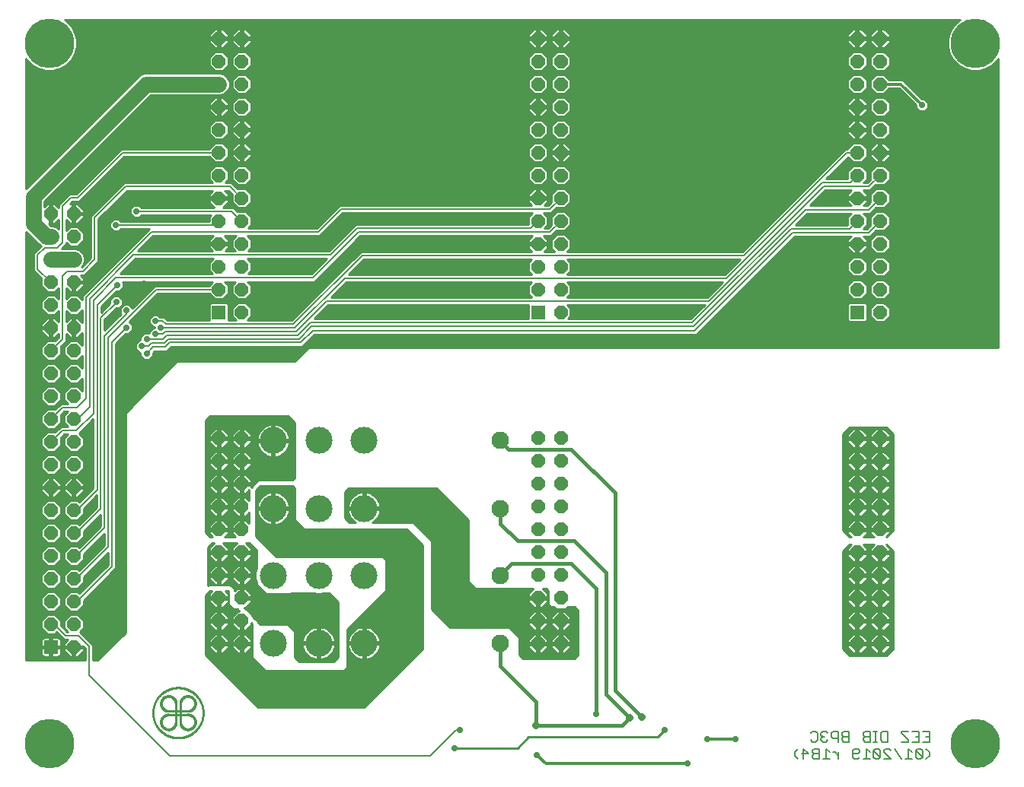
<source format=gbl>
G75*
%MOIN*%
%OFA0B0*%
%FSLAX25Y25*%
%IPPOS*%
%LPD*%
%AMOC8*
5,1,8,0,0,1.08239X$1,22.5*
%
%ADD10C,0.00500*%
%ADD11C,0.11811*%
%ADD12C,0.07677*%
%ADD13OC8,0.05906*%
%ADD14R,0.05906X0.05906*%
%ADD15C,0.01000*%
%ADD16C,0.00100*%
%ADD17C,0.21654*%
%ADD18OC8,0.02781*%
%ADD19C,0.01200*%
%ADD20C,0.01600*%
%ADD21OC8,0.03175*%
%ADD22R,0.02781X0.02781*%
%ADD23C,0.07000*%
%ADD24C,0.00800*%
D10*
X0393958Y0031236D02*
X0395460Y0029735D01*
X0393958Y0031236D02*
X0393958Y0032738D01*
X0395460Y0034239D01*
X0397812Y0034239D02*
X0400064Y0031987D01*
X0397061Y0031987D01*
X0397812Y0029735D02*
X0397812Y0034239D01*
X0401665Y0033488D02*
X0401665Y0032738D01*
X0402416Y0031987D01*
X0404667Y0031987D01*
X0402416Y0031987D02*
X0401665Y0031236D01*
X0401665Y0030486D01*
X0402416Y0029735D01*
X0404667Y0029735D01*
X0404667Y0034239D01*
X0402416Y0034239D01*
X0401665Y0033488D01*
X0401648Y0037235D02*
X0400898Y0037986D01*
X0401648Y0037235D02*
X0403149Y0037235D01*
X0403900Y0037986D01*
X0403900Y0040988D01*
X0403149Y0041739D01*
X0401648Y0041739D01*
X0400898Y0040988D01*
X0405502Y0040988D02*
X0406252Y0041739D01*
X0407753Y0041739D01*
X0408504Y0040988D01*
X0410105Y0040988D02*
X0410105Y0039487D01*
X0410856Y0038736D01*
X0413108Y0038736D01*
X0413108Y0037235D02*
X0413108Y0041739D01*
X0410856Y0041739D01*
X0410105Y0040988D01*
X0408504Y0037986D02*
X0407753Y0037235D01*
X0406252Y0037235D01*
X0405502Y0037986D01*
X0405502Y0038736D01*
X0406252Y0039487D01*
X0407003Y0039487D01*
X0406252Y0039487D02*
X0405502Y0040238D01*
X0405502Y0040988D01*
X0407770Y0034239D02*
X0407770Y0029735D01*
X0409271Y0029735D02*
X0406269Y0029735D01*
X0409271Y0032738D02*
X0407770Y0034239D01*
X0410856Y0032738D02*
X0411607Y0032738D01*
X0413108Y0031236D01*
X0413108Y0029735D02*
X0413108Y0032738D01*
X0415460Y0037235D02*
X0417712Y0037235D01*
X0417712Y0041739D01*
X0415460Y0041739D01*
X0414709Y0040988D01*
X0414709Y0040238D01*
X0415460Y0039487D01*
X0417712Y0039487D01*
X0415460Y0039487D02*
X0414709Y0038736D01*
X0414709Y0037986D01*
X0415460Y0037235D01*
X0419313Y0033488D02*
X0420064Y0034239D01*
X0421565Y0034239D01*
X0422316Y0033488D01*
X0422316Y0032738D01*
X0421565Y0031987D01*
X0419313Y0031987D01*
X0419313Y0030486D02*
X0419313Y0033488D01*
X0419313Y0030486D02*
X0420064Y0029735D01*
X0421565Y0029735D01*
X0422316Y0030486D01*
X0423917Y0029735D02*
X0426920Y0029735D01*
X0425418Y0029735D02*
X0425418Y0034239D01*
X0426920Y0032738D01*
X0428521Y0033488D02*
X0431524Y0030486D01*
X0430773Y0029735D01*
X0429272Y0029735D01*
X0428521Y0030486D01*
X0428521Y0033488D01*
X0429272Y0034239D01*
X0430773Y0034239D01*
X0431524Y0033488D01*
X0431524Y0030486D01*
X0433125Y0029735D02*
X0436128Y0029735D01*
X0433125Y0032738D01*
X0433125Y0033488D01*
X0433876Y0034239D01*
X0435377Y0034239D01*
X0436128Y0033488D01*
X0437729Y0034239D02*
X0440732Y0029735D01*
X0442333Y0029735D02*
X0445335Y0029735D01*
X0443834Y0029735D02*
X0443834Y0034239D01*
X0445335Y0032738D01*
X0446937Y0033488D02*
X0447687Y0034239D01*
X0449189Y0034239D01*
X0449939Y0033488D01*
X0449939Y0030486D01*
X0446937Y0033488D01*
X0446937Y0030486D01*
X0447687Y0029735D01*
X0449189Y0029735D01*
X0449939Y0030486D01*
X0451507Y0029735D02*
X0453009Y0031236D01*
X0453009Y0032738D01*
X0451507Y0034239D01*
X0450006Y0037235D02*
X0453009Y0037235D01*
X0453009Y0041739D01*
X0450006Y0041739D01*
X0448405Y0041739D02*
X0448405Y0037235D01*
X0445402Y0037235D01*
X0443801Y0037235D02*
X0440798Y0037235D01*
X0443801Y0037235D02*
X0443801Y0037986D01*
X0440798Y0040988D01*
X0440798Y0041739D01*
X0443801Y0041739D01*
X0445402Y0041739D02*
X0448405Y0041739D01*
X0448405Y0039487D02*
X0446903Y0039487D01*
X0451507Y0039487D02*
X0453009Y0039487D01*
X0434593Y0041739D02*
X0434593Y0037235D01*
X0432341Y0037235D01*
X0431590Y0037986D01*
X0431590Y0040988D01*
X0432341Y0041739D01*
X0434593Y0041739D01*
X0429989Y0041739D02*
X0428488Y0041739D01*
X0429238Y0041739D02*
X0429238Y0037235D01*
X0428488Y0037235D02*
X0429989Y0037235D01*
X0426920Y0037235D02*
X0424668Y0037235D01*
X0423917Y0037986D01*
X0423917Y0038736D01*
X0424668Y0039487D01*
X0426920Y0039487D01*
X0426920Y0041739D02*
X0424668Y0041739D01*
X0423917Y0040988D01*
X0423917Y0040238D01*
X0424668Y0039487D01*
X0426920Y0037235D02*
X0426920Y0041739D01*
D11*
X0205390Y0080512D03*
X0185547Y0080512D03*
X0165705Y0080512D03*
X0165705Y0110276D03*
X0185547Y0110276D03*
X0205390Y0110276D03*
X0205390Y0139567D03*
X0185547Y0139567D03*
X0165705Y0139567D03*
X0165705Y0169331D03*
X0185547Y0169331D03*
X0205390Y0169331D03*
D12*
X0264917Y0169331D03*
X0264917Y0139567D03*
X0264917Y0110276D03*
X0264917Y0080512D03*
D13*
X0281571Y0080350D03*
X0291571Y0080350D03*
X0291571Y0090350D03*
X0281571Y0090350D03*
X0281571Y0100350D03*
X0291571Y0100350D03*
X0291571Y0110350D03*
X0281571Y0110350D03*
X0281571Y0120350D03*
X0291571Y0120350D03*
X0291571Y0130350D03*
X0281571Y0130350D03*
X0281571Y0140350D03*
X0291571Y0140350D03*
X0291571Y0150350D03*
X0281571Y0150350D03*
X0281571Y0160350D03*
X0291571Y0160350D03*
X0291571Y0170350D03*
X0281571Y0170350D03*
X0291571Y0225547D03*
X0291571Y0235547D03*
X0281571Y0235547D03*
X0281571Y0245547D03*
X0291571Y0245547D03*
X0291571Y0255547D03*
X0281571Y0255547D03*
X0281571Y0265547D03*
X0291571Y0265547D03*
X0291571Y0275547D03*
X0281571Y0275547D03*
X0281571Y0285547D03*
X0291571Y0285547D03*
X0291571Y0295547D03*
X0281571Y0295547D03*
X0281571Y0305547D03*
X0291571Y0305547D03*
X0291571Y0315547D03*
X0281571Y0315547D03*
X0281571Y0325547D03*
X0291571Y0325547D03*
X0291571Y0335547D03*
X0281571Y0335547D03*
X0281571Y0345547D03*
X0291571Y0345547D03*
X0421335Y0345547D03*
X0431335Y0345547D03*
X0431335Y0335547D03*
X0431335Y0325547D03*
X0421335Y0325547D03*
X0421335Y0335547D03*
X0421335Y0315547D03*
X0431335Y0315547D03*
X0431335Y0305547D03*
X0421335Y0305547D03*
X0421335Y0295547D03*
X0431335Y0295547D03*
X0431335Y0285547D03*
X0421335Y0285547D03*
X0421335Y0275547D03*
X0431335Y0275547D03*
X0431335Y0265547D03*
X0431335Y0255547D03*
X0421335Y0255547D03*
X0421335Y0265547D03*
X0421335Y0245547D03*
X0431335Y0245547D03*
X0431335Y0235547D03*
X0431335Y0225547D03*
X0421335Y0235547D03*
X0421335Y0170350D03*
X0431335Y0170350D03*
X0431335Y0160350D03*
X0431335Y0150350D03*
X0421335Y0150350D03*
X0421335Y0160350D03*
X0421335Y0140350D03*
X0431335Y0140350D03*
X0431335Y0130350D03*
X0431335Y0120350D03*
X0421335Y0120350D03*
X0421335Y0130350D03*
X0421335Y0110350D03*
X0431335Y0110350D03*
X0431335Y0100350D03*
X0431335Y0090350D03*
X0421335Y0090350D03*
X0421335Y0100350D03*
X0421335Y0080350D03*
X0431335Y0080350D03*
X0151807Y0080350D03*
X0141807Y0080350D03*
X0141807Y0090350D03*
X0151807Y0090350D03*
X0151807Y0100350D03*
X0141807Y0100350D03*
X0141807Y0110350D03*
X0151807Y0110350D03*
X0151807Y0120350D03*
X0141807Y0120350D03*
X0141807Y0130350D03*
X0151807Y0130350D03*
X0151807Y0140350D03*
X0141807Y0140350D03*
X0141807Y0150350D03*
X0151807Y0150350D03*
X0151807Y0160350D03*
X0141807Y0160350D03*
X0141807Y0170350D03*
X0151807Y0170350D03*
X0151807Y0225547D03*
X0151807Y0235547D03*
X0141807Y0235547D03*
X0141807Y0245547D03*
X0151807Y0245547D03*
X0151807Y0255547D03*
X0141807Y0255547D03*
X0141807Y0265547D03*
X0151807Y0265547D03*
X0151807Y0275547D03*
X0141807Y0275547D03*
X0141807Y0285547D03*
X0151807Y0285547D03*
X0151807Y0295547D03*
X0141807Y0295547D03*
X0141807Y0305547D03*
X0151807Y0305547D03*
X0151807Y0315547D03*
X0141807Y0315547D03*
X0141807Y0325547D03*
X0151807Y0325547D03*
X0151807Y0335547D03*
X0141807Y0335547D03*
X0141807Y0345547D03*
X0151807Y0345547D03*
X0078343Y0268776D03*
X0078343Y0258776D03*
X0068343Y0258776D03*
X0068343Y0268776D03*
X0068343Y0248776D03*
X0078343Y0248776D03*
X0078343Y0238776D03*
X0078343Y0228776D03*
X0068343Y0228776D03*
X0068343Y0238776D03*
X0068343Y0218776D03*
X0078343Y0218776D03*
X0078343Y0208776D03*
X0078343Y0198776D03*
X0068343Y0198776D03*
X0068343Y0208776D03*
X0068343Y0188776D03*
X0078343Y0188776D03*
X0078343Y0178776D03*
X0078343Y0168776D03*
X0068343Y0168776D03*
X0068343Y0178776D03*
X0068343Y0158776D03*
X0078343Y0158776D03*
X0078343Y0148776D03*
X0078343Y0138776D03*
X0068343Y0138776D03*
X0068343Y0148776D03*
X0068343Y0128776D03*
X0078343Y0128776D03*
X0078343Y0118776D03*
X0078343Y0108776D03*
X0068343Y0108776D03*
X0068343Y0118776D03*
X0068343Y0098776D03*
X0078343Y0098776D03*
X0078343Y0088776D03*
X0078343Y0078776D03*
X0068343Y0088776D03*
D14*
X0068343Y0078776D03*
X0141807Y0225547D03*
X0281571Y0225547D03*
X0421335Y0225547D03*
D15*
X0425587Y0225696D02*
X0427082Y0225696D01*
X0427082Y0226694D02*
X0425587Y0226694D01*
X0425587Y0227693D02*
X0427466Y0227693D01*
X0427082Y0227309D02*
X0427082Y0223786D01*
X0429573Y0221294D01*
X0433096Y0221294D01*
X0435587Y0223786D01*
X0435587Y0227309D01*
X0433096Y0229800D01*
X0429573Y0229800D01*
X0427082Y0227309D01*
X0428464Y0228691D02*
X0425587Y0228691D01*
X0425587Y0229038D02*
X0424826Y0229800D01*
X0417843Y0229800D01*
X0417082Y0229038D01*
X0417082Y0222056D01*
X0417843Y0221294D01*
X0424826Y0221294D01*
X0425587Y0222056D01*
X0425587Y0229038D01*
X0424936Y0229690D02*
X0429463Y0229690D01*
X0429573Y0231294D02*
X0433096Y0231294D01*
X0435587Y0233786D01*
X0435587Y0237309D01*
X0433096Y0239800D01*
X0429573Y0239800D01*
X0427082Y0237309D01*
X0427082Y0233786D01*
X0429573Y0231294D01*
X0429181Y0231687D02*
X0423488Y0231687D01*
X0423096Y0231294D02*
X0425587Y0233786D01*
X0425587Y0237309D01*
X0423096Y0239800D01*
X0419573Y0239800D01*
X0417082Y0237309D01*
X0417082Y0233786D01*
X0419573Y0231294D01*
X0423096Y0231294D01*
X0424487Y0232685D02*
X0428182Y0232685D01*
X0427184Y0233684D02*
X0425485Y0233684D01*
X0425587Y0234682D02*
X0427082Y0234682D01*
X0427082Y0235681D02*
X0425587Y0235681D01*
X0425587Y0236679D02*
X0427082Y0236679D01*
X0427451Y0237678D02*
X0425218Y0237678D01*
X0424220Y0238676D02*
X0428449Y0238676D01*
X0429448Y0239675D02*
X0423221Y0239675D01*
X0423096Y0241294D02*
X0425587Y0243786D01*
X0425587Y0247309D01*
X0423096Y0249800D01*
X0419573Y0249800D01*
X0417082Y0247309D01*
X0417082Y0243786D01*
X0419573Y0241294D01*
X0423096Y0241294D01*
X0423473Y0241672D02*
X0429196Y0241672D01*
X0429573Y0241294D02*
X0433096Y0241294D01*
X0435587Y0243786D01*
X0435587Y0247309D01*
X0433096Y0249800D01*
X0429573Y0249800D01*
X0427082Y0247309D01*
X0427082Y0243786D01*
X0429573Y0241294D01*
X0428197Y0242670D02*
X0424472Y0242670D01*
X0425470Y0243669D02*
X0427199Y0243669D01*
X0427082Y0244667D02*
X0425587Y0244667D01*
X0425587Y0245666D02*
X0427082Y0245666D01*
X0427082Y0246664D02*
X0425587Y0246664D01*
X0425233Y0247663D02*
X0427436Y0247663D01*
X0428434Y0248661D02*
X0424235Y0248661D01*
X0423236Y0249660D02*
X0429433Y0249660D01*
X0429573Y0251294D02*
X0433096Y0251294D01*
X0435587Y0253786D01*
X0435587Y0257309D01*
X0433096Y0259800D01*
X0429573Y0259800D01*
X0427082Y0257309D01*
X0427082Y0253786D01*
X0429573Y0251294D01*
X0429211Y0251657D02*
X0423459Y0251657D01*
X0423096Y0251294D02*
X0425587Y0253786D01*
X0425587Y0255063D01*
X0421819Y0255063D01*
X0421819Y0256031D01*
X0425587Y0256031D01*
X0425587Y0257309D01*
X0424069Y0258828D01*
X0426972Y0258828D01*
X0429506Y0261362D01*
X0429573Y0261294D01*
X0433096Y0261294D01*
X0435587Y0263786D01*
X0435587Y0267309D01*
X0433096Y0269800D01*
X0429573Y0269800D01*
X0427082Y0267309D01*
X0427082Y0263786D01*
X0427102Y0263766D01*
X0425564Y0262228D01*
X0424029Y0262228D01*
X0425587Y0263786D01*
X0425587Y0267309D01*
X0424019Y0268878D01*
X0427022Y0268878D01*
X0429506Y0271362D01*
X0429573Y0271294D01*
X0433096Y0271294D01*
X0435587Y0273786D01*
X0435587Y0277309D01*
X0433096Y0279800D01*
X0429573Y0279800D01*
X0427082Y0277309D01*
X0427082Y0273786D01*
X0427102Y0273766D01*
X0425614Y0272278D01*
X0424079Y0272278D01*
X0425587Y0273786D01*
X0425587Y0275063D01*
X0421819Y0275063D01*
X0421819Y0276031D01*
X0425587Y0276031D01*
X0425587Y0277309D01*
X0423919Y0278978D01*
X0427122Y0278978D01*
X0429506Y0281362D01*
X0429573Y0281294D01*
X0433096Y0281294D01*
X0435587Y0283786D01*
X0435587Y0287309D01*
X0433096Y0289800D01*
X0429573Y0289800D01*
X0427082Y0287309D01*
X0427082Y0283786D01*
X0427102Y0283766D01*
X0425714Y0282378D01*
X0424179Y0282378D01*
X0425587Y0283786D01*
X0425587Y0287309D01*
X0423096Y0289800D01*
X0419573Y0289800D01*
X0417082Y0287309D01*
X0417082Y0283978D01*
X0407700Y0283978D01*
X0417295Y0293573D01*
X0419573Y0291294D01*
X0423096Y0291294D01*
X0425587Y0293786D01*
X0425587Y0297309D01*
X0423096Y0299800D01*
X0419573Y0299800D01*
X0417082Y0297309D01*
X0417082Y0297247D01*
X0416161Y0297247D01*
X0371141Y0252228D01*
X0294265Y0252228D01*
X0295824Y0253786D01*
X0295824Y0257309D01*
X0293332Y0259800D01*
X0289809Y0259800D01*
X0287318Y0257309D01*
X0287318Y0253786D01*
X0288876Y0252228D01*
X0284265Y0252228D01*
X0285824Y0253786D01*
X0285824Y0255063D01*
X0282055Y0255063D01*
X0282055Y0256031D01*
X0285824Y0256031D01*
X0285824Y0257309D01*
X0284155Y0258978D01*
X0287405Y0258978D01*
X0289766Y0261338D01*
X0289809Y0261294D01*
X0293332Y0261294D01*
X0295824Y0263786D01*
X0295824Y0267309D01*
X0293332Y0269800D01*
X0289809Y0269800D01*
X0287318Y0267309D01*
X0287318Y0263786D01*
X0287362Y0263742D01*
X0285997Y0262378D01*
X0284415Y0262378D01*
X0285824Y0263786D01*
X0285824Y0267309D01*
X0284105Y0269028D01*
X0287455Y0269028D01*
X0289766Y0271338D01*
X0289809Y0271294D01*
X0293332Y0271294D01*
X0295824Y0273786D01*
X0295824Y0277309D01*
X0293332Y0279800D01*
X0289809Y0279800D01*
X0287318Y0277309D01*
X0287318Y0273786D01*
X0287362Y0273742D01*
X0286047Y0272428D01*
X0284465Y0272428D01*
X0285824Y0273786D01*
X0285824Y0275063D01*
X0282055Y0275063D01*
X0282055Y0276031D01*
X0285824Y0276031D01*
X0285824Y0277309D01*
X0283332Y0279800D01*
X0282055Y0279800D01*
X0282055Y0276032D01*
X0281087Y0276032D01*
X0281087Y0279800D01*
X0279809Y0279800D01*
X0277318Y0277309D01*
X0277318Y0276031D01*
X0281087Y0276031D01*
X0281087Y0275063D01*
X0277318Y0275063D01*
X0277318Y0273786D01*
X0278676Y0272428D01*
X0194591Y0272428D01*
X0193596Y0271432D01*
X0184691Y0262528D01*
X0154802Y0262528D01*
X0156060Y0263786D01*
X0156060Y0267309D01*
X0153569Y0269800D01*
X0150046Y0269800D01*
X0150002Y0269756D01*
X0148181Y0271578D01*
X0143852Y0271578D01*
X0146060Y0273786D01*
X0146060Y0275063D01*
X0142291Y0275063D01*
X0142291Y0276031D01*
X0146060Y0276031D01*
X0146060Y0277309D01*
X0144441Y0278928D01*
X0146023Y0278928D01*
X0147598Y0277352D01*
X0147554Y0277309D01*
X0147554Y0273786D01*
X0150046Y0271294D01*
X0153569Y0271294D01*
X0156060Y0273786D01*
X0156060Y0277309D01*
X0153569Y0279800D01*
X0150046Y0279800D01*
X0150002Y0279756D01*
X0148427Y0281332D01*
X0147431Y0282328D01*
X0144602Y0282328D01*
X0146060Y0283786D01*
X0146060Y0287309D01*
X0143569Y0289800D01*
X0140046Y0289800D01*
X0137554Y0287309D01*
X0137554Y0283786D01*
X0139012Y0282328D01*
X0100291Y0282328D01*
X0099296Y0281332D01*
X0099296Y0281332D01*
X0088696Y0270732D01*
X0087071Y0269107D01*
X0085696Y0267732D01*
X0085696Y0266323D01*
X0085696Y0249320D01*
X0081671Y0245296D01*
X0081651Y0245296D01*
X0082412Y0246057D01*
X0083143Y0247821D01*
X0083143Y0249730D01*
X0082412Y0251495D01*
X0081061Y0252845D01*
X0079297Y0253576D01*
X0073159Y0253576D01*
X0075076Y0255492D01*
X0075076Y0256028D01*
X0076581Y0254523D01*
X0080104Y0254523D01*
X0082595Y0257014D01*
X0082595Y0260537D01*
X0080104Y0263028D01*
X0076581Y0263028D01*
X0075076Y0261523D01*
X0075076Y0266028D01*
X0076581Y0264523D01*
X0077858Y0264523D01*
X0077858Y0268291D01*
X0078827Y0268291D01*
X0078827Y0264523D01*
X0080104Y0264523D01*
X0082595Y0267014D01*
X0082595Y0268291D01*
X0078827Y0268291D01*
X0078827Y0269260D01*
X0082595Y0269260D01*
X0082595Y0270537D01*
X0080104Y0273028D01*
X0078827Y0273028D01*
X0078827Y0269260D01*
X0077858Y0269260D01*
X0077858Y0273028D01*
X0076812Y0273028D01*
X0077861Y0274078D01*
X0080730Y0274078D01*
X0100499Y0293847D01*
X0137554Y0293847D01*
X0137554Y0293786D01*
X0140046Y0291294D01*
X0143569Y0291294D01*
X0146060Y0293786D01*
X0146060Y0297309D01*
X0143569Y0299800D01*
X0140046Y0299800D01*
X0137554Y0297309D01*
X0137554Y0297247D01*
X0099091Y0297247D01*
X0098095Y0296251D01*
X0079321Y0277478D01*
X0076453Y0277478D01*
X0075457Y0276482D01*
X0071676Y0272700D01*
X0071676Y0271457D01*
X0070104Y0273028D01*
X0068827Y0273028D01*
X0068827Y0269260D01*
X0067858Y0269260D01*
X0067858Y0273028D01*
X0066581Y0273028D01*
X0065446Y0271893D01*
X0065446Y0274039D01*
X0112154Y0320747D01*
X0142762Y0320747D01*
X0144526Y0321478D01*
X0145876Y0322828D01*
X0146607Y0324592D01*
X0146607Y0326502D01*
X0145876Y0328266D01*
X0144526Y0329616D01*
X0142762Y0330347D01*
X0109211Y0330347D01*
X0107446Y0329616D01*
X0057472Y0279643D01*
X0057472Y0336789D01*
X0057851Y0336133D01*
X0060109Y0333875D01*
X0062874Y0332278D01*
X0065959Y0331452D01*
X0069152Y0331452D01*
X0072236Y0332278D01*
X0075001Y0333875D01*
X0077259Y0336133D01*
X0078855Y0338898D01*
X0079682Y0341982D01*
X0079682Y0345175D01*
X0078855Y0348259D01*
X0077259Y0351025D01*
X0075001Y0353283D01*
X0074345Y0353661D01*
X0466277Y0353661D01*
X0465621Y0353283D01*
X0463363Y0351025D01*
X0461767Y0348259D01*
X0460940Y0345175D01*
X0460940Y0341982D01*
X0461767Y0338898D01*
X0463363Y0336133D01*
X0465621Y0333875D01*
X0468386Y0332278D01*
X0471470Y0331452D01*
X0474663Y0331452D01*
X0477748Y0332278D01*
X0480513Y0333875D01*
X0482771Y0336133D01*
X0483150Y0336789D01*
X0483150Y0210028D01*
X0181146Y0210028D01*
X0175146Y0204028D01*
X0123396Y0204028D01*
X0100896Y0181528D01*
X0100896Y0085028D01*
X0088776Y0073028D01*
X0086726Y0073028D01*
X0086726Y0079700D01*
X0085730Y0080696D01*
X0081004Y0085422D01*
X0082595Y0087014D01*
X0082595Y0090537D01*
X0080104Y0093028D01*
X0076581Y0093028D01*
X0074090Y0090537D01*
X0074090Y0087014D01*
X0075658Y0085446D01*
X0075511Y0085446D01*
X0072595Y0088362D01*
X0072595Y0090537D01*
X0070104Y0093028D01*
X0066581Y0093028D01*
X0064090Y0090537D01*
X0064090Y0087014D01*
X0066581Y0084523D01*
X0070104Y0084523D01*
X0070865Y0085284D01*
X0074103Y0082046D01*
X0075599Y0082046D01*
X0074090Y0080537D01*
X0074090Y0079260D01*
X0077858Y0079260D01*
X0077858Y0078291D01*
X0078827Y0078291D01*
X0078827Y0074523D01*
X0080104Y0074523D01*
X0082595Y0077014D01*
X0082595Y0078291D01*
X0078827Y0078291D01*
X0078827Y0079260D01*
X0082358Y0079260D01*
X0083326Y0078292D01*
X0083326Y0073028D01*
X0057472Y0073028D01*
X0057472Y0260913D01*
X0063679Y0254706D01*
X0063964Y0254588D01*
X0061821Y0252446D01*
X0060826Y0251450D01*
X0060826Y0243888D01*
X0064133Y0240581D01*
X0064090Y0240537D01*
X0064090Y0237014D01*
X0066581Y0234523D01*
X0070104Y0234523D01*
X0071626Y0236044D01*
X0071626Y0231507D01*
X0070104Y0233028D01*
X0066581Y0233028D01*
X0064090Y0230537D01*
X0064090Y0227014D01*
X0066581Y0224523D01*
X0070104Y0224523D01*
X0071626Y0226044D01*
X0071626Y0221507D01*
X0070104Y0223028D01*
X0068827Y0223028D01*
X0068827Y0219260D01*
X0067858Y0219260D01*
X0067858Y0218291D01*
X0068827Y0218291D01*
X0068827Y0214523D01*
X0070104Y0214523D01*
X0071626Y0216044D01*
X0071626Y0214463D01*
X0070148Y0212985D01*
X0070104Y0213028D01*
X0066581Y0213028D01*
X0064090Y0210537D01*
X0064090Y0207014D01*
X0066581Y0204523D01*
X0070104Y0204523D01*
X0072595Y0207014D01*
X0072595Y0210537D01*
X0072552Y0210581D01*
X0075026Y0213054D01*
X0075026Y0216078D01*
X0076581Y0214523D01*
X0077858Y0214523D01*
X0077858Y0218291D01*
X0078827Y0218291D01*
X0078827Y0214523D01*
X0080104Y0214523D01*
X0082076Y0216494D01*
X0082076Y0211057D01*
X0080104Y0213028D01*
X0076581Y0213028D01*
X0074090Y0210537D01*
X0074090Y0207014D01*
X0076581Y0204523D01*
X0080104Y0204523D01*
X0082076Y0206494D01*
X0082076Y0201057D01*
X0080104Y0203028D01*
X0076581Y0203028D01*
X0074090Y0200537D01*
X0074090Y0197014D01*
X0076581Y0194523D01*
X0080104Y0194523D01*
X0082076Y0196494D01*
X0082076Y0191057D01*
X0080104Y0193028D01*
X0076581Y0193028D01*
X0074090Y0190537D01*
X0074090Y0187014D01*
X0075658Y0185446D01*
X0072609Y0185446D01*
X0071613Y0184450D01*
X0070148Y0182985D01*
X0070104Y0183028D01*
X0066581Y0183028D01*
X0064090Y0180537D01*
X0064090Y0177014D01*
X0066581Y0174523D01*
X0070104Y0174523D01*
X0072595Y0177014D01*
X0072595Y0180537D01*
X0072552Y0180581D01*
X0074017Y0182046D01*
X0075599Y0182046D01*
X0074090Y0180537D01*
X0074090Y0177014D01*
X0075608Y0175496D01*
X0072659Y0175496D01*
X0071663Y0174500D01*
X0070148Y0172985D01*
X0070104Y0173028D01*
X0066581Y0173028D01*
X0064090Y0170537D01*
X0064090Y0167014D01*
X0066581Y0164523D01*
X0070104Y0164523D01*
X0072595Y0167014D01*
X0072595Y0170537D01*
X0072552Y0170581D01*
X0074067Y0172096D01*
X0075649Y0172096D01*
X0074090Y0170537D01*
X0074090Y0167014D01*
X0076581Y0164523D01*
X0080104Y0164523D01*
X0082595Y0167014D01*
X0082595Y0170537D01*
X0080633Y0172499D01*
X0086876Y0178742D01*
X0086876Y0148500D01*
X0080754Y0142379D01*
X0080104Y0143028D01*
X0076581Y0143028D01*
X0074090Y0140537D01*
X0074090Y0137014D01*
X0076581Y0134523D01*
X0080104Y0134523D01*
X0082595Y0137014D01*
X0082595Y0139412D01*
X0088476Y0145292D01*
X0088476Y0140150D01*
X0080729Y0132404D01*
X0080104Y0133028D01*
X0076581Y0133028D01*
X0074090Y0130537D01*
X0074090Y0127014D01*
X0076581Y0124523D01*
X0080104Y0124523D01*
X0082595Y0127014D01*
X0082595Y0129462D01*
X0090076Y0136942D01*
X0090076Y0131750D01*
X0080729Y0122404D01*
X0080104Y0123028D01*
X0076581Y0123028D01*
X0074090Y0120537D01*
X0074090Y0117014D01*
X0076581Y0114523D01*
X0080104Y0114523D01*
X0082595Y0117014D01*
X0082595Y0119462D01*
X0091676Y0128542D01*
X0091676Y0123350D01*
X0080729Y0112404D01*
X0080104Y0113028D01*
X0076581Y0113028D01*
X0074090Y0110537D01*
X0074090Y0107014D01*
X0076581Y0104523D01*
X0080104Y0104523D01*
X0082595Y0107014D01*
X0082595Y0109462D01*
X0093276Y0120142D01*
X0093276Y0114750D01*
X0080829Y0102304D01*
X0080104Y0103028D01*
X0076581Y0103028D01*
X0074090Y0100537D01*
X0074090Y0097014D01*
X0076581Y0094523D01*
X0080104Y0094523D01*
X0082595Y0097014D01*
X0082595Y0099262D01*
X0095680Y0112346D01*
X0096676Y0113342D01*
X0096676Y0211723D01*
X0101089Y0216137D01*
X0102490Y0216137D01*
X0104066Y0217713D01*
X0104066Y0219942D01*
X0102640Y0221368D01*
X0115120Y0233847D01*
X0137554Y0233847D01*
X0137554Y0233786D01*
X0140046Y0231294D01*
X0143569Y0231294D01*
X0146060Y0233786D01*
X0146060Y0237309D01*
X0144441Y0238928D01*
X0149173Y0238928D01*
X0147554Y0237309D01*
X0147554Y0233786D01*
X0150046Y0231294D01*
X0153569Y0231294D01*
X0156060Y0233786D01*
X0156060Y0237309D01*
X0154441Y0238928D01*
X0183650Y0238928D01*
X0184646Y0239923D01*
X0184646Y0239923D01*
X0203700Y0258978D01*
X0278987Y0258978D01*
X0277318Y0257309D01*
X0277318Y0256031D01*
X0281087Y0256031D01*
X0281087Y0255063D01*
X0277318Y0255063D01*
X0277318Y0253786D01*
X0278876Y0252228D01*
X0203941Y0252228D01*
X0173691Y0221978D01*
X0154252Y0221978D01*
X0156060Y0223786D01*
X0156060Y0227309D01*
X0153569Y0229800D01*
X0150046Y0229800D01*
X0147554Y0227309D01*
X0147554Y0223786D01*
X0149362Y0221978D01*
X0145981Y0221978D01*
X0146060Y0222056D01*
X0146060Y0229038D01*
X0145298Y0229800D01*
X0138316Y0229800D01*
X0137554Y0229038D01*
X0137554Y0222056D01*
X0137633Y0221978D01*
X0119350Y0221978D01*
X0118896Y0222432D01*
X0117900Y0223428D01*
X0116181Y0223428D01*
X0115190Y0224418D01*
X0112961Y0224418D01*
X0111385Y0222842D01*
X0111385Y0220613D01*
X0112961Y0219037D01*
X0113685Y0219037D01*
X0113685Y0218818D01*
X0112961Y0218818D01*
X0111385Y0217242D01*
X0111385Y0216373D01*
X0111340Y0216418D01*
X0109111Y0216418D01*
X0107535Y0214842D01*
X0107535Y0213318D01*
X0106961Y0213318D01*
X0105385Y0211742D01*
X0105385Y0209513D01*
X0106961Y0207937D01*
X0107535Y0207937D01*
X0107535Y0206463D01*
X0109111Y0204887D01*
X0111340Y0204887D01*
X0112916Y0206463D01*
X0112916Y0207864D01*
X0113630Y0208578D01*
X0119100Y0208578D01*
X0120096Y0209573D01*
X0121100Y0210578D01*
X0178350Y0210578D01*
X0179346Y0211573D01*
X0183600Y0215828D01*
X0350900Y0215828D01*
X0351896Y0216823D01*
X0393900Y0258828D01*
X0418601Y0258828D01*
X0417082Y0257309D01*
X0417082Y0256031D01*
X0420850Y0256031D01*
X0420850Y0255063D01*
X0417082Y0255063D01*
X0417082Y0253786D01*
X0419573Y0251294D01*
X0420850Y0251294D01*
X0420850Y0255063D01*
X0421819Y0255063D01*
X0421819Y0251294D01*
X0423096Y0251294D01*
X0421819Y0251657D02*
X0420850Y0251657D01*
X0420850Y0252655D02*
X0421819Y0252655D01*
X0421819Y0253654D02*
X0420850Y0253654D01*
X0420850Y0254652D02*
X0421819Y0254652D01*
X0421819Y0255651D02*
X0427082Y0255651D01*
X0427082Y0256649D02*
X0425587Y0256649D01*
X0425248Y0257648D02*
X0427421Y0257648D01*
X0428420Y0258646D02*
X0424250Y0258646D01*
X0427789Y0259645D02*
X0429418Y0259645D01*
X0428788Y0260643D02*
X0483150Y0260643D01*
X0483150Y0259645D02*
X0433251Y0259645D01*
X0434250Y0258646D02*
X0483150Y0258646D01*
X0483150Y0257648D02*
X0435248Y0257648D01*
X0435587Y0256649D02*
X0483150Y0256649D01*
X0483150Y0255651D02*
X0435587Y0255651D01*
X0435587Y0254652D02*
X0483150Y0254652D01*
X0483150Y0253654D02*
X0435456Y0253654D01*
X0434457Y0252655D02*
X0483150Y0252655D01*
X0483150Y0251657D02*
X0433459Y0251657D01*
X0433236Y0249660D02*
X0483150Y0249660D01*
X0483150Y0250658D02*
X0385731Y0250658D01*
X0384732Y0249660D02*
X0419433Y0249660D01*
X0418434Y0248661D02*
X0383734Y0248661D01*
X0382735Y0247663D02*
X0417436Y0247663D01*
X0417082Y0246664D02*
X0381737Y0246664D01*
X0380738Y0245666D02*
X0417082Y0245666D01*
X0417082Y0244667D02*
X0379740Y0244667D01*
X0378741Y0243669D02*
X0417199Y0243669D01*
X0418197Y0242670D02*
X0377743Y0242670D01*
X0376744Y0241672D02*
X0419196Y0241672D01*
X0419448Y0239675D02*
X0374747Y0239675D01*
X0375746Y0240673D02*
X0483150Y0240673D01*
X0483150Y0239675D02*
X0433221Y0239675D01*
X0434220Y0238676D02*
X0483150Y0238676D01*
X0483150Y0237678D02*
X0435218Y0237678D01*
X0435587Y0236679D02*
X0483150Y0236679D01*
X0483150Y0235681D02*
X0435587Y0235681D01*
X0435587Y0234682D02*
X0483150Y0234682D01*
X0483150Y0233684D02*
X0435485Y0233684D01*
X0434487Y0232685D02*
X0483150Y0232685D01*
X0483150Y0231687D02*
X0433488Y0231687D01*
X0433207Y0229690D02*
X0483150Y0229690D01*
X0483150Y0230688D02*
X0365760Y0230688D01*
X0364762Y0229690D02*
X0417733Y0229690D01*
X0417082Y0228691D02*
X0363763Y0228691D01*
X0362765Y0227693D02*
X0417082Y0227693D01*
X0417082Y0226694D02*
X0361766Y0226694D01*
X0360768Y0225696D02*
X0417082Y0225696D01*
X0417082Y0224697D02*
X0359769Y0224697D01*
X0358771Y0223699D02*
X0417082Y0223699D01*
X0417082Y0222700D02*
X0357772Y0222700D01*
X0356774Y0221702D02*
X0417436Y0221702D01*
X0425233Y0221702D02*
X0429166Y0221702D01*
X0428168Y0222700D02*
X0425587Y0222700D01*
X0425587Y0223699D02*
X0427169Y0223699D01*
X0427082Y0224697D02*
X0425587Y0224697D01*
X0419181Y0231687D02*
X0366759Y0231687D01*
X0367757Y0232685D02*
X0418182Y0232685D01*
X0417184Y0233684D02*
X0368756Y0233684D01*
X0369754Y0234682D02*
X0417082Y0234682D01*
X0417082Y0235681D02*
X0370753Y0235681D01*
X0371751Y0236679D02*
X0417082Y0236679D01*
X0417451Y0237678D02*
X0372750Y0237678D01*
X0373748Y0238676D02*
X0418449Y0238676D01*
X0433473Y0241672D02*
X0483150Y0241672D01*
X0483150Y0242670D02*
X0434472Y0242670D01*
X0435470Y0243669D02*
X0483150Y0243669D01*
X0483150Y0244667D02*
X0435587Y0244667D01*
X0435587Y0245666D02*
X0483150Y0245666D01*
X0483150Y0246664D02*
X0435587Y0246664D01*
X0435233Y0247663D02*
X0483150Y0247663D01*
X0483150Y0248661D02*
X0434235Y0248661D01*
X0428212Y0252655D02*
X0424457Y0252655D01*
X0425456Y0253654D02*
X0427214Y0253654D01*
X0427082Y0254652D02*
X0425587Y0254652D01*
X0420850Y0255651D02*
X0390723Y0255651D01*
X0389725Y0254652D02*
X0417082Y0254652D01*
X0417214Y0253654D02*
X0388726Y0253654D01*
X0387728Y0252655D02*
X0418212Y0252655D01*
X0419211Y0251657D02*
X0386729Y0251657D01*
X0391722Y0256649D02*
X0417082Y0256649D01*
X0417421Y0257648D02*
X0392720Y0257648D01*
X0393719Y0258646D02*
X0418420Y0258646D01*
X0417082Y0263828D02*
X0394400Y0263828D01*
X0399450Y0268878D01*
X0418651Y0268878D01*
X0417082Y0267309D01*
X0417082Y0263828D01*
X0417082Y0264638D02*
X0395210Y0264638D01*
X0396208Y0265636D02*
X0417082Y0265636D01*
X0417082Y0266635D02*
X0397207Y0266635D01*
X0398205Y0267633D02*
X0417406Y0267633D01*
X0418405Y0268632D02*
X0399204Y0268632D01*
X0400600Y0272278D02*
X0407300Y0278978D01*
X0418751Y0278978D01*
X0417082Y0277309D01*
X0417082Y0276031D01*
X0420850Y0276031D01*
X0420850Y0275063D01*
X0417082Y0275063D01*
X0417082Y0273786D01*
X0418590Y0272278D01*
X0400600Y0272278D01*
X0400948Y0272626D02*
X0418242Y0272626D01*
X0417243Y0273624D02*
X0401946Y0273624D01*
X0402945Y0274623D02*
X0417082Y0274623D01*
X0417082Y0276620D02*
X0404942Y0276620D01*
X0405940Y0277618D02*
X0417391Y0277618D01*
X0418390Y0278617D02*
X0406939Y0278617D01*
X0403943Y0275621D02*
X0420850Y0275621D01*
X0421819Y0275621D02*
X0427082Y0275621D01*
X0427082Y0274623D02*
X0425587Y0274623D01*
X0425426Y0273624D02*
X0426960Y0273624D01*
X0425962Y0272626D02*
X0424427Y0272626D01*
X0424265Y0268632D02*
X0428405Y0268632D01*
X0427774Y0269630D02*
X0429403Y0269630D01*
X0428773Y0270629D02*
X0483150Y0270629D01*
X0483150Y0271627D02*
X0433429Y0271627D01*
X0434427Y0272626D02*
X0483150Y0272626D01*
X0483150Y0273624D02*
X0435426Y0273624D01*
X0435587Y0274623D02*
X0483150Y0274623D01*
X0483150Y0275621D02*
X0435587Y0275621D01*
X0435587Y0276620D02*
X0483150Y0276620D01*
X0483150Y0277618D02*
X0435278Y0277618D01*
X0434279Y0278617D02*
X0483150Y0278617D01*
X0483150Y0279615D02*
X0433281Y0279615D01*
X0433414Y0281612D02*
X0483150Y0281612D01*
X0483150Y0280614D02*
X0428758Y0280614D01*
X0429388Y0279615D02*
X0427759Y0279615D01*
X0428390Y0278617D02*
X0424279Y0278617D01*
X0425278Y0277618D02*
X0427391Y0277618D01*
X0427082Y0276620D02*
X0425587Y0276620D01*
X0425947Y0282611D02*
X0424412Y0282611D01*
X0425411Y0283609D02*
X0426945Y0283609D01*
X0427082Y0284608D02*
X0425587Y0284608D01*
X0425587Y0285606D02*
X0427082Y0285606D01*
X0427082Y0286605D02*
X0425587Y0286605D01*
X0425293Y0287603D02*
X0427376Y0287603D01*
X0428375Y0288602D02*
X0424294Y0288602D01*
X0423296Y0289600D02*
X0429373Y0289600D01*
X0429573Y0291294D02*
X0427082Y0293786D01*
X0427082Y0295063D01*
X0430850Y0295063D01*
X0430850Y0296031D01*
X0427082Y0296031D01*
X0427082Y0297309D01*
X0429573Y0299800D01*
X0430850Y0299800D01*
X0430850Y0296032D01*
X0431819Y0296032D01*
X0431819Y0299800D01*
X0433096Y0299800D01*
X0435587Y0297309D01*
X0435587Y0296031D01*
X0431819Y0296031D01*
X0431819Y0295063D01*
X0435587Y0295063D01*
X0435587Y0293786D01*
X0433096Y0291294D01*
X0431819Y0291294D01*
X0431819Y0295063D01*
X0430850Y0295063D01*
X0430850Y0291294D01*
X0429573Y0291294D01*
X0429270Y0291597D02*
X0423399Y0291597D01*
X0424398Y0292596D02*
X0428272Y0292596D01*
X0427273Y0293594D02*
X0425396Y0293594D01*
X0425587Y0294593D02*
X0427082Y0294593D01*
X0425587Y0295591D02*
X0430850Y0295591D01*
X0431819Y0295591D02*
X0483150Y0295591D01*
X0483150Y0294593D02*
X0435587Y0294593D01*
X0435396Y0293594D02*
X0483150Y0293594D01*
X0483150Y0292596D02*
X0434398Y0292596D01*
X0433399Y0291597D02*
X0483150Y0291597D01*
X0483150Y0290599D02*
X0414321Y0290599D01*
X0415320Y0291597D02*
X0419270Y0291597D01*
X0418272Y0292596D02*
X0416318Y0292596D01*
X0413507Y0294593D02*
X0295824Y0294593D01*
X0295824Y0295063D02*
X0292055Y0295063D01*
X0292055Y0291294D01*
X0293332Y0291294D01*
X0295824Y0293786D01*
X0295824Y0295063D01*
X0295824Y0296031D02*
X0292055Y0296031D01*
X0292055Y0295063D01*
X0291087Y0295063D01*
X0291087Y0291294D01*
X0289809Y0291294D01*
X0287318Y0293786D01*
X0287318Y0295063D01*
X0291087Y0295063D01*
X0291087Y0296031D01*
X0287318Y0296031D01*
X0287318Y0297309D01*
X0289809Y0299800D01*
X0291087Y0299800D01*
X0291087Y0296032D01*
X0292055Y0296032D01*
X0292055Y0299800D01*
X0293332Y0299800D01*
X0295824Y0297309D01*
X0295824Y0296031D01*
X0295824Y0296590D02*
X0415504Y0296590D01*
X0414505Y0295591D02*
X0292055Y0295591D01*
X0291087Y0295591D02*
X0285824Y0295591D01*
X0285824Y0294593D02*
X0287318Y0294593D01*
X0287509Y0293594D02*
X0285632Y0293594D01*
X0285824Y0293786D02*
X0283332Y0291294D01*
X0279809Y0291294D01*
X0277318Y0293786D01*
X0277318Y0297309D01*
X0279809Y0299800D01*
X0283332Y0299800D01*
X0285824Y0297309D01*
X0285824Y0293786D01*
X0284634Y0292596D02*
X0288508Y0292596D01*
X0289506Y0291597D02*
X0283635Y0291597D01*
X0283332Y0289800D02*
X0279809Y0289800D01*
X0277318Y0287309D01*
X0277318Y0283786D01*
X0279809Y0281294D01*
X0283332Y0281294D01*
X0285824Y0283786D01*
X0285824Y0287309D01*
X0283332Y0289800D01*
X0283532Y0289600D02*
X0289610Y0289600D01*
X0289809Y0289800D02*
X0287318Y0287309D01*
X0287318Y0283786D01*
X0289809Y0281294D01*
X0293332Y0281294D01*
X0295824Y0283786D01*
X0295824Y0287309D01*
X0293332Y0289800D01*
X0289809Y0289800D01*
X0288611Y0288602D02*
X0284531Y0288602D01*
X0285529Y0287603D02*
X0287613Y0287603D01*
X0287318Y0286605D02*
X0285824Y0286605D01*
X0285824Y0285606D02*
X0287318Y0285606D01*
X0287318Y0284608D02*
X0285824Y0284608D01*
X0285647Y0283609D02*
X0287495Y0283609D01*
X0288493Y0282611D02*
X0284649Y0282611D01*
X0283650Y0281612D02*
X0289492Y0281612D01*
X0289625Y0279615D02*
X0283517Y0279615D01*
X0284516Y0278617D02*
X0288626Y0278617D01*
X0287627Y0277618D02*
X0285514Y0277618D01*
X0285824Y0276620D02*
X0287318Y0276620D01*
X0287318Y0275621D02*
X0282055Y0275621D01*
X0281087Y0275621D02*
X0156060Y0275621D01*
X0156060Y0274623D02*
X0277318Y0274623D01*
X0277480Y0273624D02*
X0155898Y0273624D01*
X0154900Y0272626D02*
X0278478Y0272626D01*
X0279037Y0269028D02*
X0277318Y0267309D01*
X0277318Y0263978D01*
X0201591Y0263978D01*
X0200596Y0262982D01*
X0189992Y0252378D01*
X0154652Y0252378D01*
X0156060Y0253786D01*
X0156060Y0257309D01*
X0154241Y0259128D01*
X0186100Y0259128D01*
X0187096Y0260123D01*
X0196000Y0269028D01*
X0279037Y0269028D01*
X0278641Y0268632D02*
X0195604Y0268632D01*
X0194605Y0267633D02*
X0277642Y0267633D01*
X0277318Y0266635D02*
X0193607Y0266635D01*
X0192608Y0265636D02*
X0277318Y0265636D01*
X0277318Y0264638D02*
X0191610Y0264638D01*
X0190611Y0263639D02*
X0201253Y0263639D01*
X0200254Y0262641D02*
X0189613Y0262641D01*
X0188614Y0261642D02*
X0199256Y0261642D01*
X0198257Y0260643D02*
X0187616Y0260643D01*
X0186617Y0259645D02*
X0197259Y0259645D01*
X0196260Y0258646D02*
X0154722Y0258646D01*
X0155721Y0257648D02*
X0195262Y0257648D01*
X0194263Y0256649D02*
X0156060Y0256649D01*
X0156060Y0255651D02*
X0193265Y0255651D01*
X0192266Y0254652D02*
X0156060Y0254652D01*
X0155928Y0253654D02*
X0191268Y0253654D01*
X0190269Y0252655D02*
X0154930Y0252655D01*
X0154391Y0248978D02*
X0188892Y0248978D01*
X0182242Y0242328D01*
X0154602Y0242328D01*
X0156060Y0243786D01*
X0156060Y0247309D01*
X0154391Y0248978D01*
X0154707Y0248661D02*
X0188575Y0248661D01*
X0187577Y0247663D02*
X0155706Y0247663D01*
X0156060Y0246664D02*
X0186578Y0246664D01*
X0185580Y0245666D02*
X0156060Y0245666D01*
X0156060Y0244667D02*
X0184581Y0244667D01*
X0183583Y0243669D02*
X0155943Y0243669D01*
X0154944Y0242670D02*
X0182584Y0242670D01*
X0185396Y0240673D02*
X0192387Y0240673D01*
X0191389Y0239675D02*
X0184397Y0239675D01*
X0186394Y0241672D02*
X0193386Y0241672D01*
X0194384Y0242670D02*
X0187393Y0242670D01*
X0188391Y0243669D02*
X0195383Y0243669D01*
X0196381Y0244667D02*
X0189390Y0244667D01*
X0190388Y0245666D02*
X0197380Y0245666D01*
X0198378Y0246664D02*
X0191387Y0246664D01*
X0192385Y0247663D02*
X0199377Y0247663D01*
X0200375Y0248661D02*
X0193384Y0248661D01*
X0194382Y0249660D02*
X0201374Y0249660D01*
X0202372Y0250658D02*
X0195381Y0250658D01*
X0196379Y0251657D02*
X0203371Y0251657D01*
X0205350Y0248828D02*
X0278837Y0248828D01*
X0277318Y0247309D01*
X0277318Y0243786D01*
X0278876Y0242228D01*
X0198750Y0242228D01*
X0205350Y0248828D01*
X0205184Y0248661D02*
X0278671Y0248661D01*
X0277672Y0247663D02*
X0204185Y0247663D01*
X0203187Y0246664D02*
X0277318Y0246664D01*
X0277318Y0245666D02*
X0202188Y0245666D01*
X0201190Y0244667D02*
X0277318Y0244667D01*
X0277435Y0243669D02*
X0200191Y0243669D01*
X0199193Y0242670D02*
X0278434Y0242670D01*
X0278837Y0238828D02*
X0277318Y0237309D01*
X0277318Y0233786D01*
X0278876Y0232228D01*
X0191000Y0232228D01*
X0197600Y0238828D01*
X0278837Y0238828D01*
X0278686Y0238676D02*
X0197448Y0238676D01*
X0196450Y0237678D02*
X0277687Y0237678D01*
X0277318Y0236679D02*
X0195451Y0236679D01*
X0194453Y0235681D02*
X0277318Y0235681D01*
X0277318Y0234682D02*
X0193454Y0234682D01*
X0192456Y0233684D02*
X0277420Y0233684D01*
X0278419Y0232685D02*
X0191457Y0232685D01*
X0189850Y0228828D02*
X0277318Y0228828D01*
X0277318Y0222728D01*
X0183750Y0222728D01*
X0189850Y0228828D01*
X0189713Y0228691D02*
X0277318Y0228691D01*
X0277318Y0227693D02*
X0188715Y0227693D01*
X0187716Y0226694D02*
X0277318Y0226694D01*
X0277318Y0225696D02*
X0186718Y0225696D01*
X0185719Y0224697D02*
X0277318Y0224697D01*
X0277318Y0223699D02*
X0184721Y0223699D01*
X0179407Y0227693D02*
X0155676Y0227693D01*
X0156060Y0226694D02*
X0178408Y0226694D01*
X0177410Y0225696D02*
X0156060Y0225696D01*
X0156060Y0224697D02*
X0176411Y0224697D01*
X0175413Y0223699D02*
X0155973Y0223699D01*
X0154974Y0222700D02*
X0174414Y0222700D01*
X0180405Y0228691D02*
X0154677Y0228691D01*
X0153679Y0229690D02*
X0181404Y0229690D01*
X0182402Y0230688D02*
X0111960Y0230688D01*
X0110962Y0229690D02*
X0138205Y0229690D01*
X0137554Y0228691D02*
X0109963Y0228691D01*
X0108965Y0227693D02*
X0137554Y0227693D01*
X0137554Y0226694D02*
X0107966Y0226694D01*
X0106968Y0225696D02*
X0137554Y0225696D01*
X0137554Y0224697D02*
X0105969Y0224697D01*
X0104971Y0223699D02*
X0112242Y0223699D01*
X0111385Y0222700D02*
X0103972Y0222700D01*
X0102974Y0221702D02*
X0111385Y0221702D01*
X0111385Y0220703D02*
X0103305Y0220703D01*
X0104066Y0219705D02*
X0112294Y0219705D01*
X0112849Y0218706D02*
X0104066Y0218706D01*
X0104061Y0217707D02*
X0111851Y0217707D01*
X0111385Y0216709D02*
X0103062Y0216709D01*
X0100663Y0215710D02*
X0108403Y0215710D01*
X0107535Y0214712D02*
X0099664Y0214712D01*
X0098666Y0213713D02*
X0107535Y0213713D01*
X0106358Y0212715D02*
X0097667Y0212715D01*
X0096676Y0211716D02*
X0105385Y0211716D01*
X0105385Y0210718D02*
X0096676Y0210718D01*
X0096676Y0209719D02*
X0105385Y0209719D01*
X0106177Y0208721D02*
X0096676Y0208721D01*
X0096676Y0207722D02*
X0107535Y0207722D01*
X0107535Y0206724D02*
X0096676Y0206724D01*
X0096676Y0205725D02*
X0108273Y0205725D01*
X0112178Y0205725D02*
X0176843Y0205725D01*
X0175845Y0204727D02*
X0096676Y0204727D01*
X0096676Y0203728D02*
X0123096Y0203728D01*
X0122098Y0202730D02*
X0096676Y0202730D01*
X0096676Y0201731D02*
X0121099Y0201731D01*
X0120101Y0200733D02*
X0096676Y0200733D01*
X0096676Y0199734D02*
X0119102Y0199734D01*
X0118104Y0198736D02*
X0096676Y0198736D01*
X0096676Y0197737D02*
X0117105Y0197737D01*
X0116107Y0196739D02*
X0096676Y0196739D01*
X0096676Y0195740D02*
X0115108Y0195740D01*
X0114110Y0194742D02*
X0096676Y0194742D01*
X0096676Y0193743D02*
X0113111Y0193743D01*
X0112113Y0192745D02*
X0096676Y0192745D01*
X0096676Y0191746D02*
X0111114Y0191746D01*
X0110116Y0190748D02*
X0096676Y0190748D01*
X0096676Y0189749D02*
X0109117Y0189749D01*
X0108119Y0188751D02*
X0096676Y0188751D01*
X0096676Y0187752D02*
X0107120Y0187752D01*
X0106122Y0186754D02*
X0096676Y0186754D01*
X0096676Y0185755D02*
X0105123Y0185755D01*
X0104125Y0184757D02*
X0096676Y0184757D01*
X0096676Y0183758D02*
X0103126Y0183758D01*
X0102128Y0182760D02*
X0096676Y0182760D01*
X0096676Y0181761D02*
X0101129Y0181761D01*
X0100896Y0180763D02*
X0096676Y0180763D01*
X0096676Y0179764D02*
X0100896Y0179764D01*
X0100896Y0178766D02*
X0096676Y0178766D01*
X0096676Y0177767D02*
X0100896Y0177767D01*
X0100896Y0176769D02*
X0096676Y0176769D01*
X0096676Y0175770D02*
X0100896Y0175770D01*
X0100896Y0174772D02*
X0096676Y0174772D01*
X0096676Y0173773D02*
X0100896Y0173773D01*
X0100896Y0172774D02*
X0096676Y0172774D01*
X0096676Y0171776D02*
X0100896Y0171776D01*
X0100896Y0170777D02*
X0096676Y0170777D01*
X0096676Y0169779D02*
X0100896Y0169779D01*
X0100896Y0168780D02*
X0096676Y0168780D01*
X0096676Y0167782D02*
X0100896Y0167782D01*
X0100896Y0166783D02*
X0096676Y0166783D01*
X0096676Y0165785D02*
X0100896Y0165785D01*
X0100896Y0164786D02*
X0096676Y0164786D01*
X0096676Y0163788D02*
X0100896Y0163788D01*
X0100896Y0162789D02*
X0096676Y0162789D01*
X0096676Y0161791D02*
X0100896Y0161791D01*
X0100896Y0160792D02*
X0096676Y0160792D01*
X0096676Y0159794D02*
X0100896Y0159794D01*
X0100896Y0158795D02*
X0096676Y0158795D01*
X0096676Y0157797D02*
X0100896Y0157797D01*
X0100896Y0156798D02*
X0096676Y0156798D01*
X0096676Y0155800D02*
X0100896Y0155800D01*
X0100896Y0154801D02*
X0096676Y0154801D01*
X0096676Y0153803D02*
X0100896Y0153803D01*
X0100896Y0152804D02*
X0096676Y0152804D01*
X0096676Y0151806D02*
X0100896Y0151806D01*
X0100896Y0150807D02*
X0096676Y0150807D01*
X0096676Y0149809D02*
X0100896Y0149809D01*
X0100896Y0148810D02*
X0096676Y0148810D01*
X0096676Y0147812D02*
X0100896Y0147812D01*
X0100896Y0146813D02*
X0096676Y0146813D01*
X0096676Y0145815D02*
X0100896Y0145815D01*
X0100896Y0144816D02*
X0096676Y0144816D01*
X0096676Y0143818D02*
X0100896Y0143818D01*
X0100896Y0142819D02*
X0096676Y0142819D01*
X0096676Y0141821D02*
X0100896Y0141821D01*
X0100896Y0140822D02*
X0096676Y0140822D01*
X0096676Y0139824D02*
X0100896Y0139824D01*
X0100896Y0138825D02*
X0096676Y0138825D01*
X0096676Y0137827D02*
X0100896Y0137827D01*
X0100896Y0136828D02*
X0096676Y0136828D01*
X0096676Y0135830D02*
X0100896Y0135830D01*
X0100896Y0134831D02*
X0096676Y0134831D01*
X0096676Y0133833D02*
X0100896Y0133833D01*
X0100896Y0132834D02*
X0096676Y0132834D01*
X0096676Y0131836D02*
X0100896Y0131836D01*
X0100896Y0130837D02*
X0096676Y0130837D01*
X0096676Y0129838D02*
X0100896Y0129838D01*
X0100896Y0128840D02*
X0096676Y0128840D01*
X0096676Y0127841D02*
X0100896Y0127841D01*
X0100896Y0126843D02*
X0096676Y0126843D01*
X0096676Y0125844D02*
X0100896Y0125844D01*
X0100896Y0124846D02*
X0096676Y0124846D01*
X0096676Y0123847D02*
X0100896Y0123847D01*
X0100896Y0122849D02*
X0096676Y0122849D01*
X0096676Y0121850D02*
X0100896Y0121850D01*
X0100896Y0120852D02*
X0096676Y0120852D01*
X0096676Y0119853D02*
X0100896Y0119853D01*
X0100896Y0118855D02*
X0096676Y0118855D01*
X0096676Y0117856D02*
X0100896Y0117856D01*
X0100896Y0116858D02*
X0096676Y0116858D01*
X0096676Y0115859D02*
X0100896Y0115859D01*
X0100896Y0114861D02*
X0096676Y0114861D01*
X0096676Y0113862D02*
X0100896Y0113862D01*
X0100896Y0112864D02*
X0096197Y0112864D01*
X0095199Y0111865D02*
X0100896Y0111865D01*
X0100896Y0110867D02*
X0094200Y0110867D01*
X0093202Y0109868D02*
X0100896Y0109868D01*
X0100896Y0108870D02*
X0092203Y0108870D01*
X0091205Y0107871D02*
X0100896Y0107871D01*
X0100896Y0106873D02*
X0090206Y0106873D01*
X0089208Y0105874D02*
X0100896Y0105874D01*
X0100896Y0104876D02*
X0088209Y0104876D01*
X0087211Y0103877D02*
X0100896Y0103877D01*
X0100896Y0102879D02*
X0086212Y0102879D01*
X0085214Y0101880D02*
X0100896Y0101880D01*
X0100896Y0100882D02*
X0084215Y0100882D01*
X0083217Y0099883D02*
X0100896Y0099883D01*
X0100896Y0098885D02*
X0082595Y0098885D01*
X0082595Y0097886D02*
X0100896Y0097886D01*
X0100896Y0096888D02*
X0082469Y0096888D01*
X0081470Y0095889D02*
X0100896Y0095889D01*
X0100896Y0094891D02*
X0080472Y0094891D01*
X0080239Y0092894D02*
X0100896Y0092894D01*
X0100896Y0093892D02*
X0057472Y0093892D01*
X0057472Y0092894D02*
X0066446Y0092894D01*
X0065448Y0091895D02*
X0057472Y0091895D01*
X0057472Y0090897D02*
X0064449Y0090897D01*
X0064090Y0089898D02*
X0057472Y0089898D01*
X0057472Y0088900D02*
X0064090Y0088900D01*
X0064090Y0087901D02*
X0057472Y0087901D01*
X0057472Y0086903D02*
X0064201Y0086903D01*
X0065200Y0085904D02*
X0057472Y0085904D01*
X0057472Y0084905D02*
X0066198Y0084905D01*
X0065219Y0083028D02*
X0064888Y0082940D01*
X0064592Y0082769D01*
X0064350Y0082527D01*
X0064178Y0082230D01*
X0064090Y0081899D01*
X0064090Y0079260D01*
X0067858Y0079260D01*
X0067858Y0078291D01*
X0068827Y0078291D01*
X0068827Y0074523D01*
X0071466Y0074523D01*
X0071797Y0074611D01*
X0072093Y0074783D01*
X0072336Y0075025D01*
X0072507Y0075321D01*
X0072595Y0075652D01*
X0072595Y0078291D01*
X0068827Y0078291D01*
X0068827Y0079260D01*
X0072595Y0079260D01*
X0072595Y0081899D01*
X0072507Y0082230D01*
X0072336Y0082527D01*
X0072093Y0082769D01*
X0071797Y0082940D01*
X0071466Y0083028D01*
X0068827Y0083028D01*
X0068827Y0079260D01*
X0067858Y0079260D01*
X0067858Y0083028D01*
X0065219Y0083028D01*
X0064834Y0082908D02*
X0057472Y0082908D01*
X0057472Y0081910D02*
X0064093Y0081910D01*
X0064090Y0080911D02*
X0057472Y0080911D01*
X0057472Y0079913D02*
X0064090Y0079913D01*
X0064090Y0078291D02*
X0064090Y0075652D01*
X0064178Y0075321D01*
X0064350Y0075025D01*
X0064592Y0074783D01*
X0064888Y0074611D01*
X0065219Y0074523D01*
X0067858Y0074523D01*
X0067858Y0078291D01*
X0064090Y0078291D01*
X0064090Y0077916D02*
X0057472Y0077916D01*
X0057472Y0078914D02*
X0067858Y0078914D01*
X0068827Y0078914D02*
X0077858Y0078914D01*
X0077858Y0078291D02*
X0074090Y0078291D01*
X0074090Y0077014D01*
X0076581Y0074523D01*
X0077858Y0074523D01*
X0077858Y0078291D01*
X0077858Y0077916D02*
X0078827Y0077916D01*
X0078827Y0078914D02*
X0082703Y0078914D01*
X0082595Y0077916D02*
X0083326Y0077916D01*
X0083326Y0076917D02*
X0082499Y0076917D01*
X0083326Y0075919D02*
X0081500Y0075919D01*
X0080502Y0074920D02*
X0083326Y0074920D01*
X0083326Y0073922D02*
X0057472Y0073922D01*
X0057472Y0074920D02*
X0064454Y0074920D01*
X0064090Y0075919D02*
X0057472Y0075919D01*
X0057472Y0076917D02*
X0064090Y0076917D01*
X0067858Y0076917D02*
X0068827Y0076917D01*
X0068827Y0075919D02*
X0067858Y0075919D01*
X0067858Y0074920D02*
X0068827Y0074920D01*
X0068827Y0077916D02*
X0067858Y0077916D01*
X0067858Y0079913D02*
X0068827Y0079913D01*
X0068827Y0080911D02*
X0067858Y0080911D01*
X0067858Y0081910D02*
X0068827Y0081910D01*
X0068827Y0082908D02*
X0067858Y0082908D01*
X0070487Y0084905D02*
X0071243Y0084905D01*
X0072242Y0083907D02*
X0057472Y0083907D01*
X0057472Y0094891D02*
X0066213Y0094891D01*
X0066581Y0094523D02*
X0070104Y0094523D01*
X0072595Y0097014D01*
X0072595Y0100537D01*
X0070104Y0103028D01*
X0066581Y0103028D01*
X0064090Y0100537D01*
X0064090Y0097014D01*
X0066581Y0094523D01*
X0065215Y0095889D02*
X0057472Y0095889D01*
X0057472Y0096888D02*
X0064216Y0096888D01*
X0064090Y0097886D02*
X0057472Y0097886D01*
X0057472Y0098885D02*
X0064090Y0098885D01*
X0064090Y0099883D02*
X0057472Y0099883D01*
X0057472Y0100882D02*
X0064434Y0100882D01*
X0065433Y0101880D02*
X0057472Y0101880D01*
X0057472Y0102879D02*
X0066431Y0102879D01*
X0066581Y0104523D02*
X0070104Y0104523D01*
X0072595Y0107014D01*
X0072595Y0110537D01*
X0070104Y0113028D01*
X0066581Y0113028D01*
X0064090Y0110537D01*
X0064090Y0107014D01*
X0066581Y0104523D01*
X0066228Y0104876D02*
X0057472Y0104876D01*
X0057472Y0105874D02*
X0065230Y0105874D01*
X0064231Y0106873D02*
X0057472Y0106873D01*
X0057472Y0107871D02*
X0064090Y0107871D01*
X0064090Y0108870D02*
X0057472Y0108870D01*
X0057472Y0109868D02*
X0064090Y0109868D01*
X0064419Y0110867D02*
X0057472Y0110867D01*
X0057472Y0111865D02*
X0065418Y0111865D01*
X0066416Y0112864D02*
X0057472Y0112864D01*
X0057472Y0113862D02*
X0082188Y0113862D01*
X0083186Y0114861D02*
X0080442Y0114861D01*
X0081441Y0115859D02*
X0084185Y0115859D01*
X0085183Y0116858D02*
X0082439Y0116858D01*
X0082595Y0117856D02*
X0086182Y0117856D01*
X0087180Y0118855D02*
X0082595Y0118855D01*
X0082987Y0119853D02*
X0088179Y0119853D01*
X0089177Y0120852D02*
X0083986Y0120852D01*
X0084984Y0121850D02*
X0090176Y0121850D01*
X0091174Y0122849D02*
X0085983Y0122849D01*
X0086981Y0123847D02*
X0091676Y0123847D01*
X0091676Y0124846D02*
X0087980Y0124846D01*
X0088978Y0125844D02*
X0091676Y0125844D01*
X0091676Y0126843D02*
X0089977Y0126843D01*
X0090975Y0127841D02*
X0091676Y0127841D01*
X0089162Y0130837D02*
X0083971Y0130837D01*
X0084969Y0131836D02*
X0090076Y0131836D01*
X0090076Y0132834D02*
X0085968Y0132834D01*
X0086966Y0133833D02*
X0090076Y0133833D01*
X0090076Y0134831D02*
X0087965Y0134831D01*
X0088963Y0135830D02*
X0090076Y0135830D01*
X0090076Y0136828D02*
X0089962Y0136828D01*
X0087150Y0138825D02*
X0082595Y0138825D01*
X0082595Y0137827D02*
X0086152Y0137827D01*
X0085153Y0136828D02*
X0082409Y0136828D01*
X0081411Y0135830D02*
X0084155Y0135830D01*
X0083156Y0134831D02*
X0080412Y0134831D01*
X0080298Y0132834D02*
X0081159Y0132834D01*
X0082158Y0133833D02*
X0057472Y0133833D01*
X0057472Y0134831D02*
X0066273Y0134831D01*
X0066581Y0134523D02*
X0064090Y0137014D01*
X0064090Y0140537D01*
X0066581Y0143028D01*
X0070104Y0143028D01*
X0072595Y0140537D01*
X0072595Y0137014D01*
X0070104Y0134523D01*
X0066581Y0134523D01*
X0066581Y0133028D02*
X0064090Y0130537D01*
X0064090Y0127014D01*
X0066581Y0124523D01*
X0070104Y0124523D01*
X0072595Y0127014D01*
X0072595Y0130537D01*
X0070104Y0133028D01*
X0066581Y0133028D01*
X0066387Y0132834D02*
X0057472Y0132834D01*
X0057472Y0131836D02*
X0065388Y0131836D01*
X0064390Y0130837D02*
X0057472Y0130837D01*
X0057472Y0129838D02*
X0064090Y0129838D01*
X0064090Y0128840D02*
X0057472Y0128840D01*
X0057472Y0127841D02*
X0064090Y0127841D01*
X0064261Y0126843D02*
X0057472Y0126843D01*
X0057472Y0125844D02*
X0065259Y0125844D01*
X0066258Y0124846D02*
X0057472Y0124846D01*
X0057472Y0123847D02*
X0082173Y0123847D01*
X0081174Y0122849D02*
X0080283Y0122849D01*
X0080427Y0124846D02*
X0083171Y0124846D01*
X0084170Y0125844D02*
X0081426Y0125844D01*
X0082424Y0126843D02*
X0085168Y0126843D01*
X0086167Y0127841D02*
X0082595Y0127841D01*
X0082595Y0128840D02*
X0087165Y0128840D01*
X0088164Y0129838D02*
X0082972Y0129838D01*
X0076387Y0132834D02*
X0070298Y0132834D01*
X0071297Y0131836D02*
X0075388Y0131836D01*
X0074390Y0130837D02*
X0072295Y0130837D01*
X0072595Y0129838D02*
X0074090Y0129838D01*
X0074090Y0128840D02*
X0072595Y0128840D01*
X0072595Y0127841D02*
X0074090Y0127841D01*
X0074261Y0126843D02*
X0072424Y0126843D01*
X0071426Y0125844D02*
X0075259Y0125844D01*
X0076258Y0124846D02*
X0070427Y0124846D01*
X0070104Y0123028D02*
X0066581Y0123028D01*
X0064090Y0120537D01*
X0064090Y0117014D01*
X0066581Y0114523D01*
X0070104Y0114523D01*
X0072595Y0117014D01*
X0072595Y0120537D01*
X0070104Y0123028D01*
X0070283Y0122849D02*
X0076402Y0122849D01*
X0075403Y0121850D02*
X0071282Y0121850D01*
X0072280Y0120852D02*
X0074405Y0120852D01*
X0074090Y0119853D02*
X0072595Y0119853D01*
X0072595Y0118855D02*
X0074090Y0118855D01*
X0074090Y0117856D02*
X0072595Y0117856D01*
X0072439Y0116858D02*
X0074246Y0116858D01*
X0075244Y0115859D02*
X0071441Y0115859D01*
X0070442Y0114861D02*
X0076243Y0114861D01*
X0076416Y0112864D02*
X0070269Y0112864D01*
X0071267Y0111865D02*
X0075418Y0111865D01*
X0074419Y0110867D02*
X0072266Y0110867D01*
X0072595Y0109868D02*
X0074090Y0109868D01*
X0074090Y0108870D02*
X0072595Y0108870D01*
X0072595Y0107871D02*
X0074090Y0107871D01*
X0074231Y0106873D02*
X0072454Y0106873D01*
X0071455Y0105874D02*
X0075230Y0105874D01*
X0076228Y0104876D02*
X0070457Y0104876D01*
X0070254Y0102879D02*
X0076431Y0102879D01*
X0075433Y0101880D02*
X0071252Y0101880D01*
X0072251Y0100882D02*
X0074434Y0100882D01*
X0074090Y0099883D02*
X0072595Y0099883D01*
X0072595Y0098885D02*
X0074090Y0098885D01*
X0074090Y0097886D02*
X0072595Y0097886D01*
X0072469Y0096888D02*
X0074216Y0096888D01*
X0075215Y0095889D02*
X0071470Y0095889D01*
X0070472Y0094891D02*
X0076213Y0094891D01*
X0076446Y0092894D02*
X0070239Y0092894D01*
X0071237Y0091895D02*
X0075448Y0091895D01*
X0074449Y0090897D02*
X0072236Y0090897D01*
X0072595Y0089898D02*
X0074090Y0089898D01*
X0074090Y0088900D02*
X0072595Y0088900D01*
X0073056Y0087901D02*
X0074090Y0087901D01*
X0074055Y0086903D02*
X0074201Y0086903D01*
X0075053Y0085904D02*
X0075200Y0085904D01*
X0073241Y0082908D02*
X0071851Y0082908D01*
X0072592Y0081910D02*
X0075463Y0081910D01*
X0074464Y0080911D02*
X0072595Y0080911D01*
X0072595Y0079913D02*
X0074090Y0079913D01*
X0074090Y0077916D02*
X0072595Y0077916D01*
X0072595Y0076917D02*
X0074186Y0076917D01*
X0075185Y0075919D02*
X0072595Y0075919D01*
X0072231Y0074920D02*
X0076183Y0074920D01*
X0077858Y0074920D02*
X0078827Y0074920D01*
X0078827Y0075919D02*
X0077858Y0075919D01*
X0077858Y0076917D02*
X0078827Y0076917D01*
X0084516Y0081910D02*
X0097747Y0081910D01*
X0098755Y0082908D02*
X0083517Y0082908D01*
X0082519Y0083907D02*
X0099764Y0083907D01*
X0100772Y0084905D02*
X0081520Y0084905D01*
X0081485Y0085904D02*
X0100896Y0085904D01*
X0100896Y0086903D02*
X0082484Y0086903D01*
X0082595Y0087901D02*
X0100896Y0087901D01*
X0100896Y0088900D02*
X0082595Y0088900D01*
X0082595Y0089898D02*
X0100896Y0089898D01*
X0100896Y0090897D02*
X0082236Y0090897D01*
X0081237Y0091895D02*
X0100896Y0091895D01*
X0096738Y0080911D02*
X0085514Y0080911D01*
X0086513Y0079913D02*
X0095730Y0079913D01*
X0094721Y0078914D02*
X0086726Y0078914D01*
X0086726Y0077916D02*
X0093713Y0077916D01*
X0092704Y0076917D02*
X0086726Y0076917D01*
X0086726Y0075919D02*
X0091696Y0075919D01*
X0090687Y0074920D02*
X0086726Y0074920D01*
X0086726Y0073922D02*
X0089679Y0073922D01*
X0119891Y0050765D02*
X0128159Y0050765D01*
X0128159Y0049190D02*
X0119891Y0049190D01*
X0113025Y0049978D02*
X0113028Y0050248D01*
X0113038Y0050518D01*
X0113055Y0050787D01*
X0113078Y0051056D01*
X0113108Y0051325D01*
X0113144Y0051592D01*
X0113187Y0051859D01*
X0113236Y0052124D01*
X0113292Y0052388D01*
X0113355Y0052651D01*
X0113423Y0052912D01*
X0113499Y0053171D01*
X0113580Y0053428D01*
X0113668Y0053684D01*
X0113762Y0053937D01*
X0113862Y0054188D01*
X0113969Y0054436D01*
X0114081Y0054681D01*
X0114200Y0054924D01*
X0114324Y0055163D01*
X0114454Y0055400D01*
X0114590Y0055633D01*
X0114732Y0055863D01*
X0114879Y0056089D01*
X0115032Y0056312D01*
X0115190Y0056531D01*
X0115353Y0056746D01*
X0115522Y0056956D01*
X0115696Y0057163D01*
X0115875Y0057365D01*
X0116058Y0057563D01*
X0116247Y0057756D01*
X0116440Y0057945D01*
X0116638Y0058128D01*
X0116840Y0058307D01*
X0117047Y0058481D01*
X0117257Y0058650D01*
X0117472Y0058813D01*
X0117691Y0058971D01*
X0117914Y0059124D01*
X0118140Y0059271D01*
X0118370Y0059413D01*
X0118603Y0059549D01*
X0118840Y0059679D01*
X0119079Y0059803D01*
X0119322Y0059922D01*
X0119567Y0060034D01*
X0119815Y0060141D01*
X0120066Y0060241D01*
X0120319Y0060335D01*
X0120575Y0060423D01*
X0120832Y0060504D01*
X0121091Y0060580D01*
X0121352Y0060648D01*
X0121615Y0060711D01*
X0121879Y0060767D01*
X0122144Y0060816D01*
X0122411Y0060859D01*
X0122678Y0060895D01*
X0122947Y0060925D01*
X0123216Y0060948D01*
X0123485Y0060965D01*
X0123755Y0060975D01*
X0124025Y0060978D01*
X0124295Y0060975D01*
X0124565Y0060965D01*
X0124834Y0060948D01*
X0125103Y0060925D01*
X0125372Y0060895D01*
X0125639Y0060859D01*
X0125906Y0060816D01*
X0126171Y0060767D01*
X0126435Y0060711D01*
X0126698Y0060648D01*
X0126959Y0060580D01*
X0127218Y0060504D01*
X0127475Y0060423D01*
X0127731Y0060335D01*
X0127984Y0060241D01*
X0128235Y0060141D01*
X0128483Y0060034D01*
X0128728Y0059922D01*
X0128971Y0059803D01*
X0129210Y0059679D01*
X0129447Y0059549D01*
X0129680Y0059413D01*
X0129910Y0059271D01*
X0130136Y0059124D01*
X0130359Y0058971D01*
X0130578Y0058813D01*
X0130793Y0058650D01*
X0131003Y0058481D01*
X0131210Y0058307D01*
X0131412Y0058128D01*
X0131610Y0057945D01*
X0131803Y0057756D01*
X0131992Y0057563D01*
X0132175Y0057365D01*
X0132354Y0057163D01*
X0132528Y0056956D01*
X0132697Y0056746D01*
X0132860Y0056531D01*
X0133018Y0056312D01*
X0133171Y0056089D01*
X0133318Y0055863D01*
X0133460Y0055633D01*
X0133596Y0055400D01*
X0133726Y0055163D01*
X0133850Y0054924D01*
X0133969Y0054681D01*
X0134081Y0054436D01*
X0134188Y0054188D01*
X0134288Y0053937D01*
X0134382Y0053684D01*
X0134470Y0053428D01*
X0134551Y0053171D01*
X0134627Y0052912D01*
X0134695Y0052651D01*
X0134758Y0052388D01*
X0134814Y0052124D01*
X0134863Y0051859D01*
X0134906Y0051592D01*
X0134942Y0051325D01*
X0134972Y0051056D01*
X0134995Y0050787D01*
X0135012Y0050518D01*
X0135022Y0050248D01*
X0135025Y0049978D01*
X0135022Y0049708D01*
X0135012Y0049438D01*
X0134995Y0049169D01*
X0134972Y0048900D01*
X0134942Y0048631D01*
X0134906Y0048364D01*
X0134863Y0048097D01*
X0134814Y0047832D01*
X0134758Y0047568D01*
X0134695Y0047305D01*
X0134627Y0047044D01*
X0134551Y0046785D01*
X0134470Y0046528D01*
X0134382Y0046272D01*
X0134288Y0046019D01*
X0134188Y0045768D01*
X0134081Y0045520D01*
X0133969Y0045275D01*
X0133850Y0045032D01*
X0133726Y0044793D01*
X0133596Y0044556D01*
X0133460Y0044323D01*
X0133318Y0044093D01*
X0133171Y0043867D01*
X0133018Y0043644D01*
X0132860Y0043425D01*
X0132697Y0043210D01*
X0132528Y0043000D01*
X0132354Y0042793D01*
X0132175Y0042591D01*
X0131992Y0042393D01*
X0131803Y0042200D01*
X0131610Y0042011D01*
X0131412Y0041828D01*
X0131210Y0041649D01*
X0131003Y0041475D01*
X0130793Y0041306D01*
X0130578Y0041143D01*
X0130359Y0040985D01*
X0130136Y0040832D01*
X0129910Y0040685D01*
X0129680Y0040543D01*
X0129447Y0040407D01*
X0129210Y0040277D01*
X0128971Y0040153D01*
X0128728Y0040034D01*
X0128483Y0039922D01*
X0128235Y0039815D01*
X0127984Y0039715D01*
X0127731Y0039621D01*
X0127475Y0039533D01*
X0127218Y0039452D01*
X0126959Y0039376D01*
X0126698Y0039308D01*
X0126435Y0039245D01*
X0126171Y0039189D01*
X0125906Y0039140D01*
X0125639Y0039097D01*
X0125372Y0039061D01*
X0125103Y0039031D01*
X0124834Y0039008D01*
X0124565Y0038991D01*
X0124295Y0038981D01*
X0124025Y0038978D01*
X0123755Y0038981D01*
X0123485Y0038991D01*
X0123216Y0039008D01*
X0122947Y0039031D01*
X0122678Y0039061D01*
X0122411Y0039097D01*
X0122144Y0039140D01*
X0121879Y0039189D01*
X0121615Y0039245D01*
X0121352Y0039308D01*
X0121091Y0039376D01*
X0120832Y0039452D01*
X0120575Y0039533D01*
X0120319Y0039621D01*
X0120066Y0039715D01*
X0119815Y0039815D01*
X0119567Y0039922D01*
X0119322Y0040034D01*
X0119079Y0040153D01*
X0118840Y0040277D01*
X0118603Y0040407D01*
X0118370Y0040543D01*
X0118140Y0040685D01*
X0117914Y0040832D01*
X0117691Y0040985D01*
X0117472Y0041143D01*
X0117257Y0041306D01*
X0117047Y0041475D01*
X0116840Y0041649D01*
X0116638Y0041828D01*
X0116440Y0042011D01*
X0116247Y0042200D01*
X0116058Y0042393D01*
X0115875Y0042591D01*
X0115696Y0042793D01*
X0115522Y0043000D01*
X0115353Y0043210D01*
X0115190Y0043425D01*
X0115032Y0043644D01*
X0114879Y0043867D01*
X0114732Y0044093D01*
X0114590Y0044323D01*
X0114454Y0044556D01*
X0114324Y0044793D01*
X0114200Y0045032D01*
X0114081Y0045275D01*
X0113969Y0045520D01*
X0113862Y0045768D01*
X0113762Y0046019D01*
X0113668Y0046272D01*
X0113580Y0046528D01*
X0113499Y0046785D01*
X0113423Y0047044D01*
X0113355Y0047305D01*
X0113292Y0047568D01*
X0113236Y0047832D01*
X0113187Y0048097D01*
X0113144Y0048364D01*
X0113108Y0048631D01*
X0113078Y0048900D01*
X0113055Y0049169D01*
X0113038Y0049438D01*
X0113028Y0049708D01*
X0113025Y0049978D01*
X0123041Y0046041D02*
X0123041Y0053915D01*
X0125009Y0053915D02*
X0125009Y0046041D01*
X0145489Y0065934D02*
X0219052Y0065934D01*
X0220050Y0066932D02*
X0144491Y0066932D01*
X0143492Y0067931D02*
X0221049Y0067931D01*
X0222047Y0068929D02*
X0197297Y0068929D01*
X0196646Y0068278D02*
X0198146Y0069778D01*
X0198146Y0086528D01*
X0215146Y0103528D01*
X0215146Y0116778D01*
X0213646Y0118278D01*
X0167146Y0118278D01*
X0158146Y0127278D01*
X0158146Y0147278D01*
X0160146Y0149278D01*
X0174146Y0149278D01*
X0175146Y0148362D01*
X0175146Y0134362D01*
X0179146Y0130278D01*
X0224146Y0130278D01*
X0231146Y0123278D01*
X0231146Y0078028D01*
X0205396Y0052278D01*
X0159146Y0052278D01*
X0136146Y0075278D01*
X0136146Y0101278D01*
X0138146Y0103362D01*
X0138805Y0103362D01*
X0137554Y0102112D01*
X0137554Y0100835D01*
X0141323Y0100835D01*
X0141323Y0099866D01*
X0142291Y0099866D01*
X0142291Y0096098D01*
X0143569Y0096098D01*
X0146060Y0098589D01*
X0146060Y0099866D01*
X0142291Y0099866D01*
X0142291Y0100835D01*
X0146060Y0100835D01*
X0146060Y0102112D01*
X0144810Y0103362D01*
X0146146Y0103362D01*
X0146146Y0097278D01*
X0148146Y0095278D01*
X0150146Y0095278D01*
X0150820Y0094603D01*
X0150046Y0094603D01*
X0147554Y0092112D01*
X0147554Y0090835D01*
X0151323Y0090835D01*
X0151323Y0089866D01*
X0152291Y0089866D01*
X0152291Y0086098D01*
X0153569Y0086098D01*
X0156060Y0088589D01*
X0156060Y0089363D01*
X0156396Y0089028D01*
X0156396Y0074028D01*
X0162146Y0068278D01*
X0196646Y0068278D01*
X0198146Y0069928D02*
X0223046Y0069928D01*
X0224044Y0070926D02*
X0198146Y0070926D01*
X0198146Y0071925D02*
X0225043Y0071925D01*
X0226041Y0072923D02*
X0198146Y0072923D01*
X0198146Y0073922D02*
X0202470Y0073922D01*
X0202196Y0074036D02*
X0203069Y0073674D01*
X0203981Y0073430D01*
X0204890Y0073310D01*
X0204890Y0080012D01*
X0205890Y0080012D01*
X0205890Y0081012D01*
X0212592Y0081012D01*
X0212472Y0081921D01*
X0212228Y0082833D01*
X0211866Y0083706D01*
X0211394Y0084524D01*
X0210819Y0085273D01*
X0210151Y0085941D01*
X0209402Y0086516D01*
X0208584Y0086988D01*
X0207711Y0087350D01*
X0206798Y0087594D01*
X0205890Y0087714D01*
X0205890Y0081012D01*
X0204890Y0081012D01*
X0204890Y0087714D01*
X0203981Y0087594D01*
X0203069Y0087350D01*
X0202196Y0086988D01*
X0201378Y0086516D01*
X0200629Y0085941D01*
X0199961Y0085273D01*
X0199386Y0084524D01*
X0198913Y0083706D01*
X0198552Y0082833D01*
X0198308Y0081921D01*
X0198188Y0081012D01*
X0204890Y0081012D01*
X0204890Y0080012D01*
X0198188Y0080012D01*
X0198308Y0079103D01*
X0198552Y0078191D01*
X0198913Y0077318D01*
X0199386Y0076500D01*
X0199961Y0075751D01*
X0200629Y0075083D01*
X0201378Y0074508D01*
X0202196Y0074036D01*
X0200840Y0074920D02*
X0198146Y0074920D01*
X0198146Y0075919D02*
X0199832Y0075919D01*
X0199145Y0076917D02*
X0198146Y0076917D01*
X0198146Y0077916D02*
X0198666Y0077916D01*
X0198358Y0078914D02*
X0198146Y0078914D01*
X0198146Y0079913D02*
X0198201Y0079913D01*
X0198146Y0080911D02*
X0204890Y0080911D01*
X0204890Y0079913D02*
X0205890Y0079913D01*
X0205890Y0080012D02*
X0205890Y0073310D01*
X0206798Y0073430D01*
X0207711Y0073674D01*
X0208584Y0074036D01*
X0209402Y0074508D01*
X0210151Y0075083D01*
X0210819Y0075751D01*
X0211394Y0076500D01*
X0211866Y0077318D01*
X0212228Y0078191D01*
X0212472Y0079103D01*
X0212592Y0080012D01*
X0205890Y0080012D01*
X0205890Y0080911D02*
X0231146Y0080911D01*
X0231146Y0079913D02*
X0212579Y0079913D01*
X0212421Y0078914D02*
X0231146Y0078914D01*
X0231034Y0077916D02*
X0212114Y0077916D01*
X0211635Y0076917D02*
X0230036Y0076917D01*
X0229037Y0075919D02*
X0210948Y0075919D01*
X0209939Y0074920D02*
X0228038Y0074920D01*
X0227040Y0073922D02*
X0208309Y0073922D01*
X0205890Y0073922D02*
X0204890Y0073922D01*
X0204890Y0074920D02*
X0205890Y0074920D01*
X0205890Y0075919D02*
X0204890Y0075919D01*
X0204890Y0076917D02*
X0205890Y0076917D01*
X0205890Y0077916D02*
X0204890Y0077916D01*
X0204890Y0078914D02*
X0205890Y0078914D01*
X0205890Y0081910D02*
X0204890Y0081910D01*
X0204890Y0082908D02*
X0205890Y0082908D01*
X0205890Y0083907D02*
X0204890Y0083907D01*
X0204890Y0084905D02*
X0205890Y0084905D01*
X0205890Y0085904D02*
X0204890Y0085904D01*
X0204890Y0086903D02*
X0205890Y0086903D01*
X0208732Y0086903D02*
X0231146Y0086903D01*
X0231146Y0087901D02*
X0199519Y0087901D01*
X0198521Y0086903D02*
X0202048Y0086903D01*
X0200592Y0085904D02*
X0198146Y0085904D01*
X0198146Y0084905D02*
X0199679Y0084905D01*
X0199030Y0083907D02*
X0198146Y0083907D01*
X0198146Y0082908D02*
X0198583Y0082908D01*
X0198306Y0081910D02*
X0198146Y0081910D01*
X0194146Y0081910D02*
X0192631Y0081910D01*
X0192629Y0081921D02*
X0192385Y0082833D01*
X0192024Y0083706D01*
X0191551Y0084524D01*
X0190976Y0085273D01*
X0190308Y0085941D01*
X0189559Y0086516D01*
X0188741Y0086988D01*
X0187868Y0087350D01*
X0186956Y0087594D01*
X0186047Y0087714D01*
X0186047Y0081012D01*
X0185047Y0081012D01*
X0185047Y0080012D01*
X0178345Y0080012D01*
X0178465Y0079103D01*
X0178709Y0078191D01*
X0179071Y0077318D01*
X0179543Y0076500D01*
X0180118Y0075751D01*
X0180786Y0075083D01*
X0181535Y0074508D01*
X0182353Y0074036D01*
X0183226Y0073674D01*
X0184138Y0073430D01*
X0185047Y0073310D01*
X0185047Y0080012D01*
X0186047Y0080012D01*
X0186047Y0073310D01*
X0186956Y0073430D01*
X0187868Y0073674D01*
X0188741Y0074036D01*
X0189559Y0074508D01*
X0190308Y0075083D01*
X0190976Y0075751D01*
X0191551Y0076500D01*
X0192024Y0077318D01*
X0192385Y0078191D01*
X0192629Y0079103D01*
X0192749Y0080012D01*
X0186047Y0080012D01*
X0186047Y0081012D01*
X0192749Y0081012D01*
X0192629Y0081921D01*
X0192354Y0082908D02*
X0194146Y0082908D01*
X0194146Y0083907D02*
X0191907Y0083907D01*
X0191258Y0084905D02*
X0194146Y0084905D01*
X0194146Y0085904D02*
X0190345Y0085904D01*
X0188889Y0086903D02*
X0194146Y0086903D01*
X0194146Y0087901D02*
X0173022Y0087901D01*
X0172146Y0088778D02*
X0160146Y0088778D01*
X0158725Y0090198D01*
X0158600Y0090500D01*
X0157868Y0091232D01*
X0156860Y0092240D01*
X0156860Y0092443D01*
X0153900Y0095403D01*
X0153697Y0095403D01*
X0153003Y0096098D01*
X0153569Y0096098D01*
X0156060Y0098589D01*
X0156060Y0099866D01*
X0152291Y0099866D01*
X0152291Y0100835D01*
X0151323Y0100835D01*
X0151323Y0104603D01*
X0150046Y0104603D01*
X0148746Y0103303D01*
X0148746Y0103879D01*
X0148350Y0104835D01*
X0147618Y0105566D01*
X0146663Y0105962D01*
X0138635Y0105962D01*
X0138609Y0105972D01*
X0138119Y0105962D01*
X0137628Y0105962D01*
X0137603Y0105952D01*
X0137575Y0105951D01*
X0137146Y0105763D01*
X0137146Y0122278D01*
X0139146Y0124362D01*
X0139805Y0124362D01*
X0137554Y0122112D01*
X0137554Y0120835D01*
X0141323Y0120835D01*
X0141323Y0119866D01*
X0142291Y0119866D01*
X0142291Y0116098D01*
X0143569Y0116098D01*
X0146060Y0118589D01*
X0146060Y0119866D01*
X0142291Y0119866D01*
X0142291Y0120835D01*
X0146060Y0120835D01*
X0146060Y0122112D01*
X0143810Y0124362D01*
X0149805Y0124362D01*
X0147554Y0122112D01*
X0147554Y0120835D01*
X0151323Y0120835D01*
X0151323Y0119866D01*
X0152291Y0119866D01*
X0152291Y0116098D01*
X0153569Y0116098D01*
X0156060Y0118589D01*
X0156060Y0119866D01*
X0152291Y0119866D01*
X0152291Y0120835D01*
X0156060Y0120835D01*
X0156060Y0122112D01*
X0153810Y0124362D01*
X0155146Y0124362D01*
X0156146Y0123362D01*
X0156146Y0123528D01*
X0158396Y0121278D01*
X0158396Y0113549D01*
X0157699Y0111868D01*
X0157699Y0108683D01*
X0158396Y0107002D01*
X0158396Y0106112D01*
X0162396Y0102112D01*
X0183869Y0102306D01*
X0183955Y0102270D01*
X0187140Y0102270D01*
X0187300Y0102337D01*
X0190146Y0102362D01*
X0194146Y0098362D01*
X0194146Y0074362D01*
X0192146Y0072362D01*
X0177146Y0072362D01*
X0175146Y0074362D01*
X0175146Y0085778D01*
X0172146Y0088778D01*
X0174021Y0086903D02*
X0182205Y0086903D01*
X0182353Y0086988D02*
X0181535Y0086516D01*
X0180786Y0085941D01*
X0180118Y0085273D01*
X0179543Y0084524D01*
X0179071Y0083706D01*
X0178709Y0082833D01*
X0178465Y0081921D01*
X0178345Y0081012D01*
X0185047Y0081012D01*
X0185047Y0087714D01*
X0184138Y0087594D01*
X0183226Y0087350D01*
X0182353Y0086988D01*
X0180749Y0085904D02*
X0175019Y0085904D01*
X0175146Y0084905D02*
X0179836Y0084905D01*
X0179187Y0083907D02*
X0175146Y0083907D01*
X0175146Y0082908D02*
X0178741Y0082908D01*
X0178464Y0081910D02*
X0175146Y0081910D01*
X0175146Y0080911D02*
X0185047Y0080911D01*
X0185047Y0079913D02*
X0186047Y0079913D01*
X0186047Y0080911D02*
X0194146Y0080911D01*
X0194146Y0079913D02*
X0192736Y0079913D01*
X0192579Y0078914D02*
X0194146Y0078914D01*
X0194146Y0077916D02*
X0192271Y0077916D01*
X0191792Y0076917D02*
X0194146Y0076917D01*
X0194146Y0075919D02*
X0191105Y0075919D01*
X0190097Y0074920D02*
X0194146Y0074920D01*
X0193705Y0073922D02*
X0188467Y0073922D01*
X0186047Y0073922D02*
X0185047Y0073922D01*
X0185047Y0074920D02*
X0186047Y0074920D01*
X0186047Y0075919D02*
X0185047Y0075919D01*
X0185047Y0076917D02*
X0186047Y0076917D01*
X0186047Y0077916D02*
X0185047Y0077916D01*
X0185047Y0078914D02*
X0186047Y0078914D01*
X0186047Y0081910D02*
X0185047Y0081910D01*
X0185047Y0082908D02*
X0186047Y0082908D01*
X0186047Y0083907D02*
X0185047Y0083907D01*
X0185047Y0084905D02*
X0186047Y0084905D01*
X0186047Y0085904D02*
X0185047Y0085904D01*
X0185047Y0086903D02*
X0186047Y0086903D01*
X0194146Y0088900D02*
X0160024Y0088900D01*
X0159025Y0089898D02*
X0194146Y0089898D01*
X0194146Y0090897D02*
X0158204Y0090897D01*
X0157205Y0091895D02*
X0194146Y0091895D01*
X0194146Y0092894D02*
X0156410Y0092894D01*
X0155411Y0093892D02*
X0194146Y0093892D01*
X0194146Y0094891D02*
X0154413Y0094891D01*
X0153211Y0095889D02*
X0194146Y0095889D01*
X0194146Y0096888D02*
X0154359Y0096888D01*
X0155357Y0097886D02*
X0194146Y0097886D01*
X0193623Y0098885D02*
X0156060Y0098885D01*
X0156060Y0100835D02*
X0156060Y0102112D01*
X0153569Y0104603D01*
X0152291Y0104603D01*
X0152291Y0100835D01*
X0156060Y0100835D01*
X0156060Y0100882D02*
X0191626Y0100882D01*
X0190628Y0101880D02*
X0156060Y0101880D01*
X0155293Y0102879D02*
X0161629Y0102879D01*
X0160631Y0103877D02*
X0154295Y0103877D01*
X0152291Y0103877D02*
X0151323Y0103877D01*
X0151323Y0102879D02*
X0152291Y0102879D01*
X0152291Y0101880D02*
X0151323Y0101880D01*
X0151323Y0100882D02*
X0152291Y0100882D01*
X0152291Y0099883D02*
X0192625Y0099883D01*
X0202515Y0090897D02*
X0231146Y0090897D01*
X0231146Y0091895D02*
X0203513Y0091895D01*
X0204512Y0092894D02*
X0231146Y0092894D01*
X0231146Y0093892D02*
X0205510Y0093892D01*
X0206509Y0094891D02*
X0231146Y0094891D01*
X0231146Y0095889D02*
X0207507Y0095889D01*
X0208506Y0096888D02*
X0231146Y0096888D01*
X0231146Y0097886D02*
X0209504Y0097886D01*
X0210503Y0098885D02*
X0231146Y0098885D01*
X0231146Y0099883D02*
X0211501Y0099883D01*
X0212500Y0100882D02*
X0231146Y0100882D01*
X0231146Y0101880D02*
X0213498Y0101880D01*
X0214497Y0102879D02*
X0231146Y0102879D01*
X0231146Y0103877D02*
X0215146Y0103877D01*
X0215146Y0104876D02*
X0231146Y0104876D01*
X0231146Y0105874D02*
X0215146Y0105874D01*
X0215146Y0106873D02*
X0231146Y0106873D01*
X0231146Y0107871D02*
X0215146Y0107871D01*
X0215146Y0108870D02*
X0231146Y0108870D01*
X0231146Y0109868D02*
X0215146Y0109868D01*
X0215146Y0110867D02*
X0231146Y0110867D01*
X0231146Y0111865D02*
X0215146Y0111865D01*
X0215146Y0112864D02*
X0231146Y0112864D01*
X0231146Y0113862D02*
X0215146Y0113862D01*
X0215146Y0114861D02*
X0231146Y0114861D01*
X0231146Y0115859D02*
X0215146Y0115859D01*
X0215065Y0116858D02*
X0231146Y0116858D01*
X0231146Y0117856D02*
X0214067Y0117856D01*
X0225583Y0128840D02*
X0158146Y0128840D01*
X0158146Y0129838D02*
X0224585Y0129838D01*
X0226582Y0127841D02*
X0158146Y0127841D01*
X0158580Y0126843D02*
X0227580Y0126843D01*
X0228579Y0125844D02*
X0159579Y0125844D01*
X0160577Y0124846D02*
X0229577Y0124846D01*
X0230576Y0123847D02*
X0161576Y0123847D01*
X0162574Y0122849D02*
X0231146Y0122849D01*
X0231146Y0121850D02*
X0163573Y0121850D01*
X0164571Y0120852D02*
X0231146Y0120852D01*
X0231146Y0119853D02*
X0165570Y0119853D01*
X0166568Y0118855D02*
X0231146Y0118855D01*
X0235146Y0118855D02*
X0251146Y0118855D01*
X0251146Y0119853D02*
X0235146Y0119853D01*
X0235146Y0120852D02*
X0251146Y0120852D01*
X0251146Y0121850D02*
X0235146Y0121850D01*
X0235146Y0122849D02*
X0251146Y0122849D01*
X0251146Y0123847D02*
X0235146Y0123847D01*
X0235146Y0124846D02*
X0251146Y0124846D01*
X0251146Y0125844D02*
X0234579Y0125844D01*
X0235146Y0125278D02*
X0227146Y0133278D01*
X0208907Y0133278D01*
X0209402Y0133563D01*
X0210151Y0134138D01*
X0210819Y0134806D01*
X0211394Y0135555D01*
X0211866Y0136373D01*
X0212228Y0137246D01*
X0212472Y0138158D01*
X0212592Y0139067D01*
X0205890Y0139067D01*
X0205890Y0140067D01*
X0212592Y0140067D01*
X0212472Y0140976D01*
X0212228Y0141888D01*
X0211866Y0142761D01*
X0211394Y0143579D01*
X0210819Y0144328D01*
X0210151Y0144996D01*
X0209402Y0145571D01*
X0208584Y0146043D01*
X0207711Y0146405D01*
X0206798Y0146649D01*
X0205890Y0146769D01*
X0205890Y0140067D01*
X0204890Y0140067D01*
X0204890Y0146769D01*
X0203981Y0146649D01*
X0203069Y0146405D01*
X0202196Y0146043D01*
X0201378Y0145571D01*
X0200629Y0144996D01*
X0199961Y0144328D01*
X0199386Y0143579D01*
X0198913Y0142761D01*
X0198552Y0141888D01*
X0198308Y0140976D01*
X0198188Y0140067D01*
X0204890Y0140067D01*
X0204890Y0139067D01*
X0198188Y0139067D01*
X0198308Y0138158D01*
X0198552Y0137246D01*
X0198913Y0136373D01*
X0199386Y0135555D01*
X0199961Y0134806D01*
X0200629Y0134138D01*
X0201378Y0133563D01*
X0201872Y0133278D01*
X0199146Y0133278D01*
X0197146Y0135278D01*
X0197146Y0146778D01*
X0198646Y0148278D01*
X0237146Y0148278D01*
X0251146Y0134278D01*
X0251146Y0107278D01*
X0254146Y0104278D01*
X0279484Y0104278D01*
X0277318Y0102112D01*
X0277318Y0100835D01*
X0281087Y0100835D01*
X0281087Y0099866D01*
X0282055Y0099866D01*
X0282055Y0096098D01*
X0283332Y0096098D01*
X0285824Y0098589D01*
X0285824Y0099866D01*
X0282055Y0099866D01*
X0282055Y0100835D01*
X0285824Y0100835D01*
X0285824Y0102112D01*
X0283658Y0104278D01*
X0285146Y0104278D01*
X0286146Y0103278D01*
X0286146Y0097278D01*
X0287146Y0096278D01*
X0288498Y0096278D01*
X0289478Y0095298D01*
X0293664Y0095298D01*
X0294644Y0096278D01*
X0297646Y0096278D01*
X0299146Y0094778D01*
X0299146Y0075278D01*
X0297646Y0073778D01*
X0274896Y0073778D01*
X0273396Y0075278D01*
X0273396Y0083028D01*
X0269146Y0087278D01*
X0243146Y0087278D01*
X0235146Y0095278D01*
X0235146Y0125278D01*
X0233580Y0126843D02*
X0251146Y0126843D01*
X0251146Y0127841D02*
X0232582Y0127841D01*
X0231583Y0128840D02*
X0251146Y0128840D01*
X0251146Y0129838D02*
X0230585Y0129838D01*
X0229586Y0130837D02*
X0251146Y0130837D01*
X0251146Y0131836D02*
X0228588Y0131836D01*
X0227589Y0132834D02*
X0251146Y0132834D01*
X0251146Y0133833D02*
X0209753Y0133833D01*
X0210838Y0134831D02*
X0250592Y0134831D01*
X0249594Y0135830D02*
X0211552Y0135830D01*
X0212054Y0136828D02*
X0248595Y0136828D01*
X0247597Y0137827D02*
X0212383Y0137827D01*
X0212560Y0138825D02*
X0246598Y0138825D01*
X0245600Y0139824D02*
X0205890Y0139824D01*
X0205890Y0140822D02*
X0204890Y0140822D01*
X0204890Y0139824D02*
X0197146Y0139824D01*
X0197146Y0140822D02*
X0198287Y0140822D01*
X0198534Y0141821D02*
X0197146Y0141821D01*
X0197146Y0142819D02*
X0198947Y0142819D01*
X0199569Y0143818D02*
X0197146Y0143818D01*
X0197146Y0144816D02*
X0200449Y0144816D01*
X0201800Y0145815D02*
X0197146Y0145815D01*
X0197181Y0146813D02*
X0238610Y0146813D01*
X0239609Y0145815D02*
X0208979Y0145815D01*
X0210331Y0144816D02*
X0240607Y0144816D01*
X0241606Y0143818D02*
X0211210Y0143818D01*
X0211832Y0142819D02*
X0242604Y0142819D01*
X0243603Y0141821D02*
X0212246Y0141821D01*
X0212492Y0140822D02*
X0244601Y0140822D01*
X0237612Y0147812D02*
X0198180Y0147812D01*
X0204890Y0145815D02*
X0205890Y0145815D01*
X0205890Y0144816D02*
X0204890Y0144816D01*
X0204890Y0143818D02*
X0205890Y0143818D01*
X0205890Y0142819D02*
X0204890Y0142819D01*
X0204890Y0141821D02*
X0205890Y0141821D01*
X0198220Y0138825D02*
X0197146Y0138825D01*
X0197146Y0137827D02*
X0198396Y0137827D01*
X0198725Y0136828D02*
X0197146Y0136828D01*
X0197146Y0135830D02*
X0199227Y0135830D01*
X0199941Y0134831D02*
X0197592Y0134831D01*
X0198591Y0133833D02*
X0201027Y0133833D01*
X0178598Y0130837D02*
X0158146Y0130837D01*
X0158146Y0131836D02*
X0177620Y0131836D01*
X0176642Y0132834D02*
X0168279Y0132834D01*
X0168026Y0132729D02*
X0168898Y0133091D01*
X0169716Y0133563D01*
X0170466Y0134138D01*
X0171134Y0134806D01*
X0171709Y0135555D01*
X0172181Y0136373D01*
X0172542Y0137246D01*
X0172787Y0138158D01*
X0172907Y0139067D01*
X0166205Y0139067D01*
X0166205Y0140067D01*
X0172907Y0140067D01*
X0172787Y0140976D01*
X0172542Y0141888D01*
X0172181Y0142761D01*
X0171709Y0143579D01*
X0171134Y0144328D01*
X0170466Y0144996D01*
X0169716Y0145571D01*
X0168898Y0146043D01*
X0168026Y0146405D01*
X0167113Y0146649D01*
X0166205Y0146769D01*
X0166205Y0140067D01*
X0165205Y0140067D01*
X0165205Y0146769D01*
X0164296Y0146649D01*
X0163384Y0146405D01*
X0162511Y0146043D01*
X0161693Y0145571D01*
X0160944Y0144996D01*
X0160276Y0144328D01*
X0159701Y0143579D01*
X0159228Y0142761D01*
X0158867Y0141888D01*
X0158623Y0140976D01*
X0158503Y0140067D01*
X0165205Y0140067D01*
X0165205Y0139067D01*
X0166205Y0139067D01*
X0166205Y0132365D01*
X0167113Y0132485D01*
X0168026Y0132729D01*
X0166205Y0132834D02*
X0165205Y0132834D01*
X0165205Y0132365D02*
X0165205Y0139067D01*
X0158503Y0139067D01*
X0158623Y0138158D01*
X0158867Y0137246D01*
X0159228Y0136373D01*
X0159701Y0135555D01*
X0160276Y0134806D01*
X0160944Y0134138D01*
X0161693Y0133563D01*
X0162511Y0133091D01*
X0163384Y0132729D01*
X0164296Y0132485D01*
X0165205Y0132365D01*
X0165205Y0133833D02*
X0166205Y0133833D01*
X0166205Y0134831D02*
X0165205Y0134831D01*
X0165205Y0135830D02*
X0166205Y0135830D01*
X0166205Y0136828D02*
X0165205Y0136828D01*
X0165205Y0137827D02*
X0166205Y0137827D01*
X0166205Y0138825D02*
X0165205Y0138825D01*
X0165205Y0139824D02*
X0158146Y0139824D01*
X0158146Y0140822D02*
X0158602Y0140822D01*
X0158849Y0141821D02*
X0158146Y0141821D01*
X0158146Y0142819D02*
X0159262Y0142819D01*
X0159884Y0143818D02*
X0158146Y0143818D01*
X0158146Y0144816D02*
X0160764Y0144816D01*
X0162115Y0145815D02*
X0158146Y0145815D01*
X0158146Y0146813D02*
X0175146Y0146813D01*
X0175146Y0145815D02*
X0169294Y0145815D01*
X0170646Y0144816D02*
X0175146Y0144816D01*
X0175146Y0143818D02*
X0171525Y0143818D01*
X0172147Y0142819D02*
X0175146Y0142819D01*
X0175146Y0141821D02*
X0172561Y0141821D01*
X0172807Y0140822D02*
X0175146Y0140822D01*
X0175146Y0139824D02*
X0166205Y0139824D01*
X0166205Y0140822D02*
X0165205Y0140822D01*
X0165205Y0141821D02*
X0166205Y0141821D01*
X0166205Y0142819D02*
X0165205Y0142819D01*
X0165205Y0143818D02*
X0166205Y0143818D01*
X0166205Y0144816D02*
X0165205Y0144816D01*
X0165205Y0145815D02*
X0166205Y0145815D01*
X0159678Y0148810D02*
X0174656Y0148810D01*
X0175146Y0147812D02*
X0158680Y0147812D01*
X0156927Y0149809D02*
X0156060Y0149809D01*
X0156060Y0149866D02*
X0152291Y0149866D01*
X0152291Y0146098D01*
X0153569Y0146098D01*
X0155146Y0147675D01*
X0155146Y0143026D01*
X0153569Y0144603D01*
X0152291Y0144603D01*
X0152291Y0140835D01*
X0151323Y0140835D01*
X0151323Y0144603D01*
X0150046Y0144603D01*
X0147554Y0142112D01*
X0147554Y0140835D01*
X0151323Y0140835D01*
X0151323Y0139866D01*
X0152291Y0139866D01*
X0152291Y0136098D01*
X0153569Y0136098D01*
X0155146Y0137675D01*
X0155146Y0133026D01*
X0153569Y0134603D01*
X0152291Y0134603D01*
X0152291Y0130835D01*
X0151323Y0130835D01*
X0151323Y0134603D01*
X0150046Y0134603D01*
X0147554Y0132112D01*
X0147554Y0130835D01*
X0151323Y0130835D01*
X0151323Y0129866D01*
X0147554Y0129866D01*
X0147554Y0128589D01*
X0149116Y0127028D01*
X0144499Y0127028D01*
X0146060Y0128589D01*
X0146060Y0129866D01*
X0142291Y0129866D01*
X0142291Y0130835D01*
X0141323Y0130835D01*
X0141323Y0134603D01*
X0140046Y0134603D01*
X0137554Y0132112D01*
X0137554Y0130835D01*
X0141323Y0130835D01*
X0141323Y0129866D01*
X0137554Y0129866D01*
X0137554Y0128589D01*
X0139116Y0127028D01*
X0138146Y0127028D01*
X0136146Y0129028D01*
X0136146Y0178028D01*
X0138146Y0180028D01*
X0172146Y0180028D01*
X0175146Y0177028D01*
X0175146Y0153028D01*
X0174146Y0152028D01*
X0159146Y0152028D01*
X0156060Y0148942D01*
X0156060Y0149866D01*
X0156060Y0150835D02*
X0156060Y0152112D01*
X0153569Y0154603D01*
X0152291Y0154603D01*
X0152291Y0150835D01*
X0151323Y0150835D01*
X0151323Y0154603D01*
X0150046Y0154603D01*
X0147554Y0152112D01*
X0147554Y0150835D01*
X0151323Y0150835D01*
X0151323Y0149866D01*
X0152291Y0149866D01*
X0152291Y0150835D01*
X0156060Y0150835D01*
X0156060Y0151806D02*
X0158924Y0151806D01*
X0157925Y0150807D02*
X0152291Y0150807D01*
X0151323Y0150807D02*
X0142291Y0150807D01*
X0142291Y0150835D02*
X0146060Y0150835D01*
X0146060Y0152112D01*
X0143569Y0154603D01*
X0142291Y0154603D01*
X0142291Y0150835D01*
X0141323Y0150835D01*
X0141323Y0154603D01*
X0140046Y0154603D01*
X0137554Y0152112D01*
X0137554Y0150835D01*
X0141323Y0150835D01*
X0141323Y0149866D01*
X0142291Y0149866D01*
X0142291Y0146098D01*
X0143569Y0146098D01*
X0146060Y0148589D01*
X0146060Y0149866D01*
X0142291Y0149866D01*
X0142291Y0150835D01*
X0141323Y0150807D02*
X0136146Y0150807D01*
X0136146Y0149809D02*
X0137554Y0149809D01*
X0137554Y0149866D02*
X0137554Y0148589D01*
X0140046Y0146098D01*
X0141323Y0146098D01*
X0141323Y0149866D01*
X0137554Y0149866D01*
X0137554Y0148810D02*
X0136146Y0148810D01*
X0136146Y0147812D02*
X0138331Y0147812D01*
X0139330Y0146813D02*
X0136146Y0146813D01*
X0136146Y0145815D02*
X0155146Y0145815D01*
X0155146Y0146813D02*
X0154284Y0146813D01*
X0152291Y0146813D02*
X0151323Y0146813D01*
X0151323Y0146098D02*
X0151323Y0149866D01*
X0147554Y0149866D01*
X0147554Y0148589D01*
X0150046Y0146098D01*
X0151323Y0146098D01*
X0151323Y0147812D02*
X0152291Y0147812D01*
X0152291Y0148810D02*
X0151323Y0148810D01*
X0151323Y0149809D02*
X0152291Y0149809D01*
X0152291Y0151806D02*
X0151323Y0151806D01*
X0151323Y0152804D02*
X0152291Y0152804D01*
X0152291Y0153803D02*
X0151323Y0153803D01*
X0149245Y0153803D02*
X0144369Y0153803D01*
X0145368Y0152804D02*
X0148247Y0152804D01*
X0147554Y0151806D02*
X0146060Y0151806D01*
X0146060Y0149809D02*
X0147554Y0149809D01*
X0147554Y0148810D02*
X0146060Y0148810D01*
X0145283Y0147812D02*
X0148331Y0147812D01*
X0149330Y0146813D02*
X0144284Y0146813D01*
X0142291Y0146813D02*
X0141323Y0146813D01*
X0141323Y0147812D02*
X0142291Y0147812D01*
X0142291Y0148810D02*
X0141323Y0148810D01*
X0141323Y0149809D02*
X0142291Y0149809D01*
X0142291Y0151806D02*
X0141323Y0151806D01*
X0141323Y0152804D02*
X0142291Y0152804D01*
X0142291Y0153803D02*
X0141323Y0153803D01*
X0139245Y0153803D02*
X0136146Y0153803D01*
X0136146Y0154801D02*
X0175146Y0154801D01*
X0175146Y0153803D02*
X0154369Y0153803D01*
X0155368Y0152804D02*
X0174922Y0152804D01*
X0175146Y0155800D02*
X0136146Y0155800D01*
X0136146Y0156798D02*
X0139345Y0156798D01*
X0140046Y0156098D02*
X0137554Y0158589D01*
X0137554Y0159866D01*
X0141323Y0159866D01*
X0142291Y0159866D01*
X0142291Y0156098D01*
X0143569Y0156098D01*
X0146060Y0158589D01*
X0146060Y0159866D01*
X0142291Y0159866D01*
X0142291Y0160835D01*
X0141323Y0160835D01*
X0141323Y0164603D01*
X0140046Y0164603D01*
X0137554Y0162112D01*
X0137554Y0160835D01*
X0141323Y0160835D01*
X0141323Y0159866D01*
X0141323Y0156098D01*
X0140046Y0156098D01*
X0141323Y0156798D02*
X0142291Y0156798D01*
X0142291Y0157797D02*
X0141323Y0157797D01*
X0141323Y0158795D02*
X0142291Y0158795D01*
X0142291Y0159794D02*
X0141323Y0159794D01*
X0141323Y0160792D02*
X0136146Y0160792D01*
X0136146Y0159794D02*
X0137554Y0159794D01*
X0137554Y0158795D02*
X0136146Y0158795D01*
X0136146Y0157797D02*
X0138346Y0157797D01*
X0137554Y0161791D02*
X0136146Y0161791D01*
X0136146Y0162789D02*
X0138232Y0162789D01*
X0139230Y0163788D02*
X0136146Y0163788D01*
X0136146Y0164786D02*
X0160109Y0164786D01*
X0160276Y0164570D02*
X0159701Y0165319D01*
X0159228Y0166137D01*
X0158867Y0167010D01*
X0158623Y0167922D01*
X0158503Y0168831D01*
X0165205Y0168831D01*
X0165205Y0169831D01*
X0165205Y0176533D01*
X0164296Y0176413D01*
X0163384Y0176168D01*
X0162511Y0175807D01*
X0161693Y0175335D01*
X0160944Y0174760D01*
X0160276Y0174092D01*
X0159701Y0173342D01*
X0159228Y0172524D01*
X0158867Y0171652D01*
X0158623Y0170739D01*
X0158503Y0169831D01*
X0165205Y0169831D01*
X0166205Y0169831D01*
X0166205Y0176533D01*
X0167113Y0176413D01*
X0168026Y0176168D01*
X0168898Y0175807D01*
X0169716Y0175335D01*
X0170466Y0174760D01*
X0171134Y0174092D01*
X0171709Y0173342D01*
X0172181Y0172524D01*
X0172542Y0171652D01*
X0172787Y0170739D01*
X0172907Y0169831D01*
X0166205Y0169831D01*
X0166205Y0168831D01*
X0172907Y0168831D01*
X0172787Y0167922D01*
X0172542Y0167010D01*
X0172181Y0166137D01*
X0171709Y0165319D01*
X0171134Y0164570D01*
X0170466Y0163902D01*
X0169716Y0163327D01*
X0168898Y0162854D01*
X0168026Y0162493D01*
X0167113Y0162248D01*
X0166205Y0162129D01*
X0166205Y0168831D01*
X0165205Y0168831D01*
X0165205Y0162129D01*
X0164296Y0162248D01*
X0163384Y0162493D01*
X0162511Y0162854D01*
X0161693Y0163327D01*
X0160944Y0163902D01*
X0160276Y0164570D01*
X0161092Y0163788D02*
X0154384Y0163788D01*
X0153569Y0164603D02*
X0152291Y0164603D01*
X0152291Y0160835D01*
X0151323Y0160835D01*
X0151323Y0164603D01*
X0150046Y0164603D01*
X0147554Y0162112D01*
X0147554Y0160835D01*
X0151323Y0160835D01*
X0151323Y0159866D01*
X0152291Y0159866D01*
X0152291Y0156098D01*
X0153569Y0156098D01*
X0156060Y0158589D01*
X0156060Y0159866D01*
X0152291Y0159866D01*
X0152291Y0160835D01*
X0156060Y0160835D01*
X0156060Y0162112D01*
X0153569Y0164603D01*
X0153569Y0166098D02*
X0156060Y0168589D01*
X0156060Y0169866D01*
X0152291Y0169866D01*
X0152291Y0166098D01*
X0153569Y0166098D01*
X0154254Y0166783D02*
X0158961Y0166783D01*
X0158660Y0167782D02*
X0155253Y0167782D01*
X0156060Y0168780D02*
X0158509Y0168780D01*
X0158633Y0170777D02*
X0152291Y0170777D01*
X0152291Y0170835D02*
X0156060Y0170835D01*
X0156060Y0172112D01*
X0153569Y0174603D01*
X0152291Y0174603D01*
X0152291Y0170835D01*
X0151323Y0170835D01*
X0151323Y0174603D01*
X0150046Y0174603D01*
X0147554Y0172112D01*
X0147554Y0170835D01*
X0151323Y0170835D01*
X0151323Y0169866D01*
X0152291Y0169866D01*
X0152291Y0170835D01*
X0152291Y0171776D02*
X0151323Y0171776D01*
X0151323Y0172774D02*
X0152291Y0172774D01*
X0152291Y0173773D02*
X0151323Y0173773D01*
X0149215Y0173773D02*
X0144399Y0173773D01*
X0143569Y0174603D02*
X0142291Y0174603D01*
X0142291Y0170835D01*
X0141323Y0170835D01*
X0141323Y0174603D01*
X0140046Y0174603D01*
X0137554Y0172112D01*
X0137554Y0170835D01*
X0141323Y0170835D01*
X0141323Y0169866D01*
X0142291Y0169866D01*
X0142291Y0166098D01*
X0143569Y0166098D01*
X0146060Y0168589D01*
X0146060Y0169866D01*
X0142291Y0169866D01*
X0142291Y0170835D01*
X0146060Y0170835D01*
X0146060Y0172112D01*
X0143569Y0174603D01*
X0142291Y0173773D02*
X0141323Y0173773D01*
X0141323Y0172774D02*
X0142291Y0172774D01*
X0142291Y0171776D02*
X0141323Y0171776D01*
X0141323Y0170777D02*
X0136146Y0170777D01*
X0136146Y0169779D02*
X0137554Y0169779D01*
X0137554Y0169866D02*
X0137554Y0168589D01*
X0140046Y0166098D01*
X0141323Y0166098D01*
X0141323Y0169866D01*
X0137554Y0169866D01*
X0137554Y0168780D02*
X0136146Y0168780D01*
X0136146Y0167782D02*
X0138361Y0167782D01*
X0139360Y0166783D02*
X0136146Y0166783D01*
X0136146Y0165785D02*
X0159432Y0165785D01*
X0162668Y0162789D02*
X0155382Y0162789D01*
X0156060Y0161791D02*
X0175146Y0161791D01*
X0175146Y0162789D02*
X0168741Y0162789D01*
X0170318Y0163788D02*
X0175146Y0163788D01*
X0175146Y0164786D02*
X0171300Y0164786D01*
X0171978Y0165785D02*
X0175146Y0165785D01*
X0175146Y0166783D02*
X0172449Y0166783D01*
X0172749Y0167782D02*
X0175146Y0167782D01*
X0175146Y0168780D02*
X0172900Y0168780D01*
X0172777Y0170777D02*
X0175146Y0170777D01*
X0175146Y0169779D02*
X0166205Y0169779D01*
X0166205Y0170777D02*
X0165205Y0170777D01*
X0165205Y0169779D02*
X0156060Y0169779D01*
X0156060Y0171776D02*
X0158918Y0171776D01*
X0159373Y0172774D02*
X0155397Y0172774D01*
X0154399Y0173773D02*
X0160031Y0173773D01*
X0160959Y0174772D02*
X0136146Y0174772D01*
X0136146Y0175770D02*
X0162447Y0175770D01*
X0165205Y0175770D02*
X0166205Y0175770D01*
X0166205Y0174772D02*
X0165205Y0174772D01*
X0165205Y0173773D02*
X0166205Y0173773D01*
X0166205Y0172774D02*
X0165205Y0172774D01*
X0165205Y0171776D02*
X0166205Y0171776D01*
X0166205Y0168780D02*
X0165205Y0168780D01*
X0165205Y0167782D02*
X0166205Y0167782D01*
X0166205Y0166783D02*
X0165205Y0166783D01*
X0165205Y0165785D02*
X0166205Y0165785D01*
X0166205Y0164786D02*
X0165205Y0164786D01*
X0165205Y0163788D02*
X0166205Y0163788D01*
X0166205Y0162789D02*
X0165205Y0162789D01*
X0156060Y0159794D02*
X0175146Y0159794D01*
X0175146Y0160792D02*
X0152291Y0160792D01*
X0151323Y0160792D02*
X0142291Y0160792D01*
X0142291Y0160835D02*
X0146060Y0160835D01*
X0146060Y0162112D01*
X0143569Y0164603D01*
X0142291Y0164603D01*
X0142291Y0160835D01*
X0142291Y0161791D02*
X0141323Y0161791D01*
X0141323Y0162789D02*
X0142291Y0162789D01*
X0142291Y0163788D02*
X0141323Y0163788D01*
X0141323Y0166783D02*
X0142291Y0166783D01*
X0142291Y0167782D02*
X0141323Y0167782D01*
X0141323Y0168780D02*
X0142291Y0168780D01*
X0142291Y0169779D02*
X0141323Y0169779D01*
X0142291Y0170777D02*
X0151323Y0170777D01*
X0151323Y0169866D02*
X0147554Y0169866D01*
X0147554Y0168589D01*
X0150046Y0166098D01*
X0151323Y0166098D01*
X0151323Y0169866D01*
X0151323Y0169779D02*
X0152291Y0169779D01*
X0152291Y0168780D02*
X0151323Y0168780D01*
X0151323Y0167782D02*
X0152291Y0167782D01*
X0152291Y0166783D02*
X0151323Y0166783D01*
X0149360Y0166783D02*
X0144254Y0166783D01*
X0145253Y0167782D02*
X0148361Y0167782D01*
X0147554Y0168780D02*
X0146060Y0168780D01*
X0146060Y0169779D02*
X0147554Y0169779D01*
X0147554Y0171776D02*
X0146060Y0171776D01*
X0145397Y0172774D02*
X0148217Y0172774D01*
X0139215Y0173773D02*
X0136146Y0173773D01*
X0136146Y0172774D02*
X0138217Y0172774D01*
X0137554Y0171776D02*
X0136146Y0171776D01*
X0136146Y0176769D02*
X0175146Y0176769D01*
X0175146Y0175770D02*
X0168963Y0175770D01*
X0170450Y0174772D02*
X0175146Y0174772D01*
X0175146Y0173773D02*
X0171378Y0173773D01*
X0172037Y0172774D02*
X0175146Y0172774D01*
X0175146Y0171776D02*
X0172491Y0171776D01*
X0174406Y0177767D02*
X0136146Y0177767D01*
X0136884Y0178766D02*
X0173408Y0178766D01*
X0172409Y0179764D02*
X0137882Y0179764D01*
X0144384Y0163788D02*
X0149230Y0163788D01*
X0148232Y0162789D02*
X0145382Y0162789D01*
X0146060Y0161791D02*
X0147554Y0161791D01*
X0147554Y0159866D02*
X0147554Y0158589D01*
X0150046Y0156098D01*
X0151323Y0156098D01*
X0151323Y0159866D01*
X0147554Y0159866D01*
X0147554Y0159794D02*
X0146060Y0159794D01*
X0146060Y0158795D02*
X0147554Y0158795D01*
X0148346Y0157797D02*
X0145268Y0157797D01*
X0144269Y0156798D02*
X0149345Y0156798D01*
X0151323Y0156798D02*
X0152291Y0156798D01*
X0152291Y0157797D02*
X0151323Y0157797D01*
X0151323Y0158795D02*
X0152291Y0158795D01*
X0152291Y0159794D02*
X0151323Y0159794D01*
X0151323Y0161791D02*
X0152291Y0161791D01*
X0152291Y0162789D02*
X0151323Y0162789D01*
X0151323Y0163788D02*
X0152291Y0163788D01*
X0156060Y0158795D02*
X0175146Y0158795D01*
X0175146Y0157797D02*
X0155268Y0157797D01*
X0154269Y0156798D02*
X0175146Y0156798D01*
X0175146Y0138825D02*
X0172875Y0138825D01*
X0172698Y0137827D02*
X0175146Y0137827D01*
X0175146Y0136828D02*
X0172369Y0136828D01*
X0171867Y0135830D02*
X0175146Y0135830D01*
X0175146Y0134831D02*
X0171153Y0134831D01*
X0170068Y0133833D02*
X0175664Y0133833D01*
X0163130Y0132834D02*
X0158146Y0132834D01*
X0158146Y0133833D02*
X0161342Y0133833D01*
X0160256Y0134831D02*
X0158146Y0134831D01*
X0158146Y0135830D02*
X0159542Y0135830D01*
X0159040Y0136828D02*
X0158146Y0136828D01*
X0158146Y0137827D02*
X0158711Y0137827D01*
X0158535Y0138825D02*
X0158146Y0138825D01*
X0155146Y0136828D02*
X0154299Y0136828D01*
X0155146Y0135830D02*
X0136146Y0135830D01*
X0136146Y0136828D02*
X0139315Y0136828D01*
X0140046Y0136098D02*
X0137554Y0138589D01*
X0137554Y0139866D01*
X0141323Y0139866D01*
X0142291Y0139866D01*
X0142291Y0136098D01*
X0143569Y0136098D01*
X0146060Y0138589D01*
X0146060Y0139866D01*
X0142291Y0139866D01*
X0142291Y0140835D01*
X0141323Y0140835D01*
X0141323Y0144603D01*
X0140046Y0144603D01*
X0137554Y0142112D01*
X0137554Y0140835D01*
X0141323Y0140835D01*
X0141323Y0139866D01*
X0141323Y0136098D01*
X0140046Y0136098D01*
X0141323Y0136828D02*
X0142291Y0136828D01*
X0142291Y0137827D02*
X0141323Y0137827D01*
X0141323Y0138825D02*
X0142291Y0138825D01*
X0142291Y0139824D02*
X0141323Y0139824D01*
X0141323Y0140822D02*
X0136146Y0140822D01*
X0136146Y0139824D02*
X0137554Y0139824D01*
X0137554Y0138825D02*
X0136146Y0138825D01*
X0136146Y0137827D02*
X0138317Y0137827D01*
X0136146Y0134831D02*
X0155146Y0134831D01*
X0155146Y0133833D02*
X0154339Y0133833D01*
X0152291Y0133833D02*
X0151323Y0133833D01*
X0151323Y0132834D02*
X0152291Y0132834D01*
X0152291Y0131836D02*
X0151323Y0131836D01*
X0151323Y0130837D02*
X0152291Y0130837D01*
X0149275Y0133833D02*
X0144339Y0133833D01*
X0143569Y0134603D02*
X0142291Y0134603D01*
X0142291Y0130835D01*
X0146060Y0130835D01*
X0146060Y0132112D01*
X0143569Y0134603D01*
X0142291Y0133833D02*
X0141323Y0133833D01*
X0141323Y0132834D02*
X0142291Y0132834D01*
X0142291Y0131836D02*
X0141323Y0131836D01*
X0141323Y0130837D02*
X0142291Y0130837D01*
X0145338Y0132834D02*
X0148276Y0132834D01*
X0147554Y0131836D02*
X0146060Y0131836D01*
X0146060Y0130837D02*
X0147554Y0130837D01*
X0147554Y0129838D02*
X0146060Y0129838D01*
X0146060Y0128840D02*
X0147554Y0128840D01*
X0148302Y0127841D02*
X0145312Y0127841D01*
X0144324Y0123847D02*
X0149290Y0123847D01*
X0148291Y0122849D02*
X0145323Y0122849D01*
X0146060Y0121850D02*
X0147554Y0121850D01*
X0147554Y0120852D02*
X0146060Y0120852D01*
X0146060Y0119853D02*
X0147554Y0119853D01*
X0147554Y0119866D02*
X0147554Y0118589D01*
X0150046Y0116098D01*
X0151323Y0116098D01*
X0151323Y0119866D01*
X0147554Y0119866D01*
X0147554Y0118855D02*
X0146060Y0118855D01*
X0145327Y0117856D02*
X0148287Y0117856D01*
X0149285Y0116858D02*
X0144329Y0116858D01*
X0142291Y0116858D02*
X0141323Y0116858D01*
X0141323Y0116098D02*
X0141323Y0119866D01*
X0137554Y0119866D01*
X0137554Y0118589D01*
X0140046Y0116098D01*
X0141323Y0116098D01*
X0141323Y0114603D02*
X0140046Y0114603D01*
X0137554Y0112112D01*
X0137554Y0110835D01*
X0141323Y0110835D01*
X0141323Y0114603D01*
X0141323Y0113862D02*
X0142291Y0113862D01*
X0142291Y0114603D02*
X0142291Y0110835D01*
X0141323Y0110835D01*
X0141323Y0109866D01*
X0142291Y0109866D01*
X0142291Y0106098D01*
X0143569Y0106098D01*
X0146060Y0108589D01*
X0146060Y0109866D01*
X0142291Y0109866D01*
X0142291Y0110835D01*
X0146060Y0110835D01*
X0146060Y0112112D01*
X0143569Y0114603D01*
X0142291Y0114603D01*
X0142291Y0112864D02*
X0141323Y0112864D01*
X0141323Y0111865D02*
X0142291Y0111865D01*
X0142291Y0110867D02*
X0141323Y0110867D01*
X0141323Y0109868D02*
X0137146Y0109868D01*
X0137554Y0109866D02*
X0137554Y0108589D01*
X0140046Y0106098D01*
X0141323Y0106098D01*
X0141323Y0109866D01*
X0137554Y0109866D01*
X0137554Y0108870D02*
X0137146Y0108870D01*
X0137146Y0107871D02*
X0138272Y0107871D01*
X0139270Y0106873D02*
X0137146Y0106873D01*
X0137146Y0105874D02*
X0137400Y0105874D01*
X0137682Y0102879D02*
X0138321Y0102879D01*
X0137554Y0101880D02*
X0136724Y0101880D01*
X0136146Y0100882D02*
X0137554Y0100882D01*
X0137554Y0099866D02*
X0137554Y0098589D01*
X0140046Y0096098D01*
X0141323Y0096098D01*
X0141323Y0099866D01*
X0137554Y0099866D01*
X0137554Y0098885D02*
X0136146Y0098885D01*
X0136146Y0099883D02*
X0141323Y0099883D01*
X0142291Y0099883D02*
X0146146Y0099883D01*
X0146146Y0098885D02*
X0146060Y0098885D01*
X0146146Y0097886D02*
X0145357Y0097886D01*
X0144359Y0096888D02*
X0146536Y0096888D01*
X0147534Y0095889D02*
X0136146Y0095889D01*
X0136146Y0094891D02*
X0150533Y0094891D01*
X0149334Y0093892D02*
X0144280Y0093892D01*
X0143569Y0094603D02*
X0142291Y0094603D01*
X0142291Y0090835D01*
X0141323Y0090835D01*
X0141323Y0094603D01*
X0140046Y0094603D01*
X0137554Y0092112D01*
X0137554Y0090835D01*
X0141323Y0090835D01*
X0141323Y0089866D01*
X0142291Y0089866D01*
X0142291Y0086098D01*
X0143569Y0086098D01*
X0146060Y0088589D01*
X0146060Y0089866D01*
X0142291Y0089866D01*
X0142291Y0090835D01*
X0146060Y0090835D01*
X0146060Y0092112D01*
X0143569Y0094603D01*
X0142291Y0093892D02*
X0141323Y0093892D01*
X0141323Y0092894D02*
X0142291Y0092894D01*
X0142291Y0091895D02*
X0141323Y0091895D01*
X0141323Y0090897D02*
X0142291Y0090897D01*
X0142291Y0089898D02*
X0151323Y0089898D01*
X0151323Y0089866D02*
X0147554Y0089866D01*
X0147554Y0088589D01*
X0150046Y0086098D01*
X0151323Y0086098D01*
X0151323Y0089866D01*
X0151323Y0088900D02*
X0152291Y0088900D01*
X0152291Y0087901D02*
X0151323Y0087901D01*
X0151323Y0086903D02*
X0152291Y0086903D01*
X0154373Y0086903D02*
X0156396Y0086903D01*
X0156396Y0087901D02*
X0155372Y0087901D01*
X0156060Y0088900D02*
X0156396Y0088900D01*
X0156396Y0085904D02*
X0136146Y0085904D01*
X0136146Y0084905D02*
X0156396Y0084905D01*
X0156396Y0083907D02*
X0154265Y0083907D01*
X0153569Y0084603D02*
X0152291Y0084603D01*
X0152291Y0080835D01*
X0151323Y0080835D01*
X0151323Y0084603D01*
X0150046Y0084603D01*
X0147554Y0082112D01*
X0147554Y0080835D01*
X0151323Y0080835D01*
X0151323Y0079866D01*
X0152291Y0079866D01*
X0152291Y0076098D01*
X0153569Y0076098D01*
X0156060Y0078589D01*
X0156060Y0079866D01*
X0152291Y0079866D01*
X0152291Y0080835D01*
X0156060Y0080835D01*
X0156060Y0082112D01*
X0153569Y0084603D01*
X0152291Y0083907D02*
X0151323Y0083907D01*
X0151323Y0082908D02*
X0152291Y0082908D01*
X0152291Y0081910D02*
X0151323Y0081910D01*
X0151323Y0080911D02*
X0152291Y0080911D01*
X0152291Y0079913D02*
X0156396Y0079913D01*
X0156396Y0080911D02*
X0156060Y0080911D01*
X0156060Y0081910D02*
X0156396Y0081910D01*
X0156396Y0082908D02*
X0155263Y0082908D01*
X0156060Y0078914D02*
X0156396Y0078914D01*
X0156396Y0077916D02*
X0155387Y0077916D01*
X0154388Y0076917D02*
X0156396Y0076917D01*
X0156396Y0075919D02*
X0136146Y0075919D01*
X0136146Y0076917D02*
X0139226Y0076917D01*
X0140046Y0076098D02*
X0137554Y0078589D01*
X0137554Y0079866D01*
X0141323Y0079866D01*
X0142291Y0079866D01*
X0142291Y0076098D01*
X0143569Y0076098D01*
X0146060Y0078589D01*
X0146060Y0079866D01*
X0142291Y0079866D01*
X0142291Y0080835D01*
X0141323Y0080835D01*
X0141323Y0084603D01*
X0140046Y0084603D01*
X0137554Y0082112D01*
X0137554Y0080835D01*
X0141323Y0080835D01*
X0141323Y0079866D01*
X0141323Y0076098D01*
X0140046Y0076098D01*
X0141323Y0076917D02*
X0142291Y0076917D01*
X0142291Y0077916D02*
X0141323Y0077916D01*
X0141323Y0078914D02*
X0142291Y0078914D01*
X0142291Y0079913D02*
X0151323Y0079913D01*
X0151323Y0079866D02*
X0147554Y0079866D01*
X0147554Y0078589D01*
X0150046Y0076098D01*
X0151323Y0076098D01*
X0151323Y0079866D01*
X0151323Y0078914D02*
X0152291Y0078914D01*
X0152291Y0077916D02*
X0151323Y0077916D01*
X0151323Y0076917D02*
X0152291Y0076917D01*
X0149226Y0076917D02*
X0144388Y0076917D01*
X0145387Y0077916D02*
X0148227Y0077916D01*
X0147554Y0078914D02*
X0146060Y0078914D01*
X0146060Y0080835D02*
X0146060Y0082112D01*
X0143569Y0084603D01*
X0142291Y0084603D01*
X0142291Y0080835D01*
X0146060Y0080835D01*
X0146060Y0080911D02*
X0147554Y0080911D01*
X0147554Y0081910D02*
X0146060Y0081910D01*
X0145263Y0082908D02*
X0148351Y0082908D01*
X0149349Y0083907D02*
X0144265Y0083907D01*
X0142291Y0083907D02*
X0141323Y0083907D01*
X0141323Y0082908D02*
X0142291Y0082908D01*
X0142291Y0081910D02*
X0141323Y0081910D01*
X0141323Y0080911D02*
X0142291Y0080911D01*
X0141323Y0079913D02*
X0136146Y0079913D01*
X0136146Y0080911D02*
X0137554Y0080911D01*
X0137554Y0081910D02*
X0136146Y0081910D01*
X0136146Y0082908D02*
X0138351Y0082908D01*
X0139349Y0083907D02*
X0136146Y0083907D01*
X0136146Y0086903D02*
X0139241Y0086903D01*
X0140046Y0086098D02*
X0137554Y0088589D01*
X0137554Y0089866D01*
X0141323Y0089866D01*
X0141323Y0086098D01*
X0140046Y0086098D01*
X0141323Y0086903D02*
X0142291Y0086903D01*
X0142291Y0087901D02*
X0141323Y0087901D01*
X0141323Y0088900D02*
X0142291Y0088900D01*
X0141323Y0089898D02*
X0136146Y0089898D01*
X0136146Y0088900D02*
X0137554Y0088900D01*
X0138242Y0087901D02*
X0136146Y0087901D01*
X0136146Y0090897D02*
X0137554Y0090897D01*
X0137554Y0091895D02*
X0136146Y0091895D01*
X0136146Y0092894D02*
X0138336Y0092894D01*
X0139334Y0093892D02*
X0136146Y0093892D01*
X0136146Y0096888D02*
X0139256Y0096888D01*
X0138257Y0097886D02*
X0136146Y0097886D01*
X0141323Y0097886D02*
X0142291Y0097886D01*
X0142291Y0096888D02*
X0141323Y0096888D01*
X0141323Y0098885D02*
X0142291Y0098885D01*
X0146060Y0100882D02*
X0146146Y0100882D01*
X0146146Y0101880D02*
X0146060Y0101880D01*
X0146146Y0102879D02*
X0145293Y0102879D01*
X0146875Y0105874D02*
X0158634Y0105874D01*
X0158396Y0106873D02*
X0154344Y0106873D01*
X0153569Y0106098D02*
X0156060Y0108589D01*
X0156060Y0109866D01*
X0152291Y0109866D01*
X0152291Y0106098D01*
X0153569Y0106098D01*
X0152291Y0106873D02*
X0151323Y0106873D01*
X0151323Y0106098D02*
X0151323Y0109866D01*
X0152291Y0109866D01*
X0152291Y0110835D01*
X0151323Y0110835D01*
X0151323Y0114603D01*
X0150046Y0114603D01*
X0147554Y0112112D01*
X0147554Y0110835D01*
X0151323Y0110835D01*
X0151323Y0109866D01*
X0147554Y0109866D01*
X0147554Y0108589D01*
X0150046Y0106098D01*
X0151323Y0106098D01*
X0151323Y0107871D02*
X0152291Y0107871D01*
X0152291Y0108870D02*
X0151323Y0108870D01*
X0151323Y0109868D02*
X0142291Y0109868D01*
X0142291Y0108870D02*
X0141323Y0108870D01*
X0141323Y0107871D02*
X0142291Y0107871D01*
X0142291Y0106873D02*
X0141323Y0106873D01*
X0144344Y0106873D02*
X0149270Y0106873D01*
X0148272Y0107871D02*
X0145342Y0107871D01*
X0146060Y0108870D02*
X0147554Y0108870D01*
X0147554Y0110867D02*
X0146060Y0110867D01*
X0146060Y0111865D02*
X0147554Y0111865D01*
X0148306Y0112864D02*
X0145308Y0112864D01*
X0144309Y0113862D02*
X0149305Y0113862D01*
X0151323Y0113862D02*
X0152291Y0113862D01*
X0152291Y0114603D02*
X0152291Y0110835D01*
X0156060Y0110835D01*
X0156060Y0112112D01*
X0153569Y0114603D01*
X0152291Y0114603D01*
X0152291Y0112864D02*
X0151323Y0112864D01*
X0151323Y0111865D02*
X0152291Y0111865D01*
X0152291Y0110867D02*
X0151323Y0110867D01*
X0152291Y0109868D02*
X0157699Y0109868D01*
X0157699Y0108870D02*
X0156060Y0108870D01*
X0155342Y0107871D02*
X0158036Y0107871D01*
X0157699Y0110867D02*
X0156060Y0110867D01*
X0156060Y0111865D02*
X0157699Y0111865D01*
X0158112Y0112864D02*
X0155308Y0112864D01*
X0154309Y0113862D02*
X0158396Y0113862D01*
X0158396Y0114861D02*
X0137146Y0114861D01*
X0137146Y0115859D02*
X0158396Y0115859D01*
X0158396Y0116858D02*
X0154329Y0116858D01*
X0155327Y0117856D02*
X0158396Y0117856D01*
X0158396Y0118855D02*
X0156060Y0118855D01*
X0156060Y0119853D02*
X0158396Y0119853D01*
X0158396Y0120852D02*
X0156060Y0120852D01*
X0156060Y0121850D02*
X0157823Y0121850D01*
X0156824Y0122849D02*
X0155323Y0122849D01*
X0155660Y0123847D02*
X0154324Y0123847D01*
X0152291Y0119853D02*
X0151323Y0119853D01*
X0151323Y0118855D02*
X0152291Y0118855D01*
X0152291Y0117856D02*
X0151323Y0117856D01*
X0151323Y0116858D02*
X0152291Y0116858D01*
X0142291Y0117856D02*
X0141323Y0117856D01*
X0141323Y0118855D02*
X0142291Y0118855D01*
X0142291Y0119853D02*
X0141323Y0119853D01*
X0139285Y0116858D02*
X0137146Y0116858D01*
X0137146Y0117856D02*
X0138287Y0117856D01*
X0137554Y0118855D02*
X0137146Y0118855D01*
X0137146Y0119853D02*
X0137554Y0119853D01*
X0137554Y0120852D02*
X0137146Y0120852D01*
X0137146Y0121850D02*
X0137554Y0121850D01*
X0137694Y0122849D02*
X0138291Y0122849D01*
X0138652Y0123847D02*
X0139290Y0123847D01*
X0138302Y0127841D02*
X0137332Y0127841D01*
X0137554Y0128840D02*
X0136333Y0128840D01*
X0136146Y0129838D02*
X0137554Y0129838D01*
X0137554Y0130837D02*
X0136146Y0130837D01*
X0136146Y0131836D02*
X0137554Y0131836D01*
X0138276Y0132834D02*
X0136146Y0132834D01*
X0136146Y0133833D02*
X0139275Y0133833D01*
X0144299Y0136828D02*
X0149315Y0136828D01*
X0150046Y0136098D02*
X0151323Y0136098D01*
X0151323Y0139866D01*
X0147554Y0139866D01*
X0147554Y0138589D01*
X0150046Y0136098D01*
X0151323Y0136828D02*
X0152291Y0136828D01*
X0152291Y0137827D02*
X0151323Y0137827D01*
X0151323Y0138825D02*
X0152291Y0138825D01*
X0152291Y0139824D02*
X0151323Y0139824D01*
X0151323Y0140822D02*
X0142291Y0140822D01*
X0142291Y0140835D02*
X0146060Y0140835D01*
X0146060Y0142112D01*
X0143569Y0144603D01*
X0142291Y0144603D01*
X0142291Y0140835D01*
X0142291Y0141821D02*
X0141323Y0141821D01*
X0141323Y0142819D02*
X0142291Y0142819D01*
X0142291Y0143818D02*
X0141323Y0143818D01*
X0139260Y0143818D02*
X0136146Y0143818D01*
X0136146Y0144816D02*
X0155146Y0144816D01*
X0155146Y0143818D02*
X0154354Y0143818D01*
X0152291Y0143818D02*
X0151323Y0143818D01*
X0151323Y0142819D02*
X0152291Y0142819D01*
X0152291Y0141821D02*
X0151323Y0141821D01*
X0149260Y0143818D02*
X0144354Y0143818D01*
X0145353Y0142819D02*
X0148262Y0142819D01*
X0147554Y0141821D02*
X0146060Y0141821D01*
X0146060Y0139824D02*
X0147554Y0139824D01*
X0147554Y0138825D02*
X0146060Y0138825D01*
X0145298Y0137827D02*
X0148317Y0137827D01*
X0138262Y0142819D02*
X0136146Y0142819D01*
X0136146Y0141821D02*
X0137554Y0141821D01*
X0137554Y0151806D02*
X0136146Y0151806D01*
X0136146Y0152804D02*
X0138247Y0152804D01*
X0093276Y0119853D02*
X0092987Y0119853D01*
X0093276Y0118855D02*
X0091989Y0118855D01*
X0090990Y0117856D02*
X0093276Y0117856D01*
X0093276Y0116858D02*
X0089992Y0116858D01*
X0088993Y0115859D02*
X0093276Y0115859D01*
X0093276Y0114861D02*
X0087995Y0114861D01*
X0086996Y0113862D02*
X0092388Y0113862D01*
X0091389Y0112864D02*
X0085997Y0112864D01*
X0084999Y0111865D02*
X0090391Y0111865D01*
X0089392Y0110867D02*
X0084000Y0110867D01*
X0083002Y0109868D02*
X0088394Y0109868D01*
X0087395Y0108870D02*
X0082595Y0108870D01*
X0082595Y0107871D02*
X0086397Y0107871D01*
X0085398Y0106873D02*
X0082454Y0106873D01*
X0081455Y0105874D02*
X0084400Y0105874D01*
X0083401Y0104876D02*
X0080457Y0104876D01*
X0080254Y0102879D02*
X0081404Y0102879D01*
X0082403Y0103877D02*
X0057472Y0103877D01*
X0057472Y0114861D02*
X0066243Y0114861D01*
X0065244Y0115859D02*
X0057472Y0115859D01*
X0057472Y0116858D02*
X0064246Y0116858D01*
X0064090Y0117856D02*
X0057472Y0117856D01*
X0057472Y0118855D02*
X0064090Y0118855D01*
X0064090Y0119853D02*
X0057472Y0119853D01*
X0057472Y0120852D02*
X0064405Y0120852D01*
X0065403Y0121850D02*
X0057472Y0121850D01*
X0057472Y0122849D02*
X0066402Y0122849D01*
X0080269Y0112864D02*
X0081189Y0112864D01*
X0076273Y0134831D02*
X0070412Y0134831D01*
X0071411Y0135830D02*
X0075274Y0135830D01*
X0074276Y0136828D02*
X0072409Y0136828D01*
X0072595Y0137827D02*
X0074090Y0137827D01*
X0074090Y0138825D02*
X0072595Y0138825D01*
X0072595Y0139824D02*
X0074090Y0139824D01*
X0074375Y0140822D02*
X0072310Y0140822D01*
X0071312Y0141821D02*
X0075373Y0141821D01*
X0076372Y0142819D02*
X0070313Y0142819D01*
X0070104Y0144523D02*
X0072595Y0147014D01*
X0072595Y0148291D01*
X0068827Y0148291D01*
X0068827Y0144523D01*
X0070104Y0144523D01*
X0070397Y0144816D02*
X0076288Y0144816D01*
X0076581Y0144523D02*
X0074090Y0147014D01*
X0074090Y0148291D01*
X0077858Y0148291D01*
X0078827Y0148291D01*
X0078827Y0144523D01*
X0080104Y0144523D01*
X0082595Y0147014D01*
X0082595Y0148291D01*
X0078827Y0148291D01*
X0078827Y0149260D01*
X0082595Y0149260D01*
X0082595Y0150537D01*
X0080104Y0153028D01*
X0078827Y0153028D01*
X0078827Y0149260D01*
X0077858Y0149260D01*
X0077858Y0148291D01*
X0077858Y0144523D01*
X0076581Y0144523D01*
X0077858Y0144816D02*
X0078827Y0144816D01*
X0078827Y0145815D02*
X0077858Y0145815D01*
X0077858Y0146813D02*
X0078827Y0146813D01*
X0078827Y0147812D02*
X0077858Y0147812D01*
X0077858Y0148810D02*
X0068827Y0148810D01*
X0068827Y0149260D02*
X0072595Y0149260D01*
X0072595Y0150537D01*
X0070104Y0153028D01*
X0068827Y0153028D01*
X0068827Y0149260D01*
X0068827Y0148291D01*
X0067858Y0148291D01*
X0067858Y0144523D01*
X0066581Y0144523D01*
X0064090Y0147014D01*
X0064090Y0148291D01*
X0067858Y0148291D01*
X0067858Y0149260D01*
X0064090Y0149260D01*
X0064090Y0150537D01*
X0066581Y0153028D01*
X0067858Y0153028D01*
X0067858Y0149260D01*
X0068827Y0149260D01*
X0068827Y0149809D02*
X0067858Y0149809D01*
X0067858Y0150807D02*
X0068827Y0150807D01*
X0068827Y0151806D02*
X0067858Y0151806D01*
X0067858Y0152804D02*
X0068827Y0152804D01*
X0070328Y0152804D02*
X0076357Y0152804D01*
X0076581Y0153028D02*
X0074090Y0150537D01*
X0074090Y0149260D01*
X0077858Y0149260D01*
X0077858Y0153028D01*
X0076581Y0153028D01*
X0077858Y0152804D02*
X0078827Y0152804D01*
X0078827Y0151806D02*
X0077858Y0151806D01*
X0077858Y0150807D02*
X0078827Y0150807D01*
X0078827Y0149809D02*
X0077858Y0149809D01*
X0078827Y0148810D02*
X0086876Y0148810D01*
X0086876Y0149809D02*
X0082595Y0149809D01*
X0082325Y0150807D02*
X0086876Y0150807D01*
X0086876Y0151806D02*
X0081327Y0151806D01*
X0080328Y0152804D02*
X0086876Y0152804D01*
X0086876Y0153803D02*
X0057472Y0153803D01*
X0057472Y0154801D02*
X0066303Y0154801D01*
X0066581Y0154523D02*
X0070104Y0154523D01*
X0072595Y0157014D01*
X0072595Y0160537D01*
X0070104Y0163028D01*
X0066581Y0163028D01*
X0064090Y0160537D01*
X0064090Y0157014D01*
X0066581Y0154523D01*
X0066357Y0152804D02*
X0057472Y0152804D01*
X0057472Y0151806D02*
X0065358Y0151806D01*
X0064360Y0150807D02*
X0057472Y0150807D01*
X0057472Y0149809D02*
X0064090Y0149809D01*
X0064090Y0147812D02*
X0057472Y0147812D01*
X0057472Y0148810D02*
X0067858Y0148810D01*
X0067858Y0147812D02*
X0068827Y0147812D01*
X0068827Y0146813D02*
X0067858Y0146813D01*
X0067858Y0145815D02*
X0068827Y0145815D01*
X0068827Y0144816D02*
X0067858Y0144816D01*
X0066288Y0144816D02*
X0057472Y0144816D01*
X0057472Y0143818D02*
X0082193Y0143818D01*
X0083192Y0144816D02*
X0080397Y0144816D01*
X0081396Y0145815D02*
X0084190Y0145815D01*
X0085189Y0146813D02*
X0082394Y0146813D01*
X0082595Y0147812D02*
X0086187Y0147812D01*
X0088000Y0144816D02*
X0088476Y0144816D01*
X0088476Y0143818D02*
X0087001Y0143818D01*
X0086003Y0142819D02*
X0088476Y0142819D01*
X0088476Y0141821D02*
X0085004Y0141821D01*
X0084006Y0140822D02*
X0088476Y0140822D01*
X0088149Y0139824D02*
X0083007Y0139824D01*
X0081195Y0142819D02*
X0080313Y0142819D01*
X0075289Y0145815D02*
X0071396Y0145815D01*
X0072394Y0146813D02*
X0074291Y0146813D01*
X0074090Y0147812D02*
X0072595Y0147812D01*
X0072595Y0149809D02*
X0074090Y0149809D01*
X0074360Y0150807D02*
X0072325Y0150807D01*
X0071327Y0151806D02*
X0075358Y0151806D01*
X0076581Y0154523D02*
X0080104Y0154523D01*
X0082595Y0157014D01*
X0082595Y0160537D01*
X0080104Y0163028D01*
X0076581Y0163028D01*
X0074090Y0160537D01*
X0074090Y0157014D01*
X0076581Y0154523D01*
X0076303Y0154801D02*
X0070383Y0154801D01*
X0071381Y0155800D02*
X0075304Y0155800D01*
X0074305Y0156798D02*
X0072380Y0156798D01*
X0072595Y0157797D02*
X0074090Y0157797D01*
X0074090Y0158795D02*
X0072595Y0158795D01*
X0072595Y0159794D02*
X0074090Y0159794D01*
X0074345Y0160792D02*
X0072340Y0160792D01*
X0071342Y0161791D02*
X0075343Y0161791D01*
X0076342Y0162789D02*
X0070343Y0162789D01*
X0070368Y0164786D02*
X0076317Y0164786D01*
X0075319Y0165785D02*
X0071366Y0165785D01*
X0072365Y0166783D02*
X0074320Y0166783D01*
X0074090Y0167782D02*
X0072595Y0167782D01*
X0072595Y0168780D02*
X0074090Y0168780D01*
X0074090Y0169779D02*
X0072595Y0169779D01*
X0072749Y0170777D02*
X0074330Y0170777D01*
X0073747Y0171776D02*
X0075329Y0171776D01*
X0075334Y0175770D02*
X0071351Y0175770D01*
X0071934Y0174772D02*
X0070353Y0174772D01*
X0070936Y0173773D02*
X0057472Y0173773D01*
X0057472Y0174772D02*
X0066332Y0174772D01*
X0065334Y0175770D02*
X0057472Y0175770D01*
X0057472Y0176769D02*
X0064335Y0176769D01*
X0064090Y0177767D02*
X0057472Y0177767D01*
X0057472Y0178766D02*
X0064090Y0178766D01*
X0064090Y0179764D02*
X0057472Y0179764D01*
X0057472Y0180763D02*
X0064315Y0180763D01*
X0065314Y0181761D02*
X0057472Y0181761D01*
X0057472Y0182760D02*
X0066312Y0182760D01*
X0066581Y0184523D02*
X0070104Y0184523D01*
X0072595Y0187014D01*
X0072595Y0190537D01*
X0070104Y0193028D01*
X0066581Y0193028D01*
X0064090Y0190537D01*
X0064090Y0187014D01*
X0066581Y0184523D01*
X0066347Y0184757D02*
X0057472Y0184757D01*
X0057472Y0185755D02*
X0065349Y0185755D01*
X0064350Y0186754D02*
X0057472Y0186754D01*
X0057472Y0187752D02*
X0064090Y0187752D01*
X0064090Y0188751D02*
X0057472Y0188751D01*
X0057472Y0189749D02*
X0064090Y0189749D01*
X0064300Y0190748D02*
X0057472Y0190748D01*
X0057472Y0191746D02*
X0065299Y0191746D01*
X0066297Y0192745D02*
X0057472Y0192745D01*
X0057472Y0193743D02*
X0082076Y0193743D01*
X0082076Y0192745D02*
X0080388Y0192745D01*
X0081386Y0191746D02*
X0082076Y0191746D01*
X0082076Y0194742D02*
X0080323Y0194742D01*
X0081321Y0195740D02*
X0082076Y0195740D01*
X0076362Y0194742D02*
X0070323Y0194742D01*
X0070104Y0194523D02*
X0072595Y0197014D01*
X0072595Y0200537D01*
X0070104Y0203028D01*
X0066581Y0203028D01*
X0064090Y0200537D01*
X0064090Y0197014D01*
X0066581Y0194523D01*
X0070104Y0194523D01*
X0071321Y0195740D02*
X0075364Y0195740D01*
X0074365Y0196739D02*
X0072320Y0196739D01*
X0072595Y0197737D02*
X0074090Y0197737D01*
X0074090Y0198736D02*
X0072595Y0198736D01*
X0072595Y0199734D02*
X0074090Y0199734D01*
X0074285Y0200733D02*
X0072400Y0200733D01*
X0071401Y0201731D02*
X0075284Y0201731D01*
X0076282Y0202730D02*
X0070403Y0202730D01*
X0070308Y0204727D02*
X0076377Y0204727D01*
X0075378Y0205725D02*
X0071307Y0205725D01*
X0072305Y0206724D02*
X0074380Y0206724D01*
X0074090Y0207722D02*
X0072595Y0207722D01*
X0072595Y0208721D02*
X0074090Y0208721D01*
X0074090Y0209719D02*
X0072595Y0209719D01*
X0072689Y0210718D02*
X0074271Y0210718D01*
X0073688Y0211716D02*
X0075269Y0211716D01*
X0074686Y0212715D02*
X0076268Y0212715D01*
X0075026Y0213713D02*
X0082076Y0213713D01*
X0082076Y0212715D02*
X0080417Y0212715D01*
X0081416Y0211716D02*
X0082076Y0211716D01*
X0082076Y0214712D02*
X0080293Y0214712D01*
X0081292Y0215710D02*
X0082076Y0215710D01*
X0078827Y0215710D02*
X0077858Y0215710D01*
X0077858Y0214712D02*
X0078827Y0214712D01*
X0078827Y0216709D02*
X0077858Y0216709D01*
X0077858Y0217707D02*
X0078827Y0217707D01*
X0078827Y0219260D02*
X0077858Y0219260D01*
X0077858Y0223028D01*
X0076581Y0223028D01*
X0075026Y0221473D01*
X0075026Y0226078D01*
X0076581Y0224523D01*
X0080104Y0224523D01*
X0082076Y0226494D01*
X0082076Y0221057D01*
X0080104Y0223028D01*
X0078827Y0223028D01*
X0078827Y0219260D01*
X0078827Y0219705D02*
X0077858Y0219705D01*
X0077858Y0220703D02*
X0078827Y0220703D01*
X0078827Y0221702D02*
X0077858Y0221702D01*
X0077858Y0222700D02*
X0078827Y0222700D01*
X0080432Y0222700D02*
X0082076Y0222700D01*
X0082076Y0221702D02*
X0081431Y0221702D01*
X0082076Y0223699D02*
X0075026Y0223699D01*
X0075026Y0224697D02*
X0076407Y0224697D01*
X0075408Y0225696D02*
X0075026Y0225696D01*
X0075026Y0222700D02*
X0076253Y0222700D01*
X0075254Y0221702D02*
X0075026Y0221702D01*
X0071626Y0221702D02*
X0071431Y0221702D01*
X0071626Y0222700D02*
X0070432Y0222700D01*
X0071626Y0223699D02*
X0057472Y0223699D01*
X0057472Y0224697D02*
X0066407Y0224697D01*
X0065408Y0225696D02*
X0057472Y0225696D01*
X0057472Y0226694D02*
X0064410Y0226694D01*
X0064090Y0227693D02*
X0057472Y0227693D01*
X0057472Y0228691D02*
X0064090Y0228691D01*
X0064090Y0229690D02*
X0057472Y0229690D01*
X0057472Y0230688D02*
X0064241Y0230688D01*
X0065239Y0231687D02*
X0057472Y0231687D01*
X0057472Y0232685D02*
X0066238Y0232685D01*
X0066422Y0234682D02*
X0057472Y0234682D01*
X0057472Y0233684D02*
X0071626Y0233684D01*
X0071626Y0234682D02*
X0070263Y0234682D01*
X0071262Y0235681D02*
X0071626Y0235681D01*
X0071626Y0232685D02*
X0070447Y0232685D01*
X0071446Y0231687D02*
X0071626Y0231687D01*
X0075026Y0231687D02*
X0075239Y0231687D01*
X0075026Y0231473D02*
X0075026Y0236078D01*
X0076581Y0234523D01*
X0077858Y0234523D01*
X0077858Y0238291D01*
X0078827Y0238291D01*
X0078827Y0234523D01*
X0080104Y0234523D01*
X0082595Y0237014D01*
X0082595Y0238291D01*
X0078827Y0238291D01*
X0078827Y0239260D01*
X0082595Y0239260D01*
X0082595Y0240537D01*
X0081236Y0241896D01*
X0083080Y0241896D01*
X0084076Y0242892D01*
X0089096Y0247912D01*
X0089096Y0266323D01*
X0089475Y0266703D01*
X0091100Y0268328D01*
X0101700Y0278928D01*
X0139173Y0278928D01*
X0137554Y0277309D01*
X0137554Y0276031D01*
X0141323Y0276031D01*
X0141323Y0275063D01*
X0137554Y0275063D01*
X0137554Y0273786D01*
X0139762Y0271578D01*
X0107881Y0271578D01*
X0106890Y0272568D01*
X0104661Y0272568D01*
X0103085Y0270992D01*
X0103085Y0268763D01*
X0104661Y0267187D01*
X0106890Y0267187D01*
X0107881Y0268178D01*
X0138423Y0268178D01*
X0137554Y0267309D01*
X0137554Y0265515D01*
X0098981Y0265515D01*
X0097990Y0266505D01*
X0095761Y0266505D01*
X0094185Y0264929D01*
X0094185Y0262700D01*
X0095761Y0261124D01*
X0097990Y0261124D01*
X0098981Y0262115D01*
X0111329Y0262115D01*
X0082076Y0232862D01*
X0082076Y0231057D01*
X0080104Y0233028D01*
X0076581Y0233028D01*
X0075026Y0231473D01*
X0075026Y0232685D02*
X0076238Y0232685D01*
X0075026Y0233684D02*
X0082898Y0233684D01*
X0082076Y0232685D02*
X0080447Y0232685D01*
X0081446Y0231687D02*
X0082076Y0231687D01*
X0080263Y0234682D02*
X0083896Y0234682D01*
X0084895Y0235681D02*
X0081262Y0235681D01*
X0082260Y0236679D02*
X0085893Y0236679D01*
X0086892Y0237678D02*
X0082595Y0237678D01*
X0082595Y0239675D02*
X0088889Y0239675D01*
X0089887Y0240673D02*
X0082459Y0240673D01*
X0081461Y0241672D02*
X0090886Y0241672D01*
X0091884Y0242670D02*
X0083854Y0242670D01*
X0084076Y0242892D02*
X0084076Y0242892D01*
X0084852Y0243669D02*
X0092883Y0243669D01*
X0093881Y0244667D02*
X0085851Y0244667D01*
X0086849Y0245666D02*
X0094880Y0245666D01*
X0095878Y0246664D02*
X0087848Y0246664D01*
X0088847Y0247663D02*
X0096877Y0247663D01*
X0097875Y0248661D02*
X0089096Y0248661D01*
X0089096Y0249660D02*
X0098874Y0249660D01*
X0099872Y0250658D02*
X0089096Y0250658D01*
X0089096Y0251657D02*
X0100871Y0251657D01*
X0101869Y0252655D02*
X0089096Y0252655D01*
X0089096Y0253654D02*
X0102868Y0253654D01*
X0103866Y0254652D02*
X0089096Y0254652D01*
X0089096Y0255651D02*
X0104865Y0255651D01*
X0105863Y0256649D02*
X0089096Y0256649D01*
X0089096Y0257648D02*
X0106862Y0257648D01*
X0107860Y0258646D02*
X0089096Y0258646D01*
X0089096Y0259645D02*
X0108859Y0259645D01*
X0109857Y0260643D02*
X0089096Y0260643D01*
X0089096Y0261642D02*
X0095243Y0261642D01*
X0094245Y0262641D02*
X0089096Y0262641D01*
X0089096Y0263639D02*
X0094185Y0263639D01*
X0094185Y0264638D02*
X0089096Y0264638D01*
X0089096Y0265636D02*
X0094892Y0265636D01*
X0098859Y0265636D02*
X0137554Y0265636D01*
X0137554Y0266635D02*
X0089407Y0266635D01*
X0090405Y0267633D02*
X0104215Y0267633D01*
X0103217Y0268632D02*
X0091404Y0268632D01*
X0092402Y0269630D02*
X0103085Y0269630D01*
X0103085Y0270629D02*
X0093401Y0270629D01*
X0094399Y0271627D02*
X0103720Y0271627D01*
X0107831Y0271627D02*
X0139713Y0271627D01*
X0138714Y0272626D02*
X0095398Y0272626D01*
X0096396Y0273624D02*
X0137716Y0273624D01*
X0137554Y0274623D02*
X0097395Y0274623D01*
X0098393Y0275621D02*
X0141323Y0275621D01*
X0142291Y0275621D02*
X0147554Y0275621D01*
X0147554Y0274623D02*
X0146060Y0274623D01*
X0145898Y0273624D02*
X0147716Y0273624D01*
X0148714Y0272626D02*
X0144900Y0272626D01*
X0143901Y0271627D02*
X0149713Y0271627D01*
X0149130Y0270629D02*
X0192793Y0270629D01*
X0193791Y0271627D02*
X0153901Y0271627D01*
X0153739Y0269630D02*
X0191794Y0269630D01*
X0190796Y0268632D02*
X0154737Y0268632D01*
X0155736Y0267633D02*
X0189797Y0267633D01*
X0188798Y0266635D02*
X0156060Y0266635D01*
X0156060Y0265636D02*
X0187800Y0265636D01*
X0186801Y0264638D02*
X0156060Y0264638D01*
X0155913Y0263639D02*
X0185803Y0263639D01*
X0184804Y0262641D02*
X0154915Y0262641D01*
X0149373Y0259128D02*
X0147554Y0257309D01*
X0147554Y0253786D01*
X0148962Y0252378D01*
X0144652Y0252378D01*
X0146060Y0253786D01*
X0146060Y0255063D01*
X0142291Y0255063D01*
X0142291Y0256031D01*
X0146060Y0256031D01*
X0146060Y0257309D01*
X0144241Y0259128D01*
X0149373Y0259128D01*
X0148892Y0258646D02*
X0144722Y0258646D01*
X0145721Y0257648D02*
X0147894Y0257648D01*
X0147554Y0256649D02*
X0146060Y0256649D01*
X0147554Y0255651D02*
X0142291Y0255651D01*
X0141323Y0255651D02*
X0109673Y0255651D01*
X0108675Y0254652D02*
X0137554Y0254652D01*
X0137554Y0255063D02*
X0137554Y0253786D01*
X0138962Y0252378D01*
X0106400Y0252378D01*
X0113150Y0259128D01*
X0139373Y0259128D01*
X0137554Y0257309D01*
X0137554Y0256031D01*
X0141323Y0256031D01*
X0141323Y0255063D01*
X0137554Y0255063D01*
X0137686Y0253654D02*
X0107676Y0253654D01*
X0106678Y0252655D02*
X0138685Y0252655D01*
X0139223Y0248978D02*
X0137554Y0247309D01*
X0137554Y0243786D01*
X0139012Y0242328D01*
X0098600Y0242328D01*
X0105250Y0248978D01*
X0139223Y0248978D01*
X0138907Y0248661D02*
X0104934Y0248661D01*
X0103935Y0247663D02*
X0137908Y0247663D01*
X0137554Y0246664D02*
X0102937Y0246664D01*
X0101938Y0245666D02*
X0137554Y0245666D01*
X0137554Y0244667D02*
X0100940Y0244667D01*
X0099941Y0243669D02*
X0137671Y0243669D01*
X0138670Y0242670D02*
X0098943Y0242670D01*
X0099801Y0238928D02*
X0139173Y0238928D01*
X0137554Y0237309D01*
X0137554Y0237247D01*
X0113711Y0237247D01*
X0112715Y0236251D01*
X0103971Y0227507D01*
X0102510Y0228968D01*
X0100281Y0228968D01*
X0098705Y0227392D01*
X0098705Y0225163D01*
X0099041Y0224827D01*
X0091876Y0217662D01*
X0091876Y0222323D01*
X0096889Y0227337D01*
X0098010Y0227337D01*
X0099586Y0228913D01*
X0099586Y0231142D01*
X0098010Y0232718D01*
X0095781Y0232718D01*
X0094205Y0231142D01*
X0094205Y0229461D01*
X0090276Y0225532D01*
X0090276Y0228003D01*
X0097109Y0234837D01*
X0098510Y0234837D01*
X0100086Y0236413D01*
X0100086Y0238642D01*
X0099801Y0238928D01*
X0100052Y0238676D02*
X0138922Y0238676D01*
X0137923Y0237678D02*
X0100086Y0237678D01*
X0100086Y0236679D02*
X0113143Y0236679D01*
X0112715Y0236251D02*
X0112715Y0236251D01*
X0112145Y0235681D02*
X0099354Y0235681D01*
X0096954Y0234682D02*
X0111146Y0234682D01*
X0110148Y0233684D02*
X0095956Y0233684D01*
X0095748Y0232685D02*
X0094957Y0232685D01*
X0094750Y0231687D02*
X0093959Y0231687D01*
X0094205Y0230688D02*
X0092960Y0230688D01*
X0091962Y0229690D02*
X0094205Y0229690D01*
X0093435Y0228691D02*
X0090963Y0228691D01*
X0090276Y0227693D02*
X0092436Y0227693D01*
X0091438Y0226694D02*
X0090276Y0226694D01*
X0090276Y0225696D02*
X0090439Y0225696D01*
X0093251Y0223699D02*
X0097913Y0223699D01*
X0098911Y0224697D02*
X0094249Y0224697D01*
X0095248Y0225696D02*
X0098705Y0225696D01*
X0098705Y0226694D02*
X0096246Y0226694D01*
X0098366Y0227693D02*
X0099006Y0227693D01*
X0099364Y0228691D02*
X0100004Y0228691D01*
X0099586Y0229690D02*
X0106154Y0229690D01*
X0107152Y0230688D02*
X0099586Y0230688D01*
X0099042Y0231687D02*
X0108151Y0231687D01*
X0109149Y0232685D02*
X0098043Y0232685D01*
X0102787Y0228691D02*
X0105155Y0228691D01*
X0104157Y0227693D02*
X0103786Y0227693D01*
X0096914Y0222700D02*
X0092252Y0222700D01*
X0091876Y0221702D02*
X0095916Y0221702D01*
X0094917Y0220703D02*
X0091876Y0220703D01*
X0091876Y0219705D02*
X0093918Y0219705D01*
X0092920Y0218706D02*
X0091876Y0218706D01*
X0091876Y0217707D02*
X0091921Y0217707D01*
X0082076Y0224697D02*
X0080278Y0224697D01*
X0081277Y0225696D02*
X0082076Y0225696D01*
X0078827Y0234682D02*
X0077858Y0234682D01*
X0077858Y0235681D02*
X0078827Y0235681D01*
X0078827Y0236679D02*
X0077858Y0236679D01*
X0077858Y0237678D02*
X0078827Y0237678D01*
X0078827Y0238676D02*
X0087890Y0238676D01*
X0082041Y0245666D02*
X0082021Y0245666D01*
X0082663Y0246664D02*
X0083040Y0246664D01*
X0083077Y0247663D02*
X0084038Y0247663D01*
X0083143Y0248661D02*
X0085037Y0248661D01*
X0085696Y0249660D02*
X0083143Y0249660D01*
X0082758Y0250658D02*
X0085696Y0250658D01*
X0085696Y0251657D02*
X0082249Y0251657D01*
X0081251Y0252655D02*
X0085696Y0252655D01*
X0085696Y0253654D02*
X0073238Y0253654D01*
X0074236Y0254652D02*
X0076451Y0254652D01*
X0075453Y0255651D02*
X0075076Y0255651D01*
X0080234Y0254652D02*
X0085696Y0254652D01*
X0085696Y0255651D02*
X0081232Y0255651D01*
X0082231Y0256649D02*
X0085696Y0256649D01*
X0085696Y0257648D02*
X0082595Y0257648D01*
X0082595Y0258646D02*
X0085696Y0258646D01*
X0085696Y0259645D02*
X0082595Y0259645D01*
X0082489Y0260643D02*
X0085696Y0260643D01*
X0085696Y0261642D02*
X0081490Y0261642D01*
X0080492Y0262641D02*
X0085696Y0262641D01*
X0085696Y0263639D02*
X0075076Y0263639D01*
X0075076Y0262641D02*
X0076193Y0262641D01*
X0075195Y0261642D02*
X0075076Y0261642D01*
X0075076Y0264638D02*
X0076466Y0264638D01*
X0077858Y0264638D02*
X0078827Y0264638D01*
X0078827Y0265636D02*
X0077858Y0265636D01*
X0077858Y0266635D02*
X0078827Y0266635D01*
X0078827Y0267633D02*
X0077858Y0267633D01*
X0078827Y0268632D02*
X0086596Y0268632D01*
X0085696Y0267633D02*
X0082595Y0267633D01*
X0082216Y0266635D02*
X0085696Y0266635D01*
X0085696Y0265636D02*
X0081217Y0265636D01*
X0080219Y0264638D02*
X0085696Y0264638D01*
X0087594Y0269630D02*
X0082595Y0269630D01*
X0082504Y0270629D02*
X0088593Y0270629D01*
X0089591Y0271627D02*
X0081505Y0271627D01*
X0080507Y0272626D02*
X0090590Y0272626D01*
X0091588Y0273624D02*
X0077408Y0273624D01*
X0077858Y0272626D02*
X0078827Y0272626D01*
X0078827Y0271627D02*
X0077858Y0271627D01*
X0077858Y0270629D02*
X0078827Y0270629D01*
X0078827Y0269630D02*
X0077858Y0269630D01*
X0081275Y0274623D02*
X0092587Y0274623D01*
X0093585Y0275621D02*
X0082273Y0275621D01*
X0083272Y0276620D02*
X0094584Y0276620D01*
X0095582Y0277618D02*
X0084270Y0277618D01*
X0085269Y0278617D02*
X0096581Y0278617D01*
X0097579Y0279615D02*
X0086267Y0279615D01*
X0087266Y0280614D02*
X0098578Y0280614D01*
X0099576Y0281612D02*
X0088264Y0281612D01*
X0089263Y0282611D02*
X0138729Y0282611D01*
X0137731Y0283609D02*
X0090261Y0283609D01*
X0091260Y0284608D02*
X0137554Y0284608D01*
X0137554Y0285606D02*
X0092258Y0285606D01*
X0093257Y0286605D02*
X0137554Y0286605D01*
X0137849Y0287603D02*
X0094255Y0287603D01*
X0095254Y0288602D02*
X0138847Y0288602D01*
X0139846Y0289600D02*
X0096252Y0289600D01*
X0097251Y0290599D02*
X0409513Y0290599D01*
X0410511Y0291597D02*
X0293635Y0291597D01*
X0294634Y0292596D02*
X0411510Y0292596D01*
X0412508Y0293594D02*
X0295632Y0293594D01*
X0292055Y0293594D02*
X0291087Y0293594D01*
X0291087Y0292596D02*
X0292055Y0292596D01*
X0292055Y0291597D02*
X0291087Y0291597D01*
X0291087Y0294593D02*
X0292055Y0294593D01*
X0292055Y0296590D02*
X0291087Y0296590D01*
X0291087Y0297588D02*
X0292055Y0297588D01*
X0292055Y0298587D02*
X0291087Y0298587D01*
X0291087Y0299585D02*
X0292055Y0299585D01*
X0293547Y0299585D02*
X0419359Y0299585D01*
X0418360Y0298587D02*
X0294545Y0298587D01*
X0295544Y0297588D02*
X0417362Y0297588D01*
X0419573Y0301294D02*
X0417082Y0303786D01*
X0417082Y0305063D01*
X0420850Y0305063D01*
X0420850Y0306031D01*
X0417082Y0306031D01*
X0417082Y0307309D01*
X0419573Y0309800D01*
X0420850Y0309800D01*
X0420850Y0306032D01*
X0421819Y0306032D01*
X0421819Y0309800D01*
X0423096Y0309800D01*
X0425587Y0307309D01*
X0425587Y0306031D01*
X0421819Y0306031D01*
X0421819Y0305063D01*
X0425587Y0305063D01*
X0425587Y0303786D01*
X0423096Y0301294D01*
X0421819Y0301294D01*
X0421819Y0305063D01*
X0420850Y0305063D01*
X0420850Y0301294D01*
X0419573Y0301294D01*
X0419285Y0301582D02*
X0293620Y0301582D01*
X0293332Y0301294D02*
X0295824Y0303786D01*
X0295824Y0307309D01*
X0293332Y0309800D01*
X0289809Y0309800D01*
X0287318Y0307309D01*
X0287318Y0303786D01*
X0289809Y0301294D01*
X0293332Y0301294D01*
X0294619Y0302581D02*
X0418287Y0302581D01*
X0417288Y0303579D02*
X0295617Y0303579D01*
X0295824Y0304578D02*
X0417082Y0304578D01*
X0417082Y0306575D02*
X0295824Y0306575D01*
X0295824Y0305576D02*
X0420850Y0305576D01*
X0421819Y0305576D02*
X0427082Y0305576D01*
X0427082Y0304578D02*
X0425587Y0304578D01*
X0425381Y0303579D02*
X0427288Y0303579D01*
X0427082Y0303786D02*
X0429573Y0301294D01*
X0433096Y0301294D01*
X0435587Y0303786D01*
X0435587Y0307309D01*
X0433096Y0309800D01*
X0429573Y0309800D01*
X0427082Y0307309D01*
X0427082Y0303786D01*
X0428287Y0302581D02*
X0424383Y0302581D01*
X0423384Y0301582D02*
X0429285Y0301582D01*
X0429359Y0299585D02*
X0423311Y0299585D01*
X0424309Y0298587D02*
X0428360Y0298587D01*
X0427362Y0297588D02*
X0425308Y0297588D01*
X0425587Y0296590D02*
X0427082Y0296590D01*
X0430850Y0296590D02*
X0431819Y0296590D01*
X0431819Y0297588D02*
X0430850Y0297588D01*
X0430850Y0298587D02*
X0431819Y0298587D01*
X0431819Y0299585D02*
X0430850Y0299585D01*
X0433311Y0299585D02*
X0483150Y0299585D01*
X0483150Y0298587D02*
X0434309Y0298587D01*
X0435308Y0297588D02*
X0483150Y0297588D01*
X0483150Y0296590D02*
X0435587Y0296590D01*
X0431819Y0294593D02*
X0430850Y0294593D01*
X0430850Y0293594D02*
X0431819Y0293594D01*
X0431819Y0292596D02*
X0430850Y0292596D01*
X0430850Y0291597D02*
X0431819Y0291597D01*
X0433296Y0289600D02*
X0483150Y0289600D01*
X0483150Y0288602D02*
X0434294Y0288602D01*
X0435293Y0287603D02*
X0483150Y0287603D01*
X0483150Y0286605D02*
X0435587Y0286605D01*
X0435587Y0285606D02*
X0483150Y0285606D01*
X0483150Y0284608D02*
X0435587Y0284608D01*
X0435411Y0283609D02*
X0483150Y0283609D01*
X0483150Y0282611D02*
X0434412Y0282611D01*
X0433266Y0269630D02*
X0483150Y0269630D01*
X0483150Y0268632D02*
X0434265Y0268632D01*
X0435263Y0267633D02*
X0483150Y0267633D01*
X0483150Y0266635D02*
X0435587Y0266635D01*
X0435587Y0265636D02*
X0483150Y0265636D01*
X0483150Y0264638D02*
X0435587Y0264638D01*
X0435441Y0263639D02*
X0483150Y0263639D01*
X0483150Y0262641D02*
X0434442Y0262641D01*
X0433444Y0261642D02*
X0483150Y0261642D01*
X0483150Y0228691D02*
X0434205Y0228691D01*
X0435204Y0227693D02*
X0483150Y0227693D01*
X0483150Y0226694D02*
X0435587Y0226694D01*
X0435587Y0225696D02*
X0483150Y0225696D01*
X0483150Y0224697D02*
X0435587Y0224697D01*
X0435500Y0223699D02*
X0483150Y0223699D01*
X0483150Y0222700D02*
X0434502Y0222700D01*
X0433503Y0221702D02*
X0483150Y0221702D01*
X0483150Y0220703D02*
X0355775Y0220703D01*
X0354777Y0219705D02*
X0483150Y0219705D01*
X0483150Y0218706D02*
X0353778Y0218706D01*
X0352780Y0217707D02*
X0483150Y0217707D01*
X0483150Y0216709D02*
X0351781Y0216709D01*
X0348491Y0222728D02*
X0354592Y0228828D01*
X0294305Y0228828D01*
X0295824Y0227309D01*
X0295824Y0223786D01*
X0294765Y0222728D01*
X0348491Y0222728D01*
X0349463Y0223699D02*
X0295736Y0223699D01*
X0295824Y0224697D02*
X0350461Y0224697D01*
X0351460Y0225696D02*
X0295824Y0225696D01*
X0295824Y0226694D02*
X0352458Y0226694D01*
X0353457Y0227693D02*
X0295440Y0227693D01*
X0294441Y0228691D02*
X0354455Y0228691D01*
X0355741Y0232228D02*
X0294265Y0232228D01*
X0295824Y0233786D01*
X0295824Y0237309D01*
X0294305Y0238828D01*
X0362342Y0238828D01*
X0355741Y0232228D01*
X0356199Y0232685D02*
X0294723Y0232685D01*
X0295722Y0233684D02*
X0357198Y0233684D01*
X0358196Y0234682D02*
X0295824Y0234682D01*
X0295824Y0235681D02*
X0359195Y0235681D01*
X0360193Y0236679D02*
X0295824Y0236679D01*
X0295455Y0237678D02*
X0361192Y0237678D01*
X0362190Y0238676D02*
X0294456Y0238676D01*
X0294265Y0242228D02*
X0295824Y0243786D01*
X0295824Y0247309D01*
X0294305Y0248828D01*
X0370042Y0248828D01*
X0363441Y0242228D01*
X0294265Y0242228D01*
X0294708Y0242670D02*
X0363884Y0242670D01*
X0364883Y0243669D02*
X0295707Y0243669D01*
X0295824Y0244667D02*
X0365881Y0244667D01*
X0366880Y0245666D02*
X0295824Y0245666D01*
X0295824Y0246664D02*
X0367878Y0246664D01*
X0368877Y0247663D02*
X0295470Y0247663D01*
X0294471Y0248661D02*
X0369875Y0248661D01*
X0371569Y0252655D02*
X0294693Y0252655D01*
X0295692Y0253654D02*
X0372568Y0253654D01*
X0373566Y0254652D02*
X0295824Y0254652D01*
X0295824Y0255651D02*
X0374565Y0255651D01*
X0375563Y0256649D02*
X0295824Y0256649D01*
X0295484Y0257648D02*
X0376562Y0257648D01*
X0377560Y0258646D02*
X0294486Y0258646D01*
X0293487Y0259645D02*
X0378559Y0259645D01*
X0379557Y0260643D02*
X0289071Y0260643D01*
X0289654Y0259645D02*
X0288073Y0259645D01*
X0288656Y0258646D02*
X0284486Y0258646D01*
X0285484Y0257648D02*
X0287657Y0257648D01*
X0287318Y0256649D02*
X0285824Y0256649D01*
X0287318Y0255651D02*
X0282055Y0255651D01*
X0281087Y0255651D02*
X0200373Y0255651D01*
X0199375Y0254652D02*
X0277318Y0254652D01*
X0277450Y0253654D02*
X0198376Y0253654D01*
X0197378Y0252655D02*
X0278448Y0252655D01*
X0277318Y0256649D02*
X0201372Y0256649D01*
X0202370Y0257648D02*
X0277657Y0257648D01*
X0278656Y0258646D02*
X0203369Y0258646D01*
X0190390Y0238676D02*
X0154692Y0238676D01*
X0155691Y0237678D02*
X0189392Y0237678D01*
X0188393Y0236679D02*
X0156060Y0236679D01*
X0156060Y0235681D02*
X0187395Y0235681D01*
X0186396Y0234682D02*
X0156060Y0234682D01*
X0155958Y0233684D02*
X0185398Y0233684D01*
X0184399Y0232685D02*
X0154959Y0232685D01*
X0153961Y0231687D02*
X0183401Y0231687D01*
X0183483Y0215710D02*
X0483150Y0215710D01*
X0483150Y0214712D02*
X0182484Y0214712D01*
X0181486Y0213713D02*
X0483150Y0213713D01*
X0483150Y0212715D02*
X0180487Y0212715D01*
X0179489Y0211716D02*
X0483150Y0211716D01*
X0483150Y0210718D02*
X0178490Y0210718D01*
X0179839Y0208721D02*
X0119243Y0208721D01*
X0120242Y0209719D02*
X0180838Y0209719D01*
X0178840Y0207722D02*
X0112916Y0207722D01*
X0112916Y0206724D02*
X0177842Y0206724D01*
X0148640Y0222700D02*
X0146060Y0222700D01*
X0146060Y0223699D02*
X0147641Y0223699D01*
X0147554Y0224697D02*
X0146060Y0224697D01*
X0146060Y0225696D02*
X0147554Y0225696D01*
X0147554Y0226694D02*
X0146060Y0226694D01*
X0146060Y0227693D02*
X0147938Y0227693D01*
X0148937Y0228691D02*
X0146060Y0228691D01*
X0145409Y0229690D02*
X0149935Y0229690D01*
X0149653Y0231687D02*
X0143961Y0231687D01*
X0144959Y0232685D02*
X0148655Y0232685D01*
X0147656Y0233684D02*
X0145958Y0233684D01*
X0146060Y0234682D02*
X0147554Y0234682D01*
X0147554Y0235681D02*
X0146060Y0235681D01*
X0146060Y0236679D02*
X0147554Y0236679D01*
X0147923Y0237678D02*
X0145691Y0237678D01*
X0144692Y0238676D02*
X0148922Y0238676D01*
X0139653Y0231687D02*
X0112959Y0231687D01*
X0113957Y0232685D02*
X0138655Y0232685D01*
X0137656Y0233684D02*
X0114956Y0233684D01*
X0115910Y0223699D02*
X0137554Y0223699D01*
X0137554Y0222700D02*
X0118627Y0222700D01*
X0144930Y0252655D02*
X0148685Y0252655D01*
X0147686Y0253654D02*
X0145928Y0253654D01*
X0146060Y0254652D02*
X0147554Y0254652D01*
X0138892Y0258646D02*
X0112669Y0258646D01*
X0111670Y0257648D02*
X0137894Y0257648D01*
X0137554Y0256649D02*
X0110672Y0256649D01*
X0110856Y0261642D02*
X0098508Y0261642D01*
X0107336Y0267633D02*
X0137879Y0267633D01*
X0137554Y0276620D02*
X0099392Y0276620D01*
X0100390Y0277618D02*
X0137864Y0277618D01*
X0138862Y0278617D02*
X0101389Y0278617D01*
X0089447Y0287603D02*
X0079010Y0287603D01*
X0080008Y0288602D02*
X0090446Y0288602D01*
X0091444Y0289600D02*
X0081007Y0289600D01*
X0082005Y0290599D02*
X0092443Y0290599D01*
X0093441Y0291597D02*
X0083004Y0291597D01*
X0084002Y0292596D02*
X0094440Y0292596D01*
X0095438Y0293594D02*
X0085001Y0293594D01*
X0085999Y0294593D02*
X0096437Y0294593D01*
X0097435Y0295591D02*
X0086998Y0295591D01*
X0087996Y0296590D02*
X0098434Y0296590D01*
X0100247Y0293594D02*
X0137746Y0293594D01*
X0138744Y0292596D02*
X0099248Y0292596D01*
X0098250Y0291597D02*
X0139743Y0291597D01*
X0143871Y0291597D02*
X0149743Y0291597D01*
X0150046Y0291294D02*
X0147554Y0293786D01*
X0147554Y0295063D01*
X0151323Y0295063D01*
X0152291Y0295063D01*
X0152291Y0291294D01*
X0153569Y0291294D01*
X0156060Y0293786D01*
X0156060Y0295063D01*
X0152291Y0295063D01*
X0152291Y0296031D01*
X0156060Y0296031D01*
X0156060Y0297309D01*
X0153569Y0299800D01*
X0152291Y0299800D01*
X0152291Y0296032D01*
X0151323Y0296032D01*
X0151323Y0299800D01*
X0150046Y0299800D01*
X0147554Y0297309D01*
X0147554Y0296031D01*
X0151323Y0296031D01*
X0151323Y0295063D01*
X0151323Y0291294D01*
X0150046Y0291294D01*
X0151323Y0291597D02*
X0152291Y0291597D01*
X0152291Y0292596D02*
X0151323Y0292596D01*
X0151323Y0293594D02*
X0152291Y0293594D01*
X0152291Y0294593D02*
X0151323Y0294593D01*
X0151323Y0295591D02*
X0146060Y0295591D01*
X0146060Y0294593D02*
X0147554Y0294593D01*
X0147746Y0293594D02*
X0145868Y0293594D01*
X0144870Y0292596D02*
X0148744Y0292596D01*
X0150046Y0289800D02*
X0147554Y0287309D01*
X0147554Y0283786D01*
X0150046Y0281294D01*
X0153569Y0281294D01*
X0156060Y0283786D01*
X0156060Y0287309D01*
X0153569Y0289800D01*
X0150046Y0289800D01*
X0149846Y0289600D02*
X0143768Y0289600D01*
X0144767Y0288602D02*
X0148847Y0288602D01*
X0147849Y0287603D02*
X0145765Y0287603D01*
X0146060Y0286605D02*
X0147554Y0286605D01*
X0147554Y0285606D02*
X0146060Y0285606D01*
X0146060Y0284608D02*
X0147554Y0284608D01*
X0147731Y0283609D02*
X0145883Y0283609D01*
X0144885Y0282611D02*
X0148729Y0282611D01*
X0148146Y0281612D02*
X0149728Y0281612D01*
X0149145Y0280614D02*
X0399528Y0280614D01*
X0400526Y0281612D02*
X0293650Y0281612D01*
X0294649Y0282611D02*
X0401525Y0282611D01*
X0402523Y0283609D02*
X0295647Y0283609D01*
X0295824Y0284608D02*
X0403522Y0284608D01*
X0404520Y0285606D02*
X0295824Y0285606D01*
X0295824Y0286605D02*
X0405519Y0286605D01*
X0406517Y0287603D02*
X0295529Y0287603D01*
X0294531Y0288602D02*
X0407516Y0288602D01*
X0408514Y0289600D02*
X0293532Y0289600D01*
X0287318Y0296590D02*
X0285824Y0296590D01*
X0285544Y0297588D02*
X0287598Y0297588D01*
X0288596Y0298587D02*
X0284545Y0298587D01*
X0283547Y0299585D02*
X0289595Y0299585D01*
X0289521Y0301582D02*
X0283620Y0301582D01*
X0283332Y0301294D02*
X0285824Y0303786D01*
X0285824Y0307309D01*
X0283332Y0309800D01*
X0279809Y0309800D01*
X0277318Y0307309D01*
X0277318Y0303786D01*
X0279809Y0301294D01*
X0283332Y0301294D01*
X0284619Y0302581D02*
X0288523Y0302581D01*
X0287524Y0303579D02*
X0285617Y0303579D01*
X0285824Y0304578D02*
X0287318Y0304578D01*
X0287318Y0305576D02*
X0285824Y0305576D01*
X0285824Y0306575D02*
X0287318Y0306575D01*
X0287583Y0307574D02*
X0285559Y0307574D01*
X0284560Y0308572D02*
X0288581Y0308572D01*
X0289580Y0309571D02*
X0283562Y0309571D01*
X0283332Y0311294D02*
X0285824Y0313786D01*
X0285824Y0315063D01*
X0282055Y0315063D01*
X0282055Y0311294D01*
X0283332Y0311294D01*
X0283605Y0311568D02*
X0289536Y0311568D01*
X0289809Y0311294D02*
X0293332Y0311294D01*
X0295824Y0313786D01*
X0295824Y0317309D01*
X0293332Y0319800D01*
X0289809Y0319800D01*
X0287318Y0317309D01*
X0287318Y0313786D01*
X0289809Y0311294D01*
X0288538Y0312566D02*
X0284604Y0312566D01*
X0285602Y0313565D02*
X0287539Y0313565D01*
X0287318Y0314563D02*
X0285824Y0314563D01*
X0285824Y0316031D02*
X0285824Y0317309D01*
X0283332Y0319800D01*
X0282055Y0319800D01*
X0282055Y0316032D01*
X0281087Y0316032D01*
X0281087Y0319800D01*
X0279809Y0319800D01*
X0277318Y0317309D01*
X0277318Y0316031D01*
X0281087Y0316031D01*
X0281087Y0315063D01*
X0282055Y0315063D01*
X0282055Y0316031D01*
X0285824Y0316031D01*
X0285824Y0316560D02*
X0287318Y0316560D01*
X0287318Y0315562D02*
X0282055Y0315562D01*
X0281087Y0315562D02*
X0156060Y0315562D01*
X0156060Y0316560D02*
X0277318Y0316560D01*
X0277568Y0317559D02*
X0155810Y0317559D01*
X0156060Y0317309D02*
X0153569Y0319800D01*
X0150046Y0319800D01*
X0147554Y0317309D01*
X0147554Y0313786D01*
X0150046Y0311294D01*
X0153569Y0311294D01*
X0156060Y0313786D01*
X0156060Y0317309D01*
X0154811Y0318557D02*
X0278566Y0318557D01*
X0279565Y0319556D02*
X0153813Y0319556D01*
X0153569Y0321294D02*
X0156060Y0323786D01*
X0156060Y0327309D01*
X0153569Y0329800D01*
X0150046Y0329800D01*
X0147554Y0327309D01*
X0147554Y0323786D01*
X0150046Y0321294D01*
X0153569Y0321294D01*
X0153827Y0321553D02*
X0279551Y0321553D01*
X0279809Y0321294D02*
X0277318Y0323786D01*
X0277318Y0327309D01*
X0279809Y0329800D01*
X0283332Y0329800D01*
X0285824Y0327309D01*
X0285824Y0323786D01*
X0283332Y0321294D01*
X0279809Y0321294D01*
X0278553Y0322551D02*
X0154825Y0322551D01*
X0155824Y0323550D02*
X0277554Y0323550D01*
X0277318Y0324548D02*
X0156060Y0324548D01*
X0156060Y0325547D02*
X0277318Y0325547D01*
X0277318Y0326545D02*
X0156060Y0326545D01*
X0155825Y0327544D02*
X0277553Y0327544D01*
X0278552Y0328542D02*
X0154826Y0328542D01*
X0153828Y0329541D02*
X0279550Y0329541D01*
X0279809Y0331294D02*
X0277318Y0333786D01*
X0277318Y0337309D01*
X0279809Y0339800D01*
X0283332Y0339800D01*
X0285824Y0337309D01*
X0285824Y0333786D01*
X0283332Y0331294D01*
X0279809Y0331294D01*
X0279566Y0331538D02*
X0153812Y0331538D01*
X0153569Y0331294D02*
X0156060Y0333786D01*
X0156060Y0337309D01*
X0153569Y0339800D01*
X0150046Y0339800D01*
X0147554Y0337309D01*
X0147554Y0333786D01*
X0150046Y0331294D01*
X0153569Y0331294D01*
X0154810Y0332536D02*
X0278568Y0332536D01*
X0277569Y0333535D02*
X0155809Y0333535D01*
X0156060Y0334533D02*
X0277318Y0334533D01*
X0277318Y0335532D02*
X0156060Y0335532D01*
X0156060Y0336530D02*
X0277318Y0336530D01*
X0277538Y0337529D02*
X0155840Y0337529D01*
X0154841Y0338527D02*
X0278537Y0338527D01*
X0279535Y0339526D02*
X0153843Y0339526D01*
X0153569Y0341294D02*
X0156060Y0343786D01*
X0156060Y0345063D01*
X0152291Y0345063D01*
X0152291Y0341294D01*
X0153569Y0341294D01*
X0153797Y0341523D02*
X0279581Y0341523D01*
X0279809Y0341294D02*
X0277318Y0343786D01*
X0277318Y0345063D01*
X0281087Y0345063D01*
X0282055Y0345063D01*
X0282055Y0341294D01*
X0283332Y0341294D01*
X0285824Y0343786D01*
X0285824Y0345063D01*
X0282055Y0345063D01*
X0282055Y0346031D01*
X0285824Y0346031D01*
X0285824Y0347309D01*
X0283332Y0349800D01*
X0282055Y0349800D01*
X0282055Y0346032D01*
X0281087Y0346032D01*
X0281087Y0349800D01*
X0279809Y0349800D01*
X0277318Y0347309D01*
X0277318Y0346031D01*
X0281087Y0346031D01*
X0281087Y0345063D01*
X0281087Y0341294D01*
X0279809Y0341294D01*
X0281087Y0341523D02*
X0282055Y0341523D01*
X0282055Y0342521D02*
X0281087Y0342521D01*
X0281087Y0343520D02*
X0282055Y0343520D01*
X0282055Y0344518D02*
X0281087Y0344518D01*
X0281087Y0345517D02*
X0152291Y0345517D01*
X0152291Y0345063D02*
X0152291Y0346031D01*
X0156060Y0346031D01*
X0156060Y0347309D01*
X0153569Y0349800D01*
X0152291Y0349800D01*
X0152291Y0346032D01*
X0151323Y0346032D01*
X0151323Y0349800D01*
X0150046Y0349800D01*
X0147554Y0347309D01*
X0147554Y0346031D01*
X0151323Y0346031D01*
X0151323Y0345063D01*
X0152291Y0345063D01*
X0152291Y0344518D02*
X0151323Y0344518D01*
X0151323Y0345063D02*
X0151323Y0341294D01*
X0150046Y0341294D01*
X0147554Y0343786D01*
X0147554Y0345063D01*
X0151323Y0345063D01*
X0151323Y0345517D02*
X0142291Y0345517D01*
X0142291Y0345063D02*
X0142291Y0346031D01*
X0146060Y0346031D01*
X0146060Y0347309D01*
X0143569Y0349800D01*
X0142291Y0349800D01*
X0142291Y0346032D01*
X0141323Y0346032D01*
X0141323Y0349800D01*
X0140046Y0349800D01*
X0137554Y0347309D01*
X0137554Y0346031D01*
X0141323Y0346031D01*
X0141323Y0345063D01*
X0142291Y0345063D01*
X0142291Y0341294D01*
X0143569Y0341294D01*
X0146060Y0343786D01*
X0146060Y0345063D01*
X0142291Y0345063D01*
X0142291Y0344518D02*
X0141323Y0344518D01*
X0141323Y0345063D02*
X0141323Y0341294D01*
X0140046Y0341294D01*
X0137554Y0343786D01*
X0137554Y0345063D01*
X0141323Y0345063D01*
X0141323Y0345517D02*
X0079590Y0345517D01*
X0079682Y0344518D02*
X0137554Y0344518D01*
X0137820Y0343520D02*
X0079682Y0343520D01*
X0079682Y0342521D02*
X0138819Y0342521D01*
X0139817Y0341523D02*
X0079559Y0341523D01*
X0079291Y0340524D02*
X0461331Y0340524D01*
X0461598Y0339526D02*
X0433370Y0339526D01*
X0433096Y0339800D02*
X0429573Y0339800D01*
X0427082Y0337309D01*
X0427082Y0333786D01*
X0429573Y0331294D01*
X0433096Y0331294D01*
X0435587Y0333786D01*
X0435587Y0337309D01*
X0433096Y0339800D01*
X0433096Y0341294D02*
X0435587Y0343786D01*
X0435587Y0345063D01*
X0431819Y0345063D01*
X0431819Y0346031D01*
X0435587Y0346031D01*
X0435587Y0347309D01*
X0433096Y0349800D01*
X0431819Y0349800D01*
X0431819Y0346032D01*
X0430850Y0346032D01*
X0430850Y0349800D01*
X0429573Y0349800D01*
X0427082Y0347309D01*
X0427082Y0346031D01*
X0430850Y0346031D01*
X0430850Y0345063D01*
X0427082Y0345063D01*
X0427082Y0343786D01*
X0429573Y0341294D01*
X0430850Y0341294D01*
X0430850Y0345063D01*
X0431819Y0345063D01*
X0431819Y0341294D01*
X0433096Y0341294D01*
X0433325Y0341523D02*
X0461063Y0341523D01*
X0460940Y0342521D02*
X0434323Y0342521D01*
X0435322Y0343520D02*
X0460940Y0343520D01*
X0460940Y0344518D02*
X0435587Y0344518D01*
X0435587Y0346515D02*
X0461299Y0346515D01*
X0461032Y0345517D02*
X0431819Y0345517D01*
X0430850Y0345517D02*
X0421819Y0345517D01*
X0421819Y0345063D02*
X0421819Y0346031D01*
X0425587Y0346031D01*
X0425587Y0347309D01*
X0423096Y0349800D01*
X0421819Y0349800D01*
X0421819Y0346032D01*
X0420850Y0346032D01*
X0420850Y0349800D01*
X0419573Y0349800D01*
X0417082Y0347309D01*
X0417082Y0346031D01*
X0420850Y0346031D01*
X0420850Y0345063D01*
X0417082Y0345063D01*
X0417082Y0343786D01*
X0419573Y0341294D01*
X0420850Y0341294D01*
X0420850Y0345063D01*
X0421819Y0345063D01*
X0425587Y0345063D01*
X0425587Y0343786D01*
X0423096Y0341294D01*
X0421819Y0341294D01*
X0421819Y0345063D01*
X0421819Y0344518D02*
X0420850Y0344518D01*
X0420850Y0343520D02*
X0421819Y0343520D01*
X0421819Y0342521D02*
X0420850Y0342521D01*
X0420850Y0341523D02*
X0421819Y0341523D01*
X0423325Y0341523D02*
X0429345Y0341523D01*
X0428346Y0342521D02*
X0424323Y0342521D01*
X0425322Y0343520D02*
X0427348Y0343520D01*
X0427082Y0344518D02*
X0425587Y0344518D01*
X0425587Y0346515D02*
X0427082Y0346515D01*
X0427287Y0347514D02*
X0425382Y0347514D01*
X0424384Y0348512D02*
X0428286Y0348512D01*
X0429284Y0349511D02*
X0423385Y0349511D01*
X0421819Y0349511D02*
X0420850Y0349511D01*
X0420850Y0348512D02*
X0421819Y0348512D01*
X0421819Y0347514D02*
X0420850Y0347514D01*
X0420850Y0346515D02*
X0421819Y0346515D01*
X0420850Y0345517D02*
X0292055Y0345517D01*
X0292055Y0345063D02*
X0292055Y0346031D01*
X0295824Y0346031D01*
X0295824Y0347309D01*
X0293332Y0349800D01*
X0292055Y0349800D01*
X0292055Y0346032D01*
X0291087Y0346032D01*
X0291087Y0349800D01*
X0289809Y0349800D01*
X0287318Y0347309D01*
X0287318Y0346031D01*
X0291087Y0346031D01*
X0291087Y0345063D01*
X0292055Y0345063D01*
X0292055Y0341294D01*
X0293332Y0341294D01*
X0295824Y0343786D01*
X0295824Y0345063D01*
X0292055Y0345063D01*
X0292055Y0344518D02*
X0291087Y0344518D01*
X0291087Y0345063D02*
X0291087Y0341294D01*
X0289809Y0341294D01*
X0287318Y0343786D01*
X0287318Y0345063D01*
X0291087Y0345063D01*
X0291087Y0345517D02*
X0282055Y0345517D01*
X0282055Y0346515D02*
X0281087Y0346515D01*
X0281087Y0347514D02*
X0282055Y0347514D01*
X0282055Y0348512D02*
X0281087Y0348512D01*
X0281087Y0349511D02*
X0282055Y0349511D01*
X0283621Y0349511D02*
X0289520Y0349511D01*
X0288522Y0348512D02*
X0284620Y0348512D01*
X0285618Y0347514D02*
X0287523Y0347514D01*
X0287318Y0346515D02*
X0285824Y0346515D01*
X0285824Y0344518D02*
X0287318Y0344518D01*
X0287584Y0343520D02*
X0285558Y0343520D01*
X0284559Y0342521D02*
X0288582Y0342521D01*
X0289581Y0341523D02*
X0283561Y0341523D01*
X0283607Y0339526D02*
X0289535Y0339526D01*
X0289809Y0339800D02*
X0287318Y0337309D01*
X0287318Y0333786D01*
X0289809Y0331294D01*
X0293332Y0331294D01*
X0295824Y0333786D01*
X0295824Y0337309D01*
X0293332Y0339800D01*
X0289809Y0339800D01*
X0288537Y0338527D02*
X0284605Y0338527D01*
X0285604Y0337529D02*
X0287538Y0337529D01*
X0287318Y0336530D02*
X0285824Y0336530D01*
X0285824Y0335532D02*
X0287318Y0335532D01*
X0287318Y0334533D02*
X0285824Y0334533D01*
X0285573Y0333535D02*
X0287569Y0333535D01*
X0288568Y0332536D02*
X0284574Y0332536D01*
X0283576Y0331538D02*
X0289566Y0331538D01*
X0289809Y0329800D02*
X0287318Y0327309D01*
X0287318Y0323786D01*
X0289809Y0321294D01*
X0293332Y0321294D01*
X0295824Y0323786D01*
X0295824Y0327309D01*
X0293332Y0329800D01*
X0289809Y0329800D01*
X0289550Y0329541D02*
X0283592Y0329541D01*
X0284590Y0328542D02*
X0288552Y0328542D01*
X0287553Y0327544D02*
X0285589Y0327544D01*
X0285824Y0326545D02*
X0287318Y0326545D01*
X0287318Y0325547D02*
X0285824Y0325547D01*
X0285824Y0324548D02*
X0287318Y0324548D01*
X0287554Y0323550D02*
X0285588Y0323550D01*
X0284589Y0322551D02*
X0288553Y0322551D01*
X0289551Y0321553D02*
X0283591Y0321553D01*
X0283577Y0319556D02*
X0289565Y0319556D01*
X0288566Y0318557D02*
X0284575Y0318557D01*
X0285574Y0317559D02*
X0287568Y0317559D01*
X0282055Y0317559D02*
X0281087Y0317559D01*
X0281087Y0318557D02*
X0282055Y0318557D01*
X0282055Y0319556D02*
X0281087Y0319556D01*
X0281087Y0316560D02*
X0282055Y0316560D01*
X0281087Y0315063D02*
X0277318Y0315063D01*
X0277318Y0313786D01*
X0279809Y0311294D01*
X0281087Y0311294D01*
X0281087Y0315063D01*
X0281087Y0314563D02*
X0282055Y0314563D01*
X0282055Y0313565D02*
X0281087Y0313565D01*
X0281087Y0312566D02*
X0282055Y0312566D01*
X0282055Y0311568D02*
X0281087Y0311568D01*
X0279536Y0311568D02*
X0153842Y0311568D01*
X0154840Y0312566D02*
X0278538Y0312566D01*
X0277539Y0313565D02*
X0155839Y0313565D01*
X0156060Y0314563D02*
X0277318Y0314563D01*
X0279580Y0309571D02*
X0153798Y0309571D01*
X0153569Y0309800D02*
X0152291Y0309800D01*
X0152291Y0306032D01*
X0151323Y0306032D01*
X0151323Y0309800D01*
X0150046Y0309800D01*
X0147554Y0307309D01*
X0147554Y0306031D01*
X0151323Y0306031D01*
X0151323Y0305063D01*
X0152291Y0305063D01*
X0152291Y0301294D01*
X0153569Y0301294D01*
X0156060Y0303786D01*
X0156060Y0305063D01*
X0152291Y0305063D01*
X0152291Y0306031D01*
X0156060Y0306031D01*
X0156060Y0307309D01*
X0153569Y0309800D01*
X0152291Y0309571D02*
X0151323Y0309571D01*
X0151323Y0308572D02*
X0152291Y0308572D01*
X0152291Y0307574D02*
X0151323Y0307574D01*
X0151323Y0306575D02*
X0152291Y0306575D01*
X0152291Y0305576D02*
X0277318Y0305576D01*
X0277318Y0304578D02*
X0156060Y0304578D01*
X0155854Y0303579D02*
X0277524Y0303579D01*
X0278523Y0302581D02*
X0154855Y0302581D01*
X0153857Y0301582D02*
X0279521Y0301582D01*
X0279595Y0299585D02*
X0153783Y0299585D01*
X0154782Y0298587D02*
X0278596Y0298587D01*
X0277598Y0297588D02*
X0155780Y0297588D01*
X0156060Y0296590D02*
X0277318Y0296590D01*
X0277318Y0295591D02*
X0152291Y0295591D01*
X0152291Y0296590D02*
X0151323Y0296590D01*
X0151323Y0297588D02*
X0152291Y0297588D01*
X0152291Y0298587D02*
X0151323Y0298587D01*
X0151323Y0299585D02*
X0152291Y0299585D01*
X0151323Y0301294D02*
X0151323Y0305063D01*
X0147554Y0305063D01*
X0147554Y0303786D01*
X0150046Y0301294D01*
X0151323Y0301294D01*
X0151323Y0301582D02*
X0152291Y0301582D01*
X0152291Y0302581D02*
X0151323Y0302581D01*
X0151323Y0303579D02*
X0152291Y0303579D01*
X0152291Y0304578D02*
X0151323Y0304578D01*
X0151323Y0305576D02*
X0146060Y0305576D01*
X0146060Y0304578D02*
X0147554Y0304578D01*
X0147761Y0303579D02*
X0145854Y0303579D01*
X0146060Y0303786D02*
X0143569Y0301294D01*
X0140046Y0301294D01*
X0137554Y0303786D01*
X0137554Y0307309D01*
X0140046Y0309800D01*
X0143569Y0309800D01*
X0146060Y0307309D01*
X0146060Y0303786D01*
X0144855Y0302581D02*
X0148759Y0302581D01*
X0149758Y0301582D02*
X0143857Y0301582D01*
X0143783Y0299585D02*
X0149831Y0299585D01*
X0148832Y0298587D02*
X0144782Y0298587D01*
X0145780Y0297588D02*
X0147834Y0297588D01*
X0147554Y0296590D02*
X0146060Y0296590D01*
X0139831Y0299585D02*
X0090992Y0299585D01*
X0089993Y0298587D02*
X0138832Y0298587D01*
X0137834Y0297588D02*
X0088995Y0297588D01*
X0091990Y0300584D02*
X0483150Y0300584D01*
X0483150Y0301582D02*
X0433384Y0301582D01*
X0434383Y0302581D02*
X0483150Y0302581D01*
X0483150Y0303579D02*
X0435381Y0303579D01*
X0435587Y0304578D02*
X0483150Y0304578D01*
X0483150Y0305576D02*
X0435587Y0305576D01*
X0435587Y0306575D02*
X0483150Y0306575D01*
X0483150Y0307574D02*
X0435323Y0307574D01*
X0434324Y0308572D02*
X0483150Y0308572D01*
X0483150Y0309571D02*
X0433326Y0309571D01*
X0433096Y0311294D02*
X0429573Y0311294D01*
X0427082Y0313786D01*
X0427082Y0317309D01*
X0429573Y0319800D01*
X0433096Y0319800D01*
X0435587Y0317309D01*
X0435587Y0313786D01*
X0433096Y0311294D01*
X0433369Y0311568D02*
X0483150Y0311568D01*
X0483150Y0312566D02*
X0434368Y0312566D01*
X0435366Y0313565D02*
X0483150Y0313565D01*
X0483150Y0314563D02*
X0451736Y0314563D01*
X0452386Y0315213D02*
X0452386Y0317442D01*
X0450810Y0319018D01*
X0449692Y0319018D01*
X0441263Y0327447D01*
X0435449Y0327447D01*
X0433096Y0329800D01*
X0429573Y0329800D01*
X0427082Y0327309D01*
X0427082Y0323786D01*
X0429573Y0321294D01*
X0433096Y0321294D01*
X0435449Y0323647D01*
X0439689Y0323647D01*
X0447005Y0316331D01*
X0447005Y0315213D01*
X0448581Y0313637D01*
X0450810Y0313637D01*
X0452386Y0315213D01*
X0452386Y0315562D02*
X0483150Y0315562D01*
X0483150Y0316560D02*
X0452386Y0316560D01*
X0452270Y0317559D02*
X0483150Y0317559D01*
X0483150Y0318557D02*
X0451271Y0318557D01*
X0449155Y0319556D02*
X0483150Y0319556D01*
X0483150Y0320554D02*
X0448156Y0320554D01*
X0447158Y0321553D02*
X0483150Y0321553D01*
X0483150Y0322551D02*
X0446159Y0322551D01*
X0445161Y0323550D02*
X0483150Y0323550D01*
X0483150Y0324548D02*
X0444162Y0324548D01*
X0443163Y0325547D02*
X0483150Y0325547D01*
X0483150Y0326545D02*
X0442165Y0326545D01*
X0439787Y0323550D02*
X0435351Y0323550D01*
X0434353Y0322551D02*
X0440785Y0322551D01*
X0441784Y0321553D02*
X0433354Y0321553D01*
X0433341Y0319556D02*
X0443781Y0319556D01*
X0444779Y0318557D02*
X0434339Y0318557D01*
X0435338Y0317559D02*
X0445778Y0317559D01*
X0446776Y0316560D02*
X0435587Y0316560D01*
X0435587Y0315562D02*
X0447005Y0315562D01*
X0447655Y0314563D02*
X0435587Y0314563D01*
X0429300Y0311568D02*
X0423369Y0311568D01*
X0423096Y0311294D02*
X0425587Y0313786D01*
X0425587Y0315063D01*
X0421819Y0315063D01*
X0421819Y0316031D01*
X0425587Y0316031D01*
X0425587Y0317309D01*
X0423096Y0319800D01*
X0421819Y0319800D01*
X0421819Y0316032D01*
X0420850Y0316032D01*
X0420850Y0319800D01*
X0419573Y0319800D01*
X0417082Y0317309D01*
X0417082Y0316031D01*
X0420850Y0316031D01*
X0420850Y0315063D01*
X0417082Y0315063D01*
X0417082Y0313786D01*
X0419573Y0311294D01*
X0420850Y0311294D01*
X0420850Y0315063D01*
X0421819Y0315063D01*
X0421819Y0311294D01*
X0423096Y0311294D01*
X0421819Y0311568D02*
X0420850Y0311568D01*
X0420850Y0312566D02*
X0421819Y0312566D01*
X0421819Y0313565D02*
X0420850Y0313565D01*
X0420850Y0314563D02*
X0421819Y0314563D01*
X0421819Y0315562D02*
X0427082Y0315562D01*
X0427082Y0316560D02*
X0425587Y0316560D01*
X0425338Y0317559D02*
X0427332Y0317559D01*
X0428330Y0318557D02*
X0424339Y0318557D01*
X0423341Y0319556D02*
X0429329Y0319556D01*
X0429315Y0321553D02*
X0423354Y0321553D01*
X0423096Y0321294D02*
X0425587Y0323786D01*
X0425587Y0327309D01*
X0423096Y0329800D01*
X0419573Y0329800D01*
X0417082Y0327309D01*
X0417082Y0323786D01*
X0419573Y0321294D01*
X0423096Y0321294D01*
X0424353Y0322551D02*
X0428316Y0322551D01*
X0427318Y0323550D02*
X0425351Y0323550D01*
X0425587Y0324548D02*
X0427082Y0324548D01*
X0427082Y0325547D02*
X0425587Y0325547D01*
X0425587Y0326545D02*
X0427082Y0326545D01*
X0427317Y0327544D02*
X0425352Y0327544D01*
X0424354Y0328542D02*
X0428315Y0328542D01*
X0429314Y0329541D02*
X0423355Y0329541D01*
X0423096Y0331294D02*
X0425587Y0333786D01*
X0425587Y0337309D01*
X0423096Y0339800D01*
X0419573Y0339800D01*
X0417082Y0337309D01*
X0417082Y0333786D01*
X0419573Y0331294D01*
X0423096Y0331294D01*
X0423339Y0331538D02*
X0429330Y0331538D01*
X0428331Y0332536D02*
X0424338Y0332536D01*
X0425337Y0333535D02*
X0427333Y0333535D01*
X0427082Y0334533D02*
X0425587Y0334533D01*
X0425587Y0335532D02*
X0427082Y0335532D01*
X0427082Y0336530D02*
X0425587Y0336530D01*
X0425367Y0337529D02*
X0427302Y0337529D01*
X0428300Y0338527D02*
X0424369Y0338527D01*
X0423370Y0339526D02*
X0429299Y0339526D01*
X0430850Y0341523D02*
X0431819Y0341523D01*
X0431819Y0342521D02*
X0430850Y0342521D01*
X0430850Y0343520D02*
X0431819Y0343520D01*
X0431819Y0344518D02*
X0430850Y0344518D01*
X0430850Y0346515D02*
X0431819Y0346515D01*
X0431819Y0347514D02*
X0430850Y0347514D01*
X0430850Y0348512D02*
X0431819Y0348512D01*
X0431819Y0349511D02*
X0430850Y0349511D01*
X0433385Y0349511D02*
X0462489Y0349511D01*
X0461913Y0348512D02*
X0434384Y0348512D01*
X0435382Y0347514D02*
X0461567Y0347514D01*
X0463066Y0350509D02*
X0077556Y0350509D01*
X0078133Y0349511D02*
X0139757Y0349511D01*
X0138758Y0348512D02*
X0078709Y0348512D01*
X0079055Y0347514D02*
X0137760Y0347514D01*
X0137554Y0346515D02*
X0079323Y0346515D01*
X0076776Y0351508D02*
X0463846Y0351508D01*
X0464845Y0352507D02*
X0075777Y0352507D01*
X0074616Y0353505D02*
X0466006Y0353505D01*
X0461981Y0338527D02*
X0434369Y0338527D01*
X0435367Y0337529D02*
X0462557Y0337529D01*
X0463134Y0336530D02*
X0435587Y0336530D01*
X0435587Y0335532D02*
X0463964Y0335532D01*
X0464962Y0334533D02*
X0435587Y0334533D01*
X0435337Y0333535D02*
X0466210Y0333535D01*
X0467939Y0332536D02*
X0434338Y0332536D01*
X0433339Y0331538D02*
X0471150Y0331538D01*
X0474984Y0331538D02*
X0483150Y0331538D01*
X0483150Y0332536D02*
X0478194Y0332536D01*
X0479924Y0333535D02*
X0483150Y0333535D01*
X0483150Y0334533D02*
X0481171Y0334533D01*
X0482170Y0335532D02*
X0483150Y0335532D01*
X0483150Y0336530D02*
X0483000Y0336530D01*
X0483150Y0330539D02*
X0057472Y0330539D01*
X0057472Y0329541D02*
X0107371Y0329541D01*
X0106372Y0328542D02*
X0057472Y0328542D01*
X0057472Y0327544D02*
X0105374Y0327544D01*
X0104375Y0326545D02*
X0057472Y0326545D01*
X0057472Y0325547D02*
X0103377Y0325547D01*
X0102378Y0324548D02*
X0057472Y0324548D01*
X0057472Y0323550D02*
X0101380Y0323550D01*
X0100381Y0322551D02*
X0057472Y0322551D01*
X0057472Y0321553D02*
X0099383Y0321553D01*
X0098384Y0320554D02*
X0057472Y0320554D01*
X0057472Y0319556D02*
X0097386Y0319556D01*
X0096387Y0318557D02*
X0057472Y0318557D01*
X0057472Y0317559D02*
X0095389Y0317559D01*
X0094390Y0316560D02*
X0057472Y0316560D01*
X0057472Y0315562D02*
X0093392Y0315562D01*
X0092393Y0314563D02*
X0057472Y0314563D01*
X0057472Y0313565D02*
X0091394Y0313565D01*
X0090396Y0312566D02*
X0057472Y0312566D01*
X0057472Y0311568D02*
X0089397Y0311568D01*
X0088399Y0310569D02*
X0057472Y0310569D01*
X0057472Y0309571D02*
X0087400Y0309571D01*
X0086402Y0308572D02*
X0057472Y0308572D01*
X0057472Y0307574D02*
X0085403Y0307574D01*
X0084405Y0306575D02*
X0057472Y0306575D01*
X0057472Y0305576D02*
X0083406Y0305576D01*
X0082408Y0304578D02*
X0057472Y0304578D01*
X0057472Y0303579D02*
X0081409Y0303579D01*
X0080411Y0302581D02*
X0057472Y0302581D01*
X0057472Y0301582D02*
X0079412Y0301582D01*
X0078414Y0300584D02*
X0057472Y0300584D01*
X0057472Y0299585D02*
X0077415Y0299585D01*
X0076417Y0298587D02*
X0057472Y0298587D01*
X0057472Y0297588D02*
X0075418Y0297588D01*
X0074420Y0296590D02*
X0057472Y0296590D01*
X0057472Y0295591D02*
X0073421Y0295591D01*
X0072423Y0294593D02*
X0057472Y0294593D01*
X0057472Y0293594D02*
X0071424Y0293594D01*
X0070426Y0292596D02*
X0057472Y0292596D01*
X0057472Y0291597D02*
X0069427Y0291597D01*
X0068429Y0290599D02*
X0057472Y0290599D01*
X0057472Y0289600D02*
X0067430Y0289600D01*
X0066432Y0288602D02*
X0057472Y0288602D01*
X0057472Y0287603D02*
X0065433Y0287603D01*
X0064435Y0286605D02*
X0057472Y0286605D01*
X0057472Y0285606D02*
X0063436Y0285606D01*
X0062438Y0284608D02*
X0057472Y0284608D01*
X0057472Y0283609D02*
X0061439Y0283609D01*
X0060441Y0282611D02*
X0057472Y0282611D01*
X0057472Y0281612D02*
X0059442Y0281612D01*
X0058444Y0280614D02*
X0057472Y0280614D01*
X0066029Y0274623D02*
X0073598Y0274623D01*
X0074597Y0275621D02*
X0067027Y0275621D01*
X0068026Y0276620D02*
X0075595Y0276620D01*
X0079462Y0277618D02*
X0069024Y0277618D01*
X0070023Y0278617D02*
X0080461Y0278617D01*
X0081459Y0279615D02*
X0071022Y0279615D01*
X0072020Y0280614D02*
X0082458Y0280614D01*
X0083456Y0281612D02*
X0073019Y0281612D01*
X0074017Y0282611D02*
X0084455Y0282611D01*
X0085453Y0283609D02*
X0075016Y0283609D01*
X0076014Y0284608D02*
X0086452Y0284608D01*
X0087450Y0285606D02*
X0077013Y0285606D01*
X0078011Y0286605D02*
X0088449Y0286605D01*
X0092989Y0301582D02*
X0139758Y0301582D01*
X0138759Y0302581D02*
X0093987Y0302581D01*
X0094986Y0303579D02*
X0137761Y0303579D01*
X0137554Y0304578D02*
X0095984Y0304578D01*
X0096983Y0305576D02*
X0137554Y0305576D01*
X0137554Y0306575D02*
X0097981Y0306575D01*
X0098980Y0307574D02*
X0137819Y0307574D01*
X0138818Y0308572D02*
X0099978Y0308572D01*
X0100977Y0309571D02*
X0139816Y0309571D01*
X0140046Y0311294D02*
X0137554Y0313786D01*
X0137554Y0315063D01*
X0141323Y0315063D01*
X0142291Y0315063D01*
X0142291Y0311294D01*
X0143569Y0311294D01*
X0146060Y0313786D01*
X0146060Y0315063D01*
X0142291Y0315063D01*
X0142291Y0316031D01*
X0146060Y0316031D01*
X0146060Y0317309D01*
X0143569Y0319800D01*
X0142291Y0319800D01*
X0142291Y0316032D01*
X0141323Y0316032D01*
X0141323Y0319800D01*
X0140046Y0319800D01*
X0137554Y0317309D01*
X0137554Y0316031D01*
X0141323Y0316031D01*
X0141323Y0315063D01*
X0141323Y0311294D01*
X0140046Y0311294D01*
X0139772Y0311568D02*
X0102974Y0311568D01*
X0103972Y0312566D02*
X0138774Y0312566D01*
X0137775Y0313565D02*
X0104971Y0313565D01*
X0105969Y0314563D02*
X0137554Y0314563D01*
X0137554Y0316560D02*
X0107966Y0316560D01*
X0106968Y0315562D02*
X0141323Y0315562D01*
X0142291Y0315562D02*
X0147554Y0315562D01*
X0147554Y0316560D02*
X0146060Y0316560D01*
X0145810Y0317559D02*
X0147804Y0317559D01*
X0148803Y0318557D02*
X0144811Y0318557D01*
X0143813Y0319556D02*
X0149801Y0319556D01*
X0149787Y0321553D02*
X0144601Y0321553D01*
X0145599Y0322551D02*
X0148789Y0322551D01*
X0147790Y0323550D02*
X0146175Y0323550D01*
X0146589Y0324548D02*
X0147554Y0324548D01*
X0147554Y0325547D02*
X0146607Y0325547D01*
X0146589Y0326545D02*
X0147554Y0326545D01*
X0147789Y0327544D02*
X0146176Y0327544D01*
X0145600Y0328542D02*
X0148788Y0328542D01*
X0149786Y0329541D02*
X0144602Y0329541D01*
X0143569Y0331294D02*
X0146060Y0333786D01*
X0146060Y0337309D01*
X0143569Y0339800D01*
X0140046Y0339800D01*
X0137554Y0337309D01*
X0137554Y0333786D01*
X0140046Y0331294D01*
X0143569Y0331294D01*
X0143812Y0331538D02*
X0149802Y0331538D01*
X0148804Y0332536D02*
X0144810Y0332536D01*
X0145809Y0333535D02*
X0147805Y0333535D01*
X0147554Y0334533D02*
X0146060Y0334533D01*
X0146060Y0335532D02*
X0147554Y0335532D01*
X0147554Y0336530D02*
X0146060Y0336530D01*
X0145840Y0337529D02*
X0147774Y0337529D01*
X0148773Y0338527D02*
X0144841Y0338527D01*
X0143843Y0339526D02*
X0149771Y0339526D01*
X0149817Y0341523D02*
X0143797Y0341523D01*
X0144796Y0342521D02*
X0148819Y0342521D01*
X0147820Y0343520D02*
X0145794Y0343520D01*
X0146060Y0344518D02*
X0147554Y0344518D01*
X0147554Y0346515D02*
X0146060Y0346515D01*
X0145855Y0347514D02*
X0147760Y0347514D01*
X0148758Y0348512D02*
X0144856Y0348512D01*
X0143858Y0349511D02*
X0149757Y0349511D01*
X0151323Y0349511D02*
X0152291Y0349511D01*
X0152291Y0348512D02*
X0151323Y0348512D01*
X0151323Y0347514D02*
X0152291Y0347514D01*
X0152291Y0346515D02*
X0151323Y0346515D01*
X0151323Y0343520D02*
X0152291Y0343520D01*
X0152291Y0342521D02*
X0151323Y0342521D01*
X0151323Y0341523D02*
X0152291Y0341523D01*
X0154796Y0342521D02*
X0278582Y0342521D01*
X0277584Y0343520D02*
X0155794Y0343520D01*
X0156060Y0344518D02*
X0277318Y0344518D01*
X0277318Y0346515D02*
X0156060Y0346515D01*
X0155855Y0347514D02*
X0277523Y0347514D01*
X0278522Y0348512D02*
X0154856Y0348512D01*
X0153858Y0349511D02*
X0279520Y0349511D01*
X0291087Y0349511D02*
X0292055Y0349511D01*
X0292055Y0348512D02*
X0291087Y0348512D01*
X0291087Y0347514D02*
X0292055Y0347514D01*
X0292055Y0346515D02*
X0291087Y0346515D01*
X0291087Y0343520D02*
X0292055Y0343520D01*
X0292055Y0342521D02*
X0291087Y0342521D01*
X0291087Y0341523D02*
X0292055Y0341523D01*
X0293561Y0341523D02*
X0419345Y0341523D01*
X0418346Y0342521D02*
X0294559Y0342521D01*
X0295558Y0343520D02*
X0417348Y0343520D01*
X0417082Y0344518D02*
X0295824Y0344518D01*
X0295824Y0346515D02*
X0417082Y0346515D01*
X0417287Y0347514D02*
X0295618Y0347514D01*
X0294620Y0348512D02*
X0418286Y0348512D01*
X0419284Y0349511D02*
X0293621Y0349511D01*
X0293607Y0339526D02*
X0419299Y0339526D01*
X0418300Y0338527D02*
X0294605Y0338527D01*
X0295604Y0337529D02*
X0417302Y0337529D01*
X0417082Y0336530D02*
X0295824Y0336530D01*
X0295824Y0335532D02*
X0417082Y0335532D01*
X0417082Y0334533D02*
X0295824Y0334533D01*
X0295573Y0333535D02*
X0417333Y0333535D01*
X0418331Y0332536D02*
X0294574Y0332536D01*
X0293576Y0331538D02*
X0419330Y0331538D01*
X0419314Y0329541D02*
X0293592Y0329541D01*
X0294590Y0328542D02*
X0418315Y0328542D01*
X0417317Y0327544D02*
X0295589Y0327544D01*
X0295824Y0326545D02*
X0417082Y0326545D01*
X0417082Y0325547D02*
X0295824Y0325547D01*
X0295824Y0324548D02*
X0417082Y0324548D01*
X0417318Y0323550D02*
X0295588Y0323550D01*
X0294589Y0322551D02*
X0418316Y0322551D01*
X0419315Y0321553D02*
X0293591Y0321553D01*
X0293577Y0319556D02*
X0419329Y0319556D01*
X0418330Y0318557D02*
X0294575Y0318557D01*
X0295574Y0317559D02*
X0417332Y0317559D01*
X0417082Y0316560D02*
X0295824Y0316560D01*
X0295824Y0315562D02*
X0420850Y0315562D01*
X0420850Y0316560D02*
X0421819Y0316560D01*
X0421819Y0317559D02*
X0420850Y0317559D01*
X0420850Y0318557D02*
X0421819Y0318557D01*
X0421819Y0319556D02*
X0420850Y0319556D01*
X0417082Y0314563D02*
X0295824Y0314563D01*
X0295602Y0313565D02*
X0417303Y0313565D01*
X0418302Y0312566D02*
X0294604Y0312566D01*
X0293605Y0311568D02*
X0419300Y0311568D01*
X0419344Y0309571D02*
X0293562Y0309571D01*
X0294560Y0308572D02*
X0418345Y0308572D01*
X0417347Y0307574D02*
X0295559Y0307574D01*
X0278581Y0308572D02*
X0154797Y0308572D01*
X0155795Y0307574D02*
X0277583Y0307574D01*
X0277318Y0306575D02*
X0156060Y0306575D01*
X0149816Y0309571D02*
X0143798Y0309571D01*
X0144797Y0308572D02*
X0148818Y0308572D01*
X0147819Y0307574D02*
X0145795Y0307574D01*
X0146060Y0306575D02*
X0147554Y0306575D01*
X0149772Y0311568D02*
X0143842Y0311568D01*
X0144840Y0312566D02*
X0148774Y0312566D01*
X0147775Y0313565D02*
X0145839Y0313565D01*
X0146060Y0314563D02*
X0147554Y0314563D01*
X0142291Y0314563D02*
X0141323Y0314563D01*
X0141323Y0313565D02*
X0142291Y0313565D01*
X0142291Y0312566D02*
X0141323Y0312566D01*
X0141323Y0311568D02*
X0142291Y0311568D01*
X0142291Y0316560D02*
X0141323Y0316560D01*
X0141323Y0317559D02*
X0142291Y0317559D01*
X0142291Y0318557D02*
X0141323Y0318557D01*
X0141323Y0319556D02*
X0142291Y0319556D01*
X0139801Y0319556D02*
X0110962Y0319556D01*
X0111960Y0320554D02*
X0442782Y0320554D01*
X0435352Y0327544D02*
X0483150Y0327544D01*
X0483150Y0328542D02*
X0434354Y0328542D01*
X0433355Y0329541D02*
X0483150Y0329541D01*
X0483150Y0310569D02*
X0101975Y0310569D01*
X0108965Y0317559D02*
X0137804Y0317559D01*
X0138803Y0318557D02*
X0109963Y0318557D01*
X0137805Y0333535D02*
X0074412Y0333535D01*
X0075660Y0334533D02*
X0137554Y0334533D01*
X0137554Y0335532D02*
X0076658Y0335532D01*
X0077488Y0336530D02*
X0137554Y0336530D01*
X0137774Y0337529D02*
X0078065Y0337529D01*
X0078641Y0338527D02*
X0138773Y0338527D01*
X0139771Y0339526D02*
X0079024Y0339526D01*
X0072683Y0332536D02*
X0138804Y0332536D01*
X0139802Y0331538D02*
X0069472Y0331538D01*
X0065638Y0331538D02*
X0057472Y0331538D01*
X0057472Y0332536D02*
X0062428Y0332536D01*
X0060698Y0333535D02*
X0057472Y0333535D01*
X0057472Y0334533D02*
X0059451Y0334533D01*
X0058452Y0335532D02*
X0057472Y0335532D01*
X0057472Y0336530D02*
X0057622Y0336530D01*
X0065446Y0273624D02*
X0072599Y0273624D01*
X0071676Y0272626D02*
X0070507Y0272626D01*
X0071505Y0271627D02*
X0071676Y0271627D01*
X0068827Y0271627D02*
X0067858Y0271627D01*
X0067858Y0270629D02*
X0068827Y0270629D01*
X0068827Y0269630D02*
X0067858Y0269630D01*
X0067858Y0268291D02*
X0068827Y0268291D01*
X0068827Y0264523D01*
X0070104Y0264523D01*
X0071676Y0266094D01*
X0071676Y0262231D01*
X0071061Y0262845D01*
X0069297Y0263576D01*
X0068386Y0263576D01*
X0067439Y0264523D01*
X0067858Y0264523D01*
X0067858Y0268291D01*
X0067858Y0267633D02*
X0068827Y0267633D01*
X0068827Y0266635D02*
X0067858Y0266635D01*
X0067858Y0265636D02*
X0068827Y0265636D01*
X0068827Y0264638D02*
X0067858Y0264638D01*
X0068322Y0263639D02*
X0071676Y0263639D01*
X0071676Y0262641D02*
X0071266Y0262641D01*
X0071676Y0264638D02*
X0070219Y0264638D01*
X0071217Y0265636D02*
X0071676Y0265636D01*
X0075076Y0265636D02*
X0075468Y0265636D01*
X0068827Y0272626D02*
X0067858Y0272626D01*
X0066178Y0272626D02*
X0065446Y0272626D01*
X0057742Y0260643D02*
X0057472Y0260643D01*
X0057472Y0259645D02*
X0058740Y0259645D01*
X0059739Y0258646D02*
X0057472Y0258646D01*
X0057472Y0257648D02*
X0060737Y0257648D01*
X0061736Y0256649D02*
X0057472Y0256649D01*
X0057472Y0255651D02*
X0062734Y0255651D01*
X0063809Y0254652D02*
X0057472Y0254652D01*
X0057472Y0253654D02*
X0063029Y0253654D01*
X0062031Y0252655D02*
X0057472Y0252655D01*
X0057472Y0251657D02*
X0061032Y0251657D01*
X0060826Y0250658D02*
X0057472Y0250658D01*
X0057472Y0249660D02*
X0060826Y0249660D01*
X0060826Y0248661D02*
X0057472Y0248661D01*
X0057472Y0247663D02*
X0060826Y0247663D01*
X0060826Y0246664D02*
X0057472Y0246664D01*
X0057472Y0245666D02*
X0060826Y0245666D01*
X0060826Y0244667D02*
X0057472Y0244667D01*
X0057472Y0243669D02*
X0061045Y0243669D01*
X0062044Y0242670D02*
X0057472Y0242670D01*
X0057472Y0241672D02*
X0063042Y0241672D01*
X0064041Y0240673D02*
X0057472Y0240673D01*
X0057472Y0239675D02*
X0064090Y0239675D01*
X0064090Y0238676D02*
X0057472Y0238676D01*
X0057472Y0237678D02*
X0064090Y0237678D01*
X0064425Y0236679D02*
X0057472Y0236679D01*
X0057472Y0235681D02*
X0065423Y0235681D01*
X0075026Y0235681D02*
X0075423Y0235681D01*
X0075026Y0234682D02*
X0076422Y0234682D01*
X0071626Y0225696D02*
X0071277Y0225696D01*
X0071626Y0224697D02*
X0070278Y0224697D01*
X0068827Y0222700D02*
X0067858Y0222700D01*
X0067858Y0223028D02*
X0066581Y0223028D01*
X0064090Y0220537D01*
X0064090Y0219260D01*
X0067858Y0219260D01*
X0067858Y0223028D01*
X0067858Y0221702D02*
X0068827Y0221702D01*
X0068827Y0220703D02*
X0067858Y0220703D01*
X0067858Y0219705D02*
X0068827Y0219705D01*
X0067858Y0218706D02*
X0057472Y0218706D01*
X0057472Y0219705D02*
X0064090Y0219705D01*
X0064256Y0220703D02*
X0057472Y0220703D01*
X0057472Y0221702D02*
X0065254Y0221702D01*
X0066253Y0222700D02*
X0057472Y0222700D01*
X0057472Y0217707D02*
X0064090Y0217707D01*
X0064090Y0218291D02*
X0064090Y0217014D01*
X0066581Y0214523D01*
X0067858Y0214523D01*
X0067858Y0218291D01*
X0064090Y0218291D01*
X0064395Y0216709D02*
X0057472Y0216709D01*
X0057472Y0215710D02*
X0065393Y0215710D01*
X0066392Y0214712D02*
X0057472Y0214712D01*
X0057472Y0213713D02*
X0070876Y0213713D01*
X0070293Y0214712D02*
X0071626Y0214712D01*
X0071626Y0215710D02*
X0071292Y0215710D01*
X0068827Y0215710D02*
X0067858Y0215710D01*
X0067858Y0214712D02*
X0068827Y0214712D01*
X0068827Y0216709D02*
X0067858Y0216709D01*
X0067858Y0217707D02*
X0068827Y0217707D01*
X0075026Y0215710D02*
X0075393Y0215710D01*
X0075026Y0214712D02*
X0076392Y0214712D01*
X0066268Y0212715D02*
X0057472Y0212715D01*
X0057472Y0211716D02*
X0065269Y0211716D01*
X0064271Y0210718D02*
X0057472Y0210718D01*
X0057472Y0209719D02*
X0064090Y0209719D01*
X0064090Y0208721D02*
X0057472Y0208721D01*
X0057472Y0207722D02*
X0064090Y0207722D01*
X0064380Y0206724D02*
X0057472Y0206724D01*
X0057472Y0205725D02*
X0065378Y0205725D01*
X0066377Y0204727D02*
X0057472Y0204727D01*
X0057472Y0203728D02*
X0082076Y0203728D01*
X0082076Y0202730D02*
X0080403Y0202730D01*
X0081401Y0201731D02*
X0082076Y0201731D01*
X0082076Y0204727D02*
X0080308Y0204727D01*
X0081307Y0205725D02*
X0082076Y0205725D01*
X0076297Y0192745D02*
X0070388Y0192745D01*
X0071386Y0191746D02*
X0075299Y0191746D01*
X0074300Y0190748D02*
X0072385Y0190748D01*
X0072595Y0189749D02*
X0074090Y0189749D01*
X0074090Y0188751D02*
X0072595Y0188751D01*
X0072595Y0187752D02*
X0074090Y0187752D01*
X0074350Y0186754D02*
X0072335Y0186754D01*
X0071336Y0185755D02*
X0075349Y0185755D01*
X0071919Y0184757D02*
X0070338Y0184757D01*
X0070921Y0183758D02*
X0057472Y0183758D01*
X0057472Y0172774D02*
X0066327Y0172774D01*
X0065329Y0171776D02*
X0057472Y0171776D01*
X0057472Y0170777D02*
X0064330Y0170777D01*
X0064090Y0169779D02*
X0057472Y0169779D01*
X0057472Y0168780D02*
X0064090Y0168780D01*
X0064090Y0167782D02*
X0057472Y0167782D01*
X0057472Y0166783D02*
X0064320Y0166783D01*
X0065319Y0165785D02*
X0057472Y0165785D01*
X0057472Y0164786D02*
X0066317Y0164786D01*
X0066342Y0162789D02*
X0057472Y0162789D01*
X0057472Y0161791D02*
X0065343Y0161791D01*
X0064345Y0160792D02*
X0057472Y0160792D01*
X0057472Y0159794D02*
X0064090Y0159794D01*
X0064090Y0158795D02*
X0057472Y0158795D01*
X0057472Y0157797D02*
X0064090Y0157797D01*
X0064305Y0156798D02*
X0057472Y0156798D01*
X0057472Y0155800D02*
X0065304Y0155800D01*
X0064291Y0146813D02*
X0057472Y0146813D01*
X0057472Y0145815D02*
X0065289Y0145815D01*
X0066372Y0142819D02*
X0057472Y0142819D01*
X0057472Y0141821D02*
X0065373Y0141821D01*
X0064375Y0140822D02*
X0057472Y0140822D01*
X0057472Y0139824D02*
X0064090Y0139824D01*
X0064090Y0138825D02*
X0057472Y0138825D01*
X0057472Y0137827D02*
X0064090Y0137827D01*
X0064276Y0136828D02*
X0057472Y0136828D01*
X0057472Y0135830D02*
X0065274Y0135830D01*
X0080383Y0154801D02*
X0086876Y0154801D01*
X0086876Y0155800D02*
X0081381Y0155800D01*
X0082380Y0156798D02*
X0086876Y0156798D01*
X0086876Y0157797D02*
X0082595Y0157797D01*
X0082595Y0158795D02*
X0086876Y0158795D01*
X0086876Y0159794D02*
X0082595Y0159794D01*
X0082340Y0160792D02*
X0086876Y0160792D01*
X0086876Y0161791D02*
X0081342Y0161791D01*
X0080343Y0162789D02*
X0086876Y0162789D01*
X0086876Y0163788D02*
X0057472Y0163788D01*
X0071663Y0174500D02*
X0071663Y0174500D01*
X0072350Y0176769D02*
X0074335Y0176769D01*
X0074090Y0177767D02*
X0072595Y0177767D01*
X0072595Y0178766D02*
X0074090Y0178766D01*
X0074090Y0179764D02*
X0072595Y0179764D01*
X0072734Y0180763D02*
X0074315Y0180763D01*
X0073732Y0181761D02*
X0075314Y0181761D01*
X0082905Y0174772D02*
X0086876Y0174772D01*
X0086876Y0175770D02*
X0083904Y0175770D01*
X0084902Y0176769D02*
X0086876Y0176769D01*
X0086876Y0177767D02*
X0085901Y0177767D01*
X0086876Y0173773D02*
X0081907Y0173773D01*
X0080908Y0172774D02*
X0086876Y0172774D01*
X0086876Y0171776D02*
X0081356Y0171776D01*
X0082355Y0170777D02*
X0086876Y0170777D01*
X0086876Y0169779D02*
X0082595Y0169779D01*
X0082595Y0168780D02*
X0086876Y0168780D01*
X0086876Y0167782D02*
X0082595Y0167782D01*
X0082365Y0166783D02*
X0086876Y0166783D01*
X0086876Y0165785D02*
X0081366Y0165785D01*
X0080368Y0164786D02*
X0086876Y0164786D01*
X0066362Y0194742D02*
X0057472Y0194742D01*
X0057472Y0195740D02*
X0065364Y0195740D01*
X0064365Y0196739D02*
X0057472Y0196739D01*
X0057472Y0197737D02*
X0064090Y0197737D01*
X0064090Y0198736D02*
X0057472Y0198736D01*
X0057472Y0199734D02*
X0064090Y0199734D01*
X0064285Y0200733D02*
X0057472Y0200733D01*
X0057472Y0201731D02*
X0065284Y0201731D01*
X0066282Y0202730D02*
X0057472Y0202730D01*
X0146060Y0276620D02*
X0147554Y0276620D01*
X0147332Y0277618D02*
X0145750Y0277618D01*
X0146333Y0278617D02*
X0144752Y0278617D01*
X0153753Y0279615D02*
X0279625Y0279615D01*
X0278626Y0278617D02*
X0154752Y0278617D01*
X0155750Y0277618D02*
X0277627Y0277618D01*
X0277318Y0276620D02*
X0156060Y0276620D01*
X0153886Y0281612D02*
X0279492Y0281612D01*
X0278493Y0282611D02*
X0154885Y0282611D01*
X0155883Y0283609D02*
X0277495Y0283609D01*
X0277318Y0284608D02*
X0156060Y0284608D01*
X0156060Y0285606D02*
X0277318Y0285606D01*
X0277318Y0286605D02*
X0156060Y0286605D01*
X0155765Y0287603D02*
X0277613Y0287603D01*
X0278611Y0288602D02*
X0154767Y0288602D01*
X0153768Y0289600D02*
X0279610Y0289600D01*
X0279506Y0291597D02*
X0153871Y0291597D01*
X0154870Y0292596D02*
X0278508Y0292596D01*
X0277509Y0293594D02*
X0155868Y0293594D01*
X0156060Y0294593D02*
X0277318Y0294593D01*
X0281087Y0279615D02*
X0282055Y0279615D01*
X0282055Y0278617D02*
X0281087Y0278617D01*
X0281087Y0277618D02*
X0282055Y0277618D01*
X0282055Y0276620D02*
X0281087Y0276620D01*
X0285824Y0274623D02*
X0287318Y0274623D01*
X0287244Y0273624D02*
X0285662Y0273624D01*
X0286245Y0272626D02*
X0284664Y0272626D01*
X0284501Y0268632D02*
X0288641Y0268632D01*
X0288058Y0269630D02*
X0289639Y0269630D01*
X0289056Y0270629D02*
X0389543Y0270629D01*
X0390541Y0271627D02*
X0293665Y0271627D01*
X0294664Y0272626D02*
X0391540Y0272626D01*
X0392538Y0273624D02*
X0295662Y0273624D01*
X0295824Y0274623D02*
X0393537Y0274623D01*
X0394535Y0275621D02*
X0295824Y0275621D01*
X0295824Y0276620D02*
X0395534Y0276620D01*
X0396532Y0277618D02*
X0295514Y0277618D01*
X0294516Y0278617D02*
X0397531Y0278617D01*
X0398529Y0279615D02*
X0293517Y0279615D01*
X0293502Y0269630D02*
X0388544Y0269630D01*
X0387546Y0268632D02*
X0294501Y0268632D01*
X0295499Y0267633D02*
X0386547Y0267633D01*
X0385548Y0266635D02*
X0295824Y0266635D01*
X0295824Y0265636D02*
X0384550Y0265636D01*
X0383551Y0264638D02*
X0295824Y0264638D01*
X0295677Y0263639D02*
X0382553Y0263639D01*
X0381554Y0262641D02*
X0294678Y0262641D01*
X0293680Y0261642D02*
X0380556Y0261642D01*
X0408330Y0284608D02*
X0417082Y0284608D01*
X0417082Y0285606D02*
X0409329Y0285606D01*
X0410327Y0286605D02*
X0417082Y0286605D01*
X0417376Y0287603D02*
X0411326Y0287603D01*
X0412324Y0288602D02*
X0418375Y0288602D01*
X0419373Y0289600D02*
X0413323Y0289600D01*
X0420850Y0301582D02*
X0421819Y0301582D01*
X0421819Y0302581D02*
X0420850Y0302581D01*
X0420850Y0303579D02*
X0421819Y0303579D01*
X0421819Y0304578D02*
X0420850Y0304578D01*
X0420850Y0306575D02*
X0421819Y0306575D01*
X0421819Y0307574D02*
X0420850Y0307574D01*
X0420850Y0308572D02*
X0421819Y0308572D01*
X0421819Y0309571D02*
X0420850Y0309571D01*
X0423326Y0309571D02*
X0429344Y0309571D01*
X0428345Y0308572D02*
X0424324Y0308572D01*
X0425323Y0307574D02*
X0427347Y0307574D01*
X0427082Y0306575D02*
X0425587Y0306575D01*
X0424368Y0312566D02*
X0428302Y0312566D01*
X0427303Y0313565D02*
X0425366Y0313565D01*
X0425587Y0314563D02*
X0427082Y0314563D01*
X0427406Y0267633D02*
X0425263Y0267633D01*
X0425587Y0266635D02*
X0427082Y0266635D01*
X0427082Y0265636D02*
X0425587Y0265636D01*
X0425587Y0264638D02*
X0427082Y0264638D01*
X0426975Y0263639D02*
X0425441Y0263639D01*
X0425977Y0262641D02*
X0424442Y0262641D01*
X0418146Y0175028D02*
X0434146Y0175028D01*
X0437146Y0172028D01*
X0437146Y0130028D01*
X0434146Y0127028D01*
X0434026Y0127028D01*
X0435587Y0128589D01*
X0435587Y0129866D01*
X0431819Y0129866D01*
X0431819Y0130835D01*
X0430850Y0130835D01*
X0430850Y0134603D01*
X0429573Y0134603D01*
X0427082Y0132112D01*
X0427082Y0130835D01*
X0430850Y0130835D01*
X0430850Y0129866D01*
X0427082Y0129866D01*
X0427082Y0128589D01*
X0428643Y0127028D01*
X0424026Y0127028D01*
X0425587Y0128589D01*
X0425587Y0129866D01*
X0421819Y0129866D01*
X0421819Y0130835D01*
X0420850Y0130835D01*
X0420850Y0134603D01*
X0419573Y0134603D01*
X0417082Y0132112D01*
X0417082Y0130835D01*
X0420850Y0130835D01*
X0420850Y0129866D01*
X0417082Y0129866D01*
X0417082Y0128589D01*
X0418643Y0127028D01*
X0418146Y0127028D01*
X0415146Y0130028D01*
X0415146Y0172028D01*
X0418146Y0175028D01*
X0417890Y0174772D02*
X0434402Y0174772D01*
X0433926Y0173773D02*
X0435400Y0173773D01*
X0434925Y0172774D02*
X0436399Y0172774D01*
X0435587Y0172112D02*
X0433096Y0174603D01*
X0431819Y0174603D01*
X0431819Y0170835D01*
X0430850Y0170835D01*
X0430850Y0174603D01*
X0429573Y0174603D01*
X0427082Y0172112D01*
X0427082Y0170835D01*
X0430850Y0170835D01*
X0430850Y0169866D01*
X0427082Y0169866D01*
X0427082Y0168589D01*
X0429573Y0166098D01*
X0430850Y0166098D01*
X0430850Y0169866D01*
X0431819Y0169866D01*
X0431819Y0166098D01*
X0433096Y0166098D01*
X0435587Y0168589D01*
X0435587Y0169866D01*
X0431819Y0169866D01*
X0431819Y0170835D01*
X0435587Y0170835D01*
X0435587Y0172112D01*
X0435587Y0171776D02*
X0437146Y0171776D01*
X0437146Y0170777D02*
X0431819Y0170777D01*
X0430850Y0170777D02*
X0421819Y0170777D01*
X0421819Y0170835D02*
X0425587Y0170835D01*
X0425587Y0172112D01*
X0423096Y0174603D01*
X0421819Y0174603D01*
X0421819Y0170835D01*
X0420850Y0170835D01*
X0420850Y0174603D01*
X0419573Y0174603D01*
X0417082Y0172112D01*
X0417082Y0170835D01*
X0420850Y0170835D01*
X0420850Y0169866D01*
X0417082Y0169866D01*
X0417082Y0168589D01*
X0419573Y0166098D01*
X0420850Y0166098D01*
X0420850Y0169866D01*
X0421819Y0169866D01*
X0421819Y0166098D01*
X0423096Y0166098D01*
X0425587Y0168589D01*
X0425587Y0169866D01*
X0421819Y0169866D01*
X0421819Y0170835D01*
X0421819Y0171776D02*
X0420850Y0171776D01*
X0420850Y0172774D02*
X0421819Y0172774D01*
X0421819Y0173773D02*
X0420850Y0173773D01*
X0418743Y0173773D02*
X0416891Y0173773D01*
X0417744Y0172774D02*
X0415893Y0172774D01*
X0415146Y0171776D02*
X0417082Y0171776D01*
X0417082Y0169779D02*
X0415146Y0169779D01*
X0415146Y0170777D02*
X0420850Y0170777D01*
X0420850Y0169779D02*
X0421819Y0169779D01*
X0421819Y0168780D02*
X0420850Y0168780D01*
X0420850Y0167782D02*
X0421819Y0167782D01*
X0421819Y0166783D02*
X0420850Y0166783D01*
X0418887Y0166783D02*
X0415146Y0166783D01*
X0415146Y0165785D02*
X0437146Y0165785D01*
X0437146Y0166783D02*
X0433782Y0166783D01*
X0434780Y0167782D02*
X0437146Y0167782D01*
X0437146Y0168780D02*
X0435587Y0168780D01*
X0435587Y0169779D02*
X0437146Y0169779D01*
X0437146Y0164786D02*
X0415146Y0164786D01*
X0415146Y0163788D02*
X0418758Y0163788D01*
X0419573Y0164603D02*
X0417082Y0162112D01*
X0417082Y0160835D01*
X0420850Y0160835D01*
X0420850Y0164603D01*
X0419573Y0164603D01*
X0420850Y0163788D02*
X0421819Y0163788D01*
X0421819Y0164603D02*
X0421819Y0160835D01*
X0420850Y0160835D01*
X0420850Y0159866D01*
X0417082Y0159866D01*
X0417082Y0158589D01*
X0419573Y0156098D01*
X0420850Y0156098D01*
X0420850Y0159866D01*
X0421819Y0159866D01*
X0421819Y0156098D01*
X0423096Y0156098D01*
X0425587Y0158589D01*
X0425587Y0159866D01*
X0421819Y0159866D01*
X0421819Y0160835D01*
X0425587Y0160835D01*
X0425587Y0162112D01*
X0423096Y0164603D01*
X0421819Y0164603D01*
X0421819Y0162789D02*
X0420850Y0162789D01*
X0420850Y0161791D02*
X0421819Y0161791D01*
X0421819Y0160792D02*
X0430850Y0160792D01*
X0430850Y0160835D02*
X0430850Y0159866D01*
X0427082Y0159866D01*
X0427082Y0158589D01*
X0429573Y0156098D01*
X0430850Y0156098D01*
X0430850Y0159866D01*
X0431819Y0159866D01*
X0431819Y0156098D01*
X0433096Y0156098D01*
X0435587Y0158589D01*
X0435587Y0159866D01*
X0431819Y0159866D01*
X0431819Y0160835D01*
X0430850Y0160835D01*
X0430850Y0164603D01*
X0429573Y0164603D01*
X0427082Y0162112D01*
X0427082Y0160835D01*
X0430850Y0160835D01*
X0430850Y0161791D02*
X0431819Y0161791D01*
X0431819Y0160835D02*
X0431819Y0164603D01*
X0433096Y0164603D01*
X0435587Y0162112D01*
X0435587Y0160835D01*
X0431819Y0160835D01*
X0431819Y0160792D02*
X0437146Y0160792D01*
X0437146Y0159794D02*
X0435587Y0159794D01*
X0435587Y0158795D02*
X0437146Y0158795D01*
X0437146Y0157797D02*
X0434795Y0157797D01*
X0433797Y0156798D02*
X0437146Y0156798D01*
X0437146Y0155800D02*
X0415146Y0155800D01*
X0415146Y0156798D02*
X0418872Y0156798D01*
X0417874Y0157797D02*
X0415146Y0157797D01*
X0415146Y0158795D02*
X0417082Y0158795D01*
X0417082Y0159794D02*
X0415146Y0159794D01*
X0415146Y0160792D02*
X0420850Y0160792D01*
X0420850Y0159794D02*
X0421819Y0159794D01*
X0421819Y0158795D02*
X0420850Y0158795D01*
X0420850Y0157797D02*
X0421819Y0157797D01*
X0421819Y0156798D02*
X0420850Y0156798D01*
X0420850Y0154603D02*
X0419573Y0154603D01*
X0417082Y0152112D01*
X0417082Y0150835D01*
X0420850Y0150835D01*
X0420850Y0154603D01*
X0420850Y0153803D02*
X0421819Y0153803D01*
X0421819Y0154603D02*
X0421819Y0150835D01*
X0420850Y0150835D01*
X0420850Y0149866D01*
X0417082Y0149866D01*
X0417082Y0148589D01*
X0419573Y0146098D01*
X0420850Y0146098D01*
X0420850Y0149866D01*
X0421819Y0149866D01*
X0421819Y0146098D01*
X0423096Y0146098D01*
X0425587Y0148589D01*
X0425587Y0149866D01*
X0421819Y0149866D01*
X0421819Y0150835D01*
X0425587Y0150835D01*
X0425587Y0152112D01*
X0423096Y0154603D01*
X0421819Y0154603D01*
X0421819Y0152804D02*
X0420850Y0152804D01*
X0420850Y0151806D02*
X0421819Y0151806D01*
X0421819Y0150807D02*
X0430850Y0150807D01*
X0430850Y0150835D02*
X0430850Y0149866D01*
X0427082Y0149866D01*
X0427082Y0148589D01*
X0429573Y0146098D01*
X0430850Y0146098D01*
X0430850Y0149866D01*
X0431819Y0149866D01*
X0431819Y0146098D01*
X0433096Y0146098D01*
X0435587Y0148589D01*
X0435587Y0149866D01*
X0431819Y0149866D01*
X0431819Y0150835D01*
X0430850Y0150835D01*
X0430850Y0154603D01*
X0429573Y0154603D01*
X0427082Y0152112D01*
X0427082Y0150835D01*
X0430850Y0150835D01*
X0431819Y0150835D02*
X0431819Y0154603D01*
X0433096Y0154603D01*
X0435587Y0152112D01*
X0435587Y0150835D01*
X0431819Y0150835D01*
X0431819Y0150807D02*
X0437146Y0150807D01*
X0437146Y0149809D02*
X0435587Y0149809D01*
X0435587Y0148810D02*
X0437146Y0148810D01*
X0437146Y0147812D02*
X0434810Y0147812D01*
X0433812Y0146813D02*
X0437146Y0146813D01*
X0437146Y0145815D02*
X0415146Y0145815D01*
X0415146Y0146813D02*
X0418858Y0146813D01*
X0417859Y0147812D02*
X0415146Y0147812D01*
X0415146Y0148810D02*
X0417082Y0148810D01*
X0417082Y0149809D02*
X0415146Y0149809D01*
X0415146Y0150807D02*
X0420850Y0150807D01*
X0420850Y0149809D02*
X0421819Y0149809D01*
X0421819Y0148810D02*
X0420850Y0148810D01*
X0420850Y0147812D02*
X0421819Y0147812D01*
X0421819Y0146813D02*
X0420850Y0146813D01*
X0420850Y0144603D02*
X0419573Y0144603D01*
X0417082Y0142112D01*
X0417082Y0140835D01*
X0420850Y0140835D01*
X0420850Y0144603D01*
X0420850Y0143818D02*
X0421819Y0143818D01*
X0421819Y0144603D02*
X0421819Y0140835D01*
X0420850Y0140835D01*
X0420850Y0139866D01*
X0417082Y0139866D01*
X0417082Y0138589D01*
X0419573Y0136098D01*
X0420850Y0136098D01*
X0420850Y0139866D01*
X0421819Y0139866D01*
X0421819Y0136098D01*
X0423096Y0136098D01*
X0425587Y0138589D01*
X0425587Y0139866D01*
X0421819Y0139866D01*
X0421819Y0140835D01*
X0425587Y0140835D01*
X0425587Y0142112D01*
X0423096Y0144603D01*
X0421819Y0144603D01*
X0421819Y0142819D02*
X0420850Y0142819D01*
X0420850Y0141821D02*
X0421819Y0141821D01*
X0421819Y0140822D02*
X0430850Y0140822D01*
X0430850Y0140835D02*
X0430850Y0139866D01*
X0427082Y0139866D01*
X0427082Y0138589D01*
X0429573Y0136098D01*
X0430850Y0136098D01*
X0430850Y0139866D01*
X0431819Y0139866D01*
X0431819Y0136098D01*
X0433096Y0136098D01*
X0435587Y0138589D01*
X0435587Y0139866D01*
X0431819Y0139866D01*
X0431819Y0140835D01*
X0430850Y0140835D01*
X0430850Y0144603D01*
X0429573Y0144603D01*
X0427082Y0142112D01*
X0427082Y0140835D01*
X0430850Y0140835D01*
X0431819Y0140835D02*
X0431819Y0144603D01*
X0433096Y0144603D01*
X0435587Y0142112D01*
X0435587Y0140835D01*
X0431819Y0140835D01*
X0431819Y0140822D02*
X0437146Y0140822D01*
X0437146Y0139824D02*
X0435587Y0139824D01*
X0435587Y0138825D02*
X0437146Y0138825D01*
X0437146Y0137827D02*
X0434825Y0137827D01*
X0433827Y0136828D02*
X0437146Y0136828D01*
X0437146Y0135830D02*
X0415146Y0135830D01*
X0415146Y0136828D02*
X0418843Y0136828D01*
X0417844Y0137827D02*
X0415146Y0137827D01*
X0415146Y0138825D02*
X0417082Y0138825D01*
X0417082Y0139824D02*
X0415146Y0139824D01*
X0415146Y0140822D02*
X0420850Y0140822D01*
X0420850Y0139824D02*
X0421819Y0139824D01*
X0421819Y0138825D02*
X0420850Y0138825D01*
X0420850Y0137827D02*
X0421819Y0137827D01*
X0421819Y0136828D02*
X0420850Y0136828D01*
X0421819Y0134603D02*
X0421819Y0130835D01*
X0425587Y0130835D01*
X0425587Y0132112D01*
X0423096Y0134603D01*
X0421819Y0134603D01*
X0421819Y0133833D02*
X0420850Y0133833D01*
X0420850Y0132834D02*
X0421819Y0132834D01*
X0421819Y0131836D02*
X0420850Y0131836D01*
X0420850Y0130837D02*
X0421819Y0130837D01*
X0423867Y0133833D02*
X0428802Y0133833D01*
X0427804Y0132834D02*
X0424865Y0132834D01*
X0425587Y0131836D02*
X0427082Y0131836D01*
X0427082Y0130837D02*
X0425587Y0130837D01*
X0425587Y0129838D02*
X0427082Y0129838D01*
X0427082Y0128840D02*
X0425587Y0128840D01*
X0424840Y0127841D02*
X0427829Y0127841D01*
X0428748Y0123778D02*
X0423922Y0123778D01*
X0425587Y0122112D01*
X0425587Y0120835D01*
X0421819Y0120835D01*
X0421819Y0119866D01*
X0421819Y0116098D01*
X0423096Y0116098D01*
X0425587Y0118589D01*
X0425587Y0119866D01*
X0421819Y0119866D01*
X0420850Y0119866D01*
X0417082Y0119866D01*
X0417082Y0118589D01*
X0419573Y0116098D01*
X0420850Y0116098D01*
X0420850Y0119866D01*
X0420850Y0120835D01*
X0417082Y0120835D01*
X0417082Y0122112D01*
X0418748Y0123778D01*
X0418146Y0123778D01*
X0415146Y0120778D01*
X0415146Y0078028D01*
X0418146Y0075028D01*
X0434146Y0075028D01*
X0437146Y0078028D01*
X0437146Y0120778D01*
X0434146Y0123778D01*
X0433922Y0123778D01*
X0435587Y0122112D01*
X0435587Y0120835D01*
X0431819Y0120835D01*
X0431819Y0119866D01*
X0431819Y0116098D01*
X0433096Y0116098D01*
X0435587Y0118589D01*
X0435587Y0119866D01*
X0431819Y0119866D01*
X0430850Y0119866D01*
X0427082Y0119866D01*
X0427082Y0118589D01*
X0429573Y0116098D01*
X0430850Y0116098D01*
X0430850Y0119866D01*
X0430850Y0120835D01*
X0427082Y0120835D01*
X0427082Y0122112D01*
X0428748Y0123778D01*
X0427819Y0122849D02*
X0424850Y0122849D01*
X0425587Y0121850D02*
X0427082Y0121850D01*
X0427082Y0120852D02*
X0425587Y0120852D01*
X0425587Y0119853D02*
X0427082Y0119853D01*
X0427082Y0118855D02*
X0425587Y0118855D01*
X0424855Y0117856D02*
X0427814Y0117856D01*
X0428813Y0116858D02*
X0423856Y0116858D01*
X0421819Y0116858D02*
X0420850Y0116858D01*
X0420850Y0117856D02*
X0421819Y0117856D01*
X0421819Y0118855D02*
X0420850Y0118855D01*
X0420850Y0119853D02*
X0421819Y0119853D01*
X0418813Y0116858D02*
X0415146Y0116858D01*
X0415146Y0117856D02*
X0417814Y0117856D01*
X0417082Y0118855D02*
X0415146Y0118855D01*
X0415146Y0119853D02*
X0417082Y0119853D01*
X0417082Y0120852D02*
X0415220Y0120852D01*
X0416219Y0121850D02*
X0417082Y0121850D01*
X0417217Y0122849D02*
X0417819Y0122849D01*
X0417829Y0127841D02*
X0417332Y0127841D01*
X0417082Y0128840D02*
X0416333Y0128840D01*
X0417082Y0129838D02*
X0415335Y0129838D01*
X0415146Y0130837D02*
X0417082Y0130837D01*
X0417082Y0131836D02*
X0415146Y0131836D01*
X0415146Y0132834D02*
X0417804Y0132834D01*
X0418802Y0133833D02*
X0415146Y0133833D01*
X0415146Y0134831D02*
X0437146Y0134831D01*
X0437146Y0133833D02*
X0433867Y0133833D01*
X0433096Y0134603D02*
X0435587Y0132112D01*
X0435587Y0130835D01*
X0431819Y0130835D01*
X0431819Y0134603D01*
X0433096Y0134603D01*
X0431819Y0133833D02*
X0430850Y0133833D01*
X0430850Y0132834D02*
X0431819Y0132834D01*
X0431819Y0131836D02*
X0430850Y0131836D01*
X0430850Y0130837D02*
X0431819Y0130837D01*
X0434865Y0132834D02*
X0437146Y0132834D01*
X0437146Y0131836D02*
X0435587Y0131836D01*
X0435587Y0130837D02*
X0437146Y0130837D01*
X0436957Y0129838D02*
X0435587Y0129838D01*
X0435587Y0128840D02*
X0435958Y0128840D01*
X0434960Y0127841D02*
X0434840Y0127841D01*
X0434850Y0122849D02*
X0435074Y0122849D01*
X0435587Y0121850D02*
X0436073Y0121850D01*
X0435587Y0120852D02*
X0437071Y0120852D01*
X0437146Y0119853D02*
X0435587Y0119853D01*
X0435587Y0118855D02*
X0437146Y0118855D01*
X0437146Y0117856D02*
X0434855Y0117856D01*
X0433856Y0116858D02*
X0437146Y0116858D01*
X0437146Y0115859D02*
X0415146Y0115859D01*
X0415146Y0114861D02*
X0437146Y0114861D01*
X0437146Y0113862D02*
X0433837Y0113862D01*
X0433096Y0114603D02*
X0431819Y0114603D01*
X0431819Y0110835D01*
X0430850Y0110835D01*
X0430850Y0114603D01*
X0429573Y0114603D01*
X0427082Y0112112D01*
X0427082Y0110835D01*
X0430850Y0110835D01*
X0430850Y0109866D01*
X0427082Y0109866D01*
X0427082Y0108589D01*
X0429573Y0106098D01*
X0430850Y0106098D01*
X0430850Y0109866D01*
X0431819Y0109866D01*
X0431819Y0106098D01*
X0433096Y0106098D01*
X0435587Y0108589D01*
X0435587Y0109866D01*
X0431819Y0109866D01*
X0431819Y0110835D01*
X0435587Y0110835D01*
X0435587Y0112112D01*
X0433096Y0114603D01*
X0431819Y0113862D02*
X0430850Y0113862D01*
X0430850Y0112864D02*
X0431819Y0112864D01*
X0431819Y0111865D02*
X0430850Y0111865D01*
X0430850Y0110867D02*
X0431819Y0110867D01*
X0431819Y0109868D02*
X0437146Y0109868D01*
X0437146Y0108870D02*
X0435587Y0108870D01*
X0434870Y0107871D02*
X0437146Y0107871D01*
X0437146Y0106873D02*
X0433871Y0106873D01*
X0431819Y0106873D02*
X0430850Y0106873D01*
X0430850Y0107871D02*
X0431819Y0107871D01*
X0431819Y0108870D02*
X0430850Y0108870D01*
X0430850Y0109868D02*
X0421819Y0109868D01*
X0421819Y0109866D02*
X0421819Y0110835D01*
X0420850Y0110835D01*
X0420850Y0114603D01*
X0419573Y0114603D01*
X0417082Y0112112D01*
X0417082Y0110835D01*
X0420850Y0110835D01*
X0420850Y0109866D01*
X0417082Y0109866D01*
X0417082Y0108589D01*
X0419573Y0106098D01*
X0420850Y0106098D01*
X0420850Y0109866D01*
X0421819Y0109866D01*
X0421819Y0106098D01*
X0423096Y0106098D01*
X0425587Y0108589D01*
X0425587Y0109866D01*
X0421819Y0109866D01*
X0421819Y0110835D02*
X0425587Y0110835D01*
X0425587Y0112112D01*
X0423096Y0114603D01*
X0421819Y0114603D01*
X0421819Y0110835D01*
X0421819Y0110867D02*
X0420850Y0110867D01*
X0420850Y0111865D02*
X0421819Y0111865D01*
X0421819Y0112864D02*
X0420850Y0112864D01*
X0420850Y0113862D02*
X0421819Y0113862D01*
X0423837Y0113862D02*
X0428832Y0113862D01*
X0427834Y0112864D02*
X0424836Y0112864D01*
X0425587Y0111865D02*
X0427082Y0111865D01*
X0427082Y0110867D02*
X0425587Y0110867D01*
X0425587Y0108870D02*
X0427082Y0108870D01*
X0427799Y0107871D02*
X0424870Y0107871D01*
X0423871Y0106873D02*
X0428798Y0106873D01*
X0429573Y0104603D02*
X0427082Y0102112D01*
X0427082Y0100835D01*
X0430850Y0100835D01*
X0430850Y0104603D01*
X0429573Y0104603D01*
X0428847Y0103877D02*
X0423822Y0103877D01*
X0423096Y0104603D02*
X0421819Y0104603D01*
X0421819Y0100835D01*
X0420850Y0100835D01*
X0420850Y0104603D01*
X0419573Y0104603D01*
X0417082Y0102112D01*
X0417082Y0100835D01*
X0420850Y0100835D01*
X0420850Y0099866D01*
X0417082Y0099866D01*
X0417082Y0098589D01*
X0419573Y0096098D01*
X0420850Y0096098D01*
X0420850Y0099866D01*
X0421819Y0099866D01*
X0421819Y0096098D01*
X0423096Y0096098D01*
X0425587Y0098589D01*
X0425587Y0099866D01*
X0421819Y0099866D01*
X0421819Y0100835D01*
X0425587Y0100835D01*
X0425587Y0102112D01*
X0423096Y0104603D01*
X0421819Y0103877D02*
X0420850Y0103877D01*
X0420850Y0102879D02*
X0421819Y0102879D01*
X0421819Y0101880D02*
X0420850Y0101880D01*
X0420850Y0100882D02*
X0421819Y0100882D01*
X0421819Y0099883D02*
X0430850Y0099883D01*
X0430850Y0099866D02*
X0427082Y0099866D01*
X0427082Y0098589D01*
X0429573Y0096098D01*
X0430850Y0096098D01*
X0430850Y0099866D01*
X0430850Y0100835D01*
X0431819Y0100835D01*
X0431819Y0104603D01*
X0433096Y0104603D01*
X0435587Y0102112D01*
X0435587Y0100835D01*
X0431819Y0100835D01*
X0431819Y0099866D01*
X0431819Y0096098D01*
X0433096Y0096098D01*
X0435587Y0098589D01*
X0435587Y0099866D01*
X0431819Y0099866D01*
X0430850Y0099866D01*
X0431819Y0099883D02*
X0437146Y0099883D01*
X0437146Y0098885D02*
X0435587Y0098885D01*
X0434885Y0097886D02*
X0437146Y0097886D01*
X0437146Y0096888D02*
X0433886Y0096888D01*
X0431819Y0096888D02*
X0430850Y0096888D01*
X0430850Y0097886D02*
X0431819Y0097886D01*
X0431819Y0098885D02*
X0430850Y0098885D01*
X0430850Y0100882D02*
X0431819Y0100882D01*
X0431819Y0101880D02*
X0430850Y0101880D01*
X0430850Y0102879D02*
X0431819Y0102879D01*
X0431819Y0103877D02*
X0430850Y0103877D01*
X0433822Y0103877D02*
X0437146Y0103877D01*
X0437146Y0102879D02*
X0434821Y0102879D01*
X0435587Y0101880D02*
X0437146Y0101880D01*
X0437146Y0100882D02*
X0435587Y0100882D01*
X0437146Y0095889D02*
X0415146Y0095889D01*
X0415146Y0094891D02*
X0437146Y0094891D01*
X0437146Y0093892D02*
X0433807Y0093892D01*
X0433096Y0094603D02*
X0431819Y0094603D01*
X0431819Y0090835D01*
X0430850Y0090835D01*
X0430850Y0094603D01*
X0429573Y0094603D01*
X0427082Y0092112D01*
X0427082Y0090835D01*
X0430850Y0090835D01*
X0430850Y0089866D01*
X0427082Y0089866D01*
X0427082Y0088589D01*
X0429573Y0086098D01*
X0430850Y0086098D01*
X0430850Y0089866D01*
X0431819Y0089866D01*
X0431819Y0086098D01*
X0433096Y0086098D01*
X0435587Y0088589D01*
X0435587Y0089866D01*
X0431819Y0089866D01*
X0431819Y0090835D01*
X0435587Y0090835D01*
X0435587Y0092112D01*
X0433096Y0094603D01*
X0431819Y0093892D02*
X0430850Y0093892D01*
X0430850Y0092894D02*
X0431819Y0092894D01*
X0431819Y0091895D02*
X0430850Y0091895D01*
X0430850Y0090897D02*
X0431819Y0090897D01*
X0431819Y0089898D02*
X0437146Y0089898D01*
X0437146Y0088900D02*
X0435587Y0088900D01*
X0434900Y0087901D02*
X0437146Y0087901D01*
X0437146Y0086903D02*
X0433901Y0086903D01*
X0431819Y0086903D02*
X0430850Y0086903D01*
X0430850Y0087901D02*
X0431819Y0087901D01*
X0431819Y0088900D02*
X0430850Y0088900D01*
X0430850Y0089898D02*
X0421819Y0089898D01*
X0421819Y0089866D02*
X0421819Y0090835D01*
X0420850Y0090835D01*
X0420850Y0094603D01*
X0419573Y0094603D01*
X0417082Y0092112D01*
X0417082Y0090835D01*
X0420850Y0090835D01*
X0420850Y0089866D01*
X0417082Y0089866D01*
X0417082Y0088589D01*
X0419573Y0086098D01*
X0420850Y0086098D01*
X0420850Y0089866D01*
X0421819Y0089866D01*
X0421819Y0086098D01*
X0423096Y0086098D01*
X0425587Y0088589D01*
X0425587Y0089866D01*
X0421819Y0089866D01*
X0421819Y0088900D02*
X0420850Y0088900D01*
X0420850Y0089898D02*
X0415146Y0089898D01*
X0415146Y0088900D02*
X0417082Y0088900D01*
X0417770Y0087901D02*
X0415146Y0087901D01*
X0415146Y0086903D02*
X0418768Y0086903D01*
X0420850Y0086903D02*
X0421819Y0086903D01*
X0421819Y0087901D02*
X0420850Y0087901D01*
X0420850Y0090897D02*
X0421819Y0090897D01*
X0421819Y0090835D02*
X0421819Y0094603D01*
X0423096Y0094603D01*
X0425587Y0092112D01*
X0425587Y0090835D01*
X0421819Y0090835D01*
X0421819Y0091895D02*
X0420850Y0091895D01*
X0420850Y0092894D02*
X0421819Y0092894D01*
X0421819Y0093892D02*
X0420850Y0093892D01*
X0418862Y0093892D02*
X0415146Y0093892D01*
X0415146Y0092894D02*
X0417864Y0092894D01*
X0417082Y0091895D02*
X0415146Y0091895D01*
X0415146Y0090897D02*
X0417082Y0090897D01*
X0418783Y0096888D02*
X0415146Y0096888D01*
X0415146Y0097886D02*
X0417785Y0097886D01*
X0417082Y0098885D02*
X0415146Y0098885D01*
X0415146Y0099883D02*
X0420850Y0099883D01*
X0420850Y0098885D02*
X0421819Y0098885D01*
X0421819Y0097886D02*
X0420850Y0097886D01*
X0420850Y0096888D02*
X0421819Y0096888D01*
X0423886Y0096888D02*
X0428783Y0096888D01*
X0427785Y0097886D02*
X0424885Y0097886D01*
X0425587Y0098885D02*
X0427082Y0098885D01*
X0427082Y0100882D02*
X0425587Y0100882D01*
X0425587Y0101880D02*
X0427082Y0101880D01*
X0427849Y0102879D02*
X0424821Y0102879D01*
X0421819Y0106873D02*
X0420850Y0106873D01*
X0420850Y0107871D02*
X0421819Y0107871D01*
X0421819Y0108870D02*
X0420850Y0108870D01*
X0420850Y0109868D02*
X0415146Y0109868D01*
X0415146Y0108870D02*
X0417082Y0108870D01*
X0417799Y0107871D02*
X0415146Y0107871D01*
X0415146Y0106873D02*
X0418798Y0106873D01*
X0418847Y0103877D02*
X0415146Y0103877D01*
X0415146Y0102879D02*
X0417849Y0102879D01*
X0417082Y0101880D02*
X0415146Y0101880D01*
X0415146Y0100882D02*
X0417082Y0100882D01*
X0423807Y0093892D02*
X0428862Y0093892D01*
X0427864Y0092894D02*
X0424806Y0092894D01*
X0425587Y0091895D02*
X0427082Y0091895D01*
X0427082Y0090897D02*
X0425587Y0090897D01*
X0425587Y0088900D02*
X0427082Y0088900D01*
X0427770Y0087901D02*
X0424900Y0087901D01*
X0423901Y0086903D02*
X0428768Y0086903D01*
X0429573Y0084603D02*
X0427082Y0082112D01*
X0427082Y0080835D01*
X0430850Y0080835D01*
X0430850Y0084603D01*
X0429573Y0084603D01*
X0428877Y0083907D02*
X0423792Y0083907D01*
X0423096Y0084603D02*
X0421819Y0084603D01*
X0421819Y0080835D01*
X0420850Y0080835D01*
X0420850Y0084603D01*
X0419573Y0084603D01*
X0417082Y0082112D01*
X0417082Y0080835D01*
X0420850Y0080835D01*
X0420850Y0079866D01*
X0417082Y0079866D01*
X0417082Y0078589D01*
X0419573Y0076098D01*
X0420850Y0076098D01*
X0420850Y0079866D01*
X0421819Y0079866D01*
X0421819Y0076098D01*
X0423096Y0076098D01*
X0425587Y0078589D01*
X0425587Y0079866D01*
X0421819Y0079866D01*
X0421819Y0080835D01*
X0425587Y0080835D01*
X0425587Y0082112D01*
X0423096Y0084603D01*
X0421819Y0083907D02*
X0420850Y0083907D01*
X0420850Y0082908D02*
X0421819Y0082908D01*
X0421819Y0081910D02*
X0420850Y0081910D01*
X0420850Y0080911D02*
X0421819Y0080911D01*
X0421819Y0079913D02*
X0430850Y0079913D01*
X0430850Y0079866D02*
X0427082Y0079866D01*
X0427082Y0078589D01*
X0429573Y0076098D01*
X0430850Y0076098D01*
X0430850Y0079866D01*
X0430850Y0080835D01*
X0431819Y0080835D01*
X0431819Y0084603D01*
X0433096Y0084603D01*
X0435587Y0082112D01*
X0435587Y0080835D01*
X0431819Y0080835D01*
X0431819Y0079866D01*
X0431819Y0076098D01*
X0433096Y0076098D01*
X0435587Y0078589D01*
X0435587Y0079866D01*
X0431819Y0079866D01*
X0430850Y0079866D01*
X0430850Y0078914D02*
X0431819Y0078914D01*
X0431819Y0077916D02*
X0430850Y0077916D01*
X0430850Y0076917D02*
X0431819Y0076917D01*
X0433916Y0076917D02*
X0436036Y0076917D01*
X0437034Y0077916D02*
X0434914Y0077916D01*
X0435587Y0078914D02*
X0437146Y0078914D01*
X0437146Y0079913D02*
X0431819Y0079913D01*
X0431819Y0080911D02*
X0430850Y0080911D01*
X0430850Y0081910D02*
X0431819Y0081910D01*
X0431819Y0082908D02*
X0430850Y0082908D01*
X0430850Y0083907D02*
X0431819Y0083907D01*
X0433792Y0083907D02*
X0437146Y0083907D01*
X0437146Y0084905D02*
X0415146Y0084905D01*
X0415146Y0083907D02*
X0418877Y0083907D01*
X0417878Y0082908D02*
X0415146Y0082908D01*
X0415146Y0081910D02*
X0417082Y0081910D01*
X0417082Y0080911D02*
X0415146Y0080911D01*
X0415146Y0079913D02*
X0420850Y0079913D01*
X0420850Y0078914D02*
X0421819Y0078914D01*
X0421819Y0077916D02*
X0420850Y0077916D01*
X0420850Y0076917D02*
X0421819Y0076917D01*
X0423916Y0076917D02*
X0428753Y0076917D01*
X0427755Y0077916D02*
X0424914Y0077916D01*
X0425587Y0078914D02*
X0427082Y0078914D01*
X0427082Y0080911D02*
X0425587Y0080911D01*
X0425587Y0081910D02*
X0427082Y0081910D01*
X0427878Y0082908D02*
X0424791Y0082908D01*
X0417082Y0078914D02*
X0415146Y0078914D01*
X0415257Y0077916D02*
X0417755Y0077916D01*
X0418753Y0076917D02*
X0416256Y0076917D01*
X0417254Y0075919D02*
X0435037Y0075919D01*
X0435587Y0080911D02*
X0437146Y0080911D01*
X0437146Y0081910D02*
X0435587Y0081910D01*
X0434791Y0082908D02*
X0437146Y0082908D01*
X0437146Y0085904D02*
X0415146Y0085904D01*
X0434806Y0092894D02*
X0437146Y0092894D01*
X0437146Y0091895D02*
X0435587Y0091895D01*
X0435587Y0090897D02*
X0437146Y0090897D01*
X0437146Y0104876D02*
X0415146Y0104876D01*
X0415146Y0105874D02*
X0437146Y0105874D01*
X0437146Y0110867D02*
X0435587Y0110867D01*
X0435587Y0111865D02*
X0437146Y0111865D01*
X0437146Y0112864D02*
X0434836Y0112864D01*
X0431819Y0116858D02*
X0430850Y0116858D01*
X0430850Y0117856D02*
X0431819Y0117856D01*
X0431819Y0118855D02*
X0430850Y0118855D01*
X0430850Y0119853D02*
X0431819Y0119853D01*
X0418832Y0113862D02*
X0415146Y0113862D01*
X0415146Y0112864D02*
X0417834Y0112864D01*
X0417082Y0111865D02*
X0415146Y0111865D01*
X0415146Y0110867D02*
X0417082Y0110867D01*
X0423827Y0136828D02*
X0428843Y0136828D01*
X0427844Y0137827D02*
X0424825Y0137827D01*
X0425587Y0138825D02*
X0427082Y0138825D01*
X0427082Y0139824D02*
X0425587Y0139824D01*
X0425587Y0141821D02*
X0427082Y0141821D01*
X0427789Y0142819D02*
X0424880Y0142819D01*
X0423882Y0143818D02*
X0428788Y0143818D01*
X0430850Y0143818D02*
X0431819Y0143818D01*
X0431819Y0142819D02*
X0430850Y0142819D01*
X0430850Y0141821D02*
X0431819Y0141821D01*
X0431819Y0139824D02*
X0430850Y0139824D01*
X0430850Y0138825D02*
X0431819Y0138825D01*
X0431819Y0137827D02*
X0430850Y0137827D01*
X0430850Y0136828D02*
X0431819Y0136828D01*
X0435587Y0141821D02*
X0437146Y0141821D01*
X0437146Y0142819D02*
X0434880Y0142819D01*
X0433882Y0143818D02*
X0437146Y0143818D01*
X0437146Y0144816D02*
X0415146Y0144816D01*
X0415146Y0143818D02*
X0418788Y0143818D01*
X0417789Y0142819D02*
X0415146Y0142819D01*
X0415146Y0141821D02*
X0417082Y0141821D01*
X0423812Y0146813D02*
X0428858Y0146813D01*
X0427859Y0147812D02*
X0424810Y0147812D01*
X0425587Y0148810D02*
X0427082Y0148810D01*
X0427082Y0149809D02*
X0425587Y0149809D01*
X0425587Y0151806D02*
X0427082Y0151806D01*
X0427774Y0152804D02*
X0424895Y0152804D01*
X0423897Y0153803D02*
X0428773Y0153803D01*
X0430850Y0153803D02*
X0431819Y0153803D01*
X0431819Y0152804D02*
X0430850Y0152804D01*
X0430850Y0151806D02*
X0431819Y0151806D01*
X0431819Y0149809D02*
X0430850Y0149809D01*
X0430850Y0148810D02*
X0431819Y0148810D01*
X0431819Y0147812D02*
X0430850Y0147812D01*
X0430850Y0146813D02*
X0431819Y0146813D01*
X0435587Y0151806D02*
X0437146Y0151806D01*
X0437146Y0152804D02*
X0434895Y0152804D01*
X0433897Y0153803D02*
X0437146Y0153803D01*
X0437146Y0154801D02*
X0415146Y0154801D01*
X0415146Y0153803D02*
X0418773Y0153803D01*
X0417774Y0152804D02*
X0415146Y0152804D01*
X0415146Y0151806D02*
X0417082Y0151806D01*
X0423797Y0156798D02*
X0428872Y0156798D01*
X0427874Y0157797D02*
X0424795Y0157797D01*
X0425587Y0158795D02*
X0427082Y0158795D01*
X0427082Y0159794D02*
X0425587Y0159794D01*
X0425587Y0161791D02*
X0427082Y0161791D01*
X0427759Y0162789D02*
X0424910Y0162789D01*
X0423911Y0163788D02*
X0428758Y0163788D01*
X0430850Y0163788D02*
X0431819Y0163788D01*
X0431819Y0162789D02*
X0430850Y0162789D01*
X0430850Y0159794D02*
X0431819Y0159794D01*
X0431819Y0158795D02*
X0430850Y0158795D01*
X0430850Y0157797D02*
X0431819Y0157797D01*
X0431819Y0156798D02*
X0430850Y0156798D01*
X0435587Y0161791D02*
X0437146Y0161791D01*
X0437146Y0162789D02*
X0434910Y0162789D01*
X0433911Y0163788D02*
X0437146Y0163788D01*
X0431819Y0166783D02*
X0430850Y0166783D01*
X0430850Y0167782D02*
X0431819Y0167782D01*
X0431819Y0168780D02*
X0430850Y0168780D01*
X0430850Y0169779D02*
X0431819Y0169779D01*
X0431819Y0171776D02*
X0430850Y0171776D01*
X0430850Y0172774D02*
X0431819Y0172774D01*
X0431819Y0173773D02*
X0430850Y0173773D01*
X0428743Y0173773D02*
X0423926Y0173773D01*
X0424925Y0172774D02*
X0427744Y0172774D01*
X0427082Y0171776D02*
X0425587Y0171776D01*
X0425587Y0169779D02*
X0427082Y0169779D01*
X0427082Y0168780D02*
X0425587Y0168780D01*
X0424780Y0167782D02*
X0427889Y0167782D01*
X0428887Y0166783D02*
X0423782Y0166783D01*
X0417889Y0167782D02*
X0415146Y0167782D01*
X0415146Y0168780D02*
X0417082Y0168780D01*
X0417759Y0162789D02*
X0415146Y0162789D01*
X0415146Y0161791D02*
X0417082Y0161791D01*
X0299033Y0094891D02*
X0235533Y0094891D01*
X0235146Y0095889D02*
X0288886Y0095889D01*
X0289809Y0094603D02*
X0287318Y0092112D01*
X0287318Y0090835D01*
X0291087Y0090835D01*
X0291087Y0094603D01*
X0289809Y0094603D01*
X0289098Y0093892D02*
X0284043Y0093892D01*
X0283332Y0094603D02*
X0282055Y0094603D01*
X0282055Y0090835D01*
X0281087Y0090835D01*
X0281087Y0094603D01*
X0279809Y0094603D01*
X0277318Y0092112D01*
X0277318Y0090835D01*
X0281087Y0090835D01*
X0281087Y0089866D01*
X0282055Y0089866D01*
X0282055Y0086098D01*
X0283332Y0086098D01*
X0285824Y0088589D01*
X0285824Y0089866D01*
X0282055Y0089866D01*
X0282055Y0090835D01*
X0285824Y0090835D01*
X0285824Y0092112D01*
X0283332Y0094603D01*
X0282055Y0093892D02*
X0281087Y0093892D01*
X0281087Y0092894D02*
X0282055Y0092894D01*
X0282055Y0091895D02*
X0281087Y0091895D01*
X0281087Y0090897D02*
X0282055Y0090897D01*
X0282055Y0089898D02*
X0291087Y0089898D01*
X0291087Y0089866D02*
X0287318Y0089866D01*
X0287318Y0088589D01*
X0289809Y0086098D01*
X0291087Y0086098D01*
X0291087Y0089866D01*
X0292055Y0089866D01*
X0292055Y0086098D01*
X0293332Y0086098D01*
X0295824Y0088589D01*
X0295824Y0089866D01*
X0292055Y0089866D01*
X0292055Y0090835D01*
X0291087Y0090835D01*
X0291087Y0089866D01*
X0291087Y0088900D02*
X0292055Y0088900D01*
X0292055Y0089898D02*
X0299146Y0089898D01*
X0299146Y0088900D02*
X0295824Y0088900D01*
X0295136Y0087901D02*
X0299146Y0087901D01*
X0299146Y0086903D02*
X0294137Y0086903D01*
X0292055Y0086903D02*
X0291087Y0086903D01*
X0291087Y0087901D02*
X0292055Y0087901D01*
X0292055Y0090835D02*
X0295824Y0090835D01*
X0295824Y0092112D01*
X0293332Y0094603D01*
X0292055Y0094603D01*
X0292055Y0090835D01*
X0292055Y0090897D02*
X0291087Y0090897D01*
X0291087Y0091895D02*
X0292055Y0091895D01*
X0292055Y0092894D02*
X0291087Y0092894D01*
X0291087Y0093892D02*
X0292055Y0093892D01*
X0294043Y0093892D02*
X0299146Y0093892D01*
X0299146Y0092894D02*
X0295042Y0092894D01*
X0295824Y0091895D02*
X0299146Y0091895D01*
X0299146Y0090897D02*
X0295824Y0090897D01*
X0294255Y0095889D02*
X0298034Y0095889D01*
X0288100Y0092894D02*
X0285042Y0092894D01*
X0285824Y0091895D02*
X0287318Y0091895D01*
X0287318Y0090897D02*
X0285824Y0090897D01*
X0285824Y0088900D02*
X0287318Y0088900D01*
X0288006Y0087901D02*
X0285136Y0087901D01*
X0284137Y0086903D02*
X0289004Y0086903D01*
X0289809Y0084603D02*
X0287318Y0082112D01*
X0287318Y0080835D01*
X0291087Y0080835D01*
X0291087Y0084603D01*
X0289809Y0084603D01*
X0289113Y0083907D02*
X0284029Y0083907D01*
X0283332Y0084603D02*
X0282055Y0084603D01*
X0282055Y0080835D01*
X0281087Y0080835D01*
X0281087Y0084603D01*
X0279809Y0084603D01*
X0277318Y0082112D01*
X0277318Y0080835D01*
X0281087Y0080835D01*
X0281087Y0079866D01*
X0282055Y0079866D01*
X0282055Y0076098D01*
X0283332Y0076098D01*
X0285824Y0078589D01*
X0285824Y0079866D01*
X0282055Y0079866D01*
X0282055Y0080835D01*
X0285824Y0080835D01*
X0285824Y0082112D01*
X0283332Y0084603D01*
X0282055Y0083907D02*
X0281087Y0083907D01*
X0281087Y0082908D02*
X0282055Y0082908D01*
X0282055Y0081910D02*
X0281087Y0081910D01*
X0281087Y0080911D02*
X0282055Y0080911D01*
X0282055Y0079913D02*
X0291087Y0079913D01*
X0291087Y0079866D02*
X0287318Y0079866D01*
X0287318Y0078589D01*
X0289809Y0076098D01*
X0291087Y0076098D01*
X0291087Y0079866D01*
X0292055Y0079866D01*
X0292055Y0076098D01*
X0293332Y0076098D01*
X0295824Y0078589D01*
X0295824Y0079866D01*
X0292055Y0079866D01*
X0292055Y0080835D01*
X0291087Y0080835D01*
X0291087Y0079866D01*
X0291087Y0078914D02*
X0292055Y0078914D01*
X0292055Y0077916D02*
X0291087Y0077916D01*
X0291087Y0076917D02*
X0292055Y0076917D01*
X0294152Y0076917D02*
X0299146Y0076917D01*
X0299146Y0075919D02*
X0273396Y0075919D01*
X0273396Y0076917D02*
X0278990Y0076917D01*
X0279809Y0076098D02*
X0277318Y0078589D01*
X0277318Y0079866D01*
X0281087Y0079866D01*
X0281087Y0076098D01*
X0279809Y0076098D01*
X0281087Y0076917D02*
X0282055Y0076917D01*
X0282055Y0077916D02*
X0281087Y0077916D01*
X0281087Y0078914D02*
X0282055Y0078914D01*
X0281087Y0079913D02*
X0273396Y0079913D01*
X0273396Y0080911D02*
X0277318Y0080911D01*
X0277318Y0081910D02*
X0273396Y0081910D01*
X0273396Y0082908D02*
X0278115Y0082908D01*
X027
... [139318 chars truncated]
</source>
